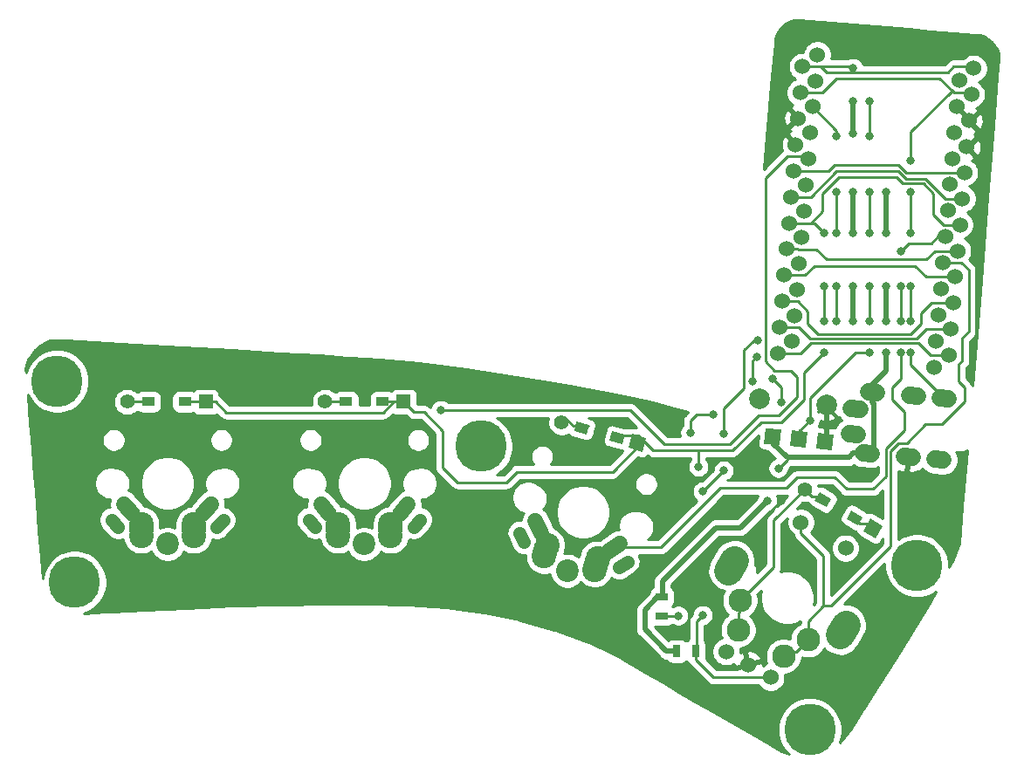
<source format=gbr>
G04 #@! TF.GenerationSoftware,KiCad,Pcbnew,(5.1.5)-2*
G04 #@! TF.CreationDate,2020-04-17T01:02:57-04:00*
G04 #@! TF.ProjectId,va4,7661342e-6b69-4636-9164-5f7063625858,rev?*
G04 #@! TF.SameCoordinates,Original*
G04 #@! TF.FileFunction,Copper,L2,Bot*
G04 #@! TF.FilePolarity,Positive*
%FSLAX46Y46*%
G04 Gerber Fmt 4.6, Leading zero omitted, Abs format (unit mm)*
G04 Created by KiCad (PCBNEW (5.1.5)-2) date 2020-04-17 01:02:57*
%MOMM*%
%LPD*%
G04 APERTURE LIST*
%ADD10C,5.000000*%
%ADD11C,2.286000*%
%ADD12C,2.800000*%
%ADD13C,1.524000*%
%ADD14R,0.797560X1.198880*%
%ADD15R,1.198880X0.797560*%
%ADD16C,1.700000*%
%ADD17C,1.250000*%
%ADD18C,2.200000*%
%ADD19C,2.400000*%
%ADD20C,1.550000*%
%ADD21C,0.100000*%
%ADD22C,1.397000*%
%ADD23R,1.397000X1.397000*%
%ADD24R,1.300000X0.950000*%
%ADD25C,2.000000*%
%ADD26C,0.800000*%
%ADD27C,0.500000*%
%ADD28C,0.250000*%
%ADD29C,0.254000*%
G04 APERTURE END LIST*
D10*
X128800000Y-81700000D03*
X118400000Y-97600000D03*
X86500000Y-70100000D03*
X47100000Y-83300000D03*
X45400000Y-63800000D03*
D11*
X118229557Y-88904705D03*
X111460295Y-87929409D03*
X115859705Y-90469409D03*
X111630443Y-85094705D03*
D12*
X121887659Y-87448686D02*
X121337659Y-88401314D01*
X111062341Y-81198686D02*
X110512341Y-82151314D01*
D13*
X121865064Y-79987822D03*
X117534936Y-77487822D03*
X112450000Y-91295191D03*
X110284936Y-90045191D03*
X114615064Y-92545191D03*
D14*
X105510840Y-89990000D03*
X107309160Y-89990000D03*
D15*
X104050000Y-86549160D03*
X104050000Y-84750840D03*
D16*
X123226408Y-66514415D02*
X122429452Y-66444691D01*
X124354646Y-70829167D02*
X123557690Y-70759443D01*
X128339424Y-71177790D02*
X127542468Y-71108066D01*
X131328008Y-71439257D02*
X130531052Y-71369533D01*
X128858001Y-65250431D02*
X128061045Y-65180707D01*
X131846585Y-65511898D02*
X131049629Y-65442174D01*
X123012876Y-68955092D02*
X122215920Y-68885368D01*
X124873222Y-64901808D02*
X124076266Y-64832084D01*
D17*
X51305324Y-77963871D02*
X50694676Y-77236129D01*
X61505324Y-77236129D02*
X60894676Y-77963871D01*
D18*
X56100000Y-79600000D03*
D19*
X53560000Y-78780000D03*
D20*
X60311742Y-75761222D02*
X59508258Y-76718778D01*
D19*
X58640000Y-78780000D03*
D20*
X52691742Y-76718778D02*
X51888258Y-75761222D01*
D19*
X53560000Y-78200000D03*
X53560000Y-77700000D03*
X58640000Y-77700000D03*
X58640000Y-78200000D03*
G04 #@! TA.AperFunction,SMDPad,CuDef*
D21*
G36*
X120476027Y-75213638D02*
G01*
X120001027Y-76036362D01*
X118875193Y-75386362D01*
X119350193Y-74563638D01*
X120476027Y-75213638D01*
G37*
G04 #@! TD.AperFunction*
G04 #@! TA.AperFunction,SMDPad,CuDef*
G36*
X123550417Y-76988638D02*
G01*
X123075417Y-77811362D01*
X121949583Y-77161362D01*
X122424583Y-76338638D01*
X123550417Y-76988638D01*
G37*
G04 #@! TD.AperFunction*
G04 #@! TA.AperFunction,ComponentPad*
G36*
X125466531Y-77836831D02*
G01*
X124768031Y-79046669D01*
X123558193Y-78348169D01*
X124256693Y-77138331D01*
X125466531Y-77836831D01*
G37*
G04 #@! TD.AperFunction*
D22*
X117913248Y-74282500D03*
G04 #@! TA.AperFunction,SMDPad,CuDef*
D21*
G36*
X97036273Y-68050014D02*
G01*
X96790395Y-68967643D01*
X95534691Y-68631178D01*
X95780569Y-67713549D01*
X97036273Y-68050014D01*
G37*
G04 #@! TD.AperFunction*
G04 #@! TA.AperFunction,SMDPad,CuDef*
G36*
X100465309Y-68968822D02*
G01*
X100219431Y-69886451D01*
X98963727Y-69549986D01*
X99209605Y-68632357D01*
X100465309Y-68968822D01*
G37*
G04 #@! TD.AperFunction*
G04 #@! TA.AperFunction,ComponentPad*
G36*
X102535661Y-69292188D02*
G01*
X102174091Y-70641586D01*
X100824693Y-70280016D01*
X101186263Y-68930618D01*
X102535661Y-69292188D01*
G37*
G04 #@! TD.AperFunction*
D22*
X94319823Y-67813898D03*
X71390000Y-65800000D03*
D23*
X79010000Y-65800000D03*
D24*
X76975000Y-65800000D03*
X73425000Y-65800000D03*
X54225000Y-65800000D03*
X57775000Y-65800000D03*
D23*
X59810000Y-65800000D03*
D22*
X52190000Y-65800000D03*
D17*
X90665128Y-79377630D02*
X90263640Y-78516638D01*
X100705924Y-81314639D02*
X99927730Y-81859537D01*
D18*
X94872968Y-82198962D03*
D19*
X92631748Y-80749503D03*
D20*
X99934747Y-79581067D02*
X98910807Y-80298037D01*
D19*
X97538651Y-82064304D03*
D20*
X92326558Y-78533793D02*
X91798286Y-77400909D01*
D19*
X92781863Y-80189266D03*
X92911272Y-79706303D03*
X97818175Y-81021104D03*
X97688766Y-81504067D03*
D17*
X70405324Y-77963871D02*
X69794676Y-77236129D01*
X80605324Y-77236129D02*
X79994676Y-77963871D01*
D18*
X75200000Y-79600000D03*
D19*
X72660000Y-78780000D03*
D20*
X79411742Y-75761222D02*
X78608258Y-76718778D01*
D19*
X77740000Y-78780000D03*
D20*
X71791742Y-76718778D02*
X70988258Y-75761222D01*
D19*
X72660000Y-78200000D03*
X72660000Y-77700000D03*
X77740000Y-77700000D03*
X77740000Y-78200000D03*
D13*
X119127023Y-32117882D03*
X118905647Y-34648217D03*
X118684271Y-37178551D03*
X118462896Y-39708886D03*
X118241520Y-42239220D03*
X118020145Y-44769555D03*
X117798769Y-47299889D03*
X117577396Y-49830224D03*
X117356018Y-52360558D03*
X117134642Y-54890893D03*
X116913267Y-57421227D03*
X116691891Y-59951562D03*
X131853974Y-61278072D03*
X132075350Y-58747738D03*
X132296726Y-56217403D03*
X132518101Y-53687069D03*
X132739477Y-51156734D03*
X132960852Y-48626400D03*
X133182228Y-46096065D03*
X133403604Y-43565731D03*
X133624979Y-41035396D03*
X133846355Y-38505061D03*
X134067730Y-35974727D03*
X134289106Y-33444392D03*
X117694982Y-33267446D03*
X117473607Y-35797780D03*
X117252231Y-38328115D03*
X117030855Y-40858449D03*
X116809480Y-43388784D03*
X116588104Y-45919119D03*
X116366729Y-48449453D03*
X116145353Y-50979788D03*
X115923976Y-53510122D03*
X115702602Y-56040457D03*
X115481226Y-58570791D03*
X115259851Y-61101126D03*
X130441858Y-62429379D03*
X130663236Y-59899045D03*
X130884609Y-57368710D03*
X131105985Y-54838376D03*
X131327360Y-52308041D03*
X131548736Y-49777707D03*
X131770111Y-47247372D03*
X131991487Y-44717038D03*
X132212863Y-42186703D03*
X132434238Y-39656368D03*
X132655614Y-37126034D03*
X132876989Y-34595699D03*
D25*
X113562367Y-65516744D03*
X120037633Y-66083256D03*
G04 #@! TA.AperFunction,SMDPad,CuDef*
D21*
G36*
X120553357Y-70468264D02*
G01*
X119035156Y-70335439D01*
X119167981Y-68817238D01*
X120686182Y-68950063D01*
X120553357Y-70468264D01*
G37*
G04 #@! TD.AperFunction*
G04 #@! TA.AperFunction,SMDPad,CuDef*
G36*
X118023024Y-70246889D02*
G01*
X116504823Y-70114064D01*
X116637648Y-68595863D01*
X118155849Y-68728688D01*
X118023024Y-70246889D01*
G37*
G04 #@! TD.AperFunction*
G04 #@! TA.AperFunction,SMDPad,CuDef*
G36*
X115492688Y-70025513D02*
G01*
X113974487Y-69892688D01*
X114107312Y-68374487D01*
X115625513Y-68507312D01*
X115492688Y-70025513D01*
G37*
G04 #@! TD.AperFunction*
D26*
X125800000Y-61000000D03*
X125800000Y-58000000D03*
X125800000Y-49400000D03*
X125800006Y-54600000D03*
X125800000Y-45400004D03*
X114300000Y-75400000D03*
X115350000Y-72250000D03*
X122600010Y-33400000D03*
X124200000Y-49400000D03*
X124200000Y-58000000D03*
X124200006Y-61000000D03*
X124200000Y-54599998D03*
X124200000Y-45400010D03*
X124200000Y-40000002D03*
X124200000Y-36600000D03*
X118400002Y-67600000D03*
X96700000Y-70800000D03*
X122600000Y-58000000D03*
X122600000Y-49400000D03*
X122600000Y-45400000D03*
X122600000Y-39800000D03*
X122600000Y-36600000D03*
X122600000Y-54600002D03*
X113600000Y-78000000D03*
X115600000Y-75400000D03*
X46200000Y-71700000D03*
X119600000Y-78800000D03*
X116950000Y-80900000D03*
X121000000Y-40000000D03*
X121000000Y-45400000D03*
X121000000Y-49400000D03*
X121000000Y-54600000D03*
X121000000Y-58000000D03*
X82600000Y-66600000D03*
X114800000Y-63600000D03*
X115637342Y-65837338D03*
X127200000Y-54600000D03*
X127200000Y-58000000D03*
X127200000Y-61000000D03*
X127200000Y-51200008D03*
X119800000Y-49400000D03*
X119800000Y-54600002D03*
X119800000Y-58000000D03*
X119800000Y-61000004D03*
X107600000Y-72100000D03*
X128200000Y-61000000D03*
X128200000Y-58000000D03*
X128200000Y-54600000D03*
X128200000Y-49400000D03*
X128200000Y-45400000D03*
X128200000Y-42400000D03*
X106800000Y-68800000D03*
X109050000Y-67000000D03*
X112850000Y-63800000D03*
X113225010Y-61400000D03*
X105650000Y-86550000D03*
X110050000Y-68875000D03*
X113374990Y-59875000D03*
X108000000Y-74500000D03*
X108000000Y-86500000D03*
X110050000Y-72450004D03*
D27*
X125800000Y-62800000D02*
X125800000Y-61000000D01*
X124474744Y-64866946D02*
X124474744Y-64125256D01*
X124474744Y-64125256D02*
X125800000Y-62800000D01*
X125800000Y-58000000D02*
X125800000Y-54600006D01*
X125800000Y-54600006D02*
X125800006Y-54600000D01*
X125800000Y-49400000D02*
X125800000Y-45400004D01*
X124600000Y-70150473D02*
X123956168Y-70794305D01*
X124600000Y-65945449D02*
X124600000Y-70150473D01*
X124474744Y-64866946D02*
X124474744Y-65820193D01*
X124474744Y-65820193D02*
X124600000Y-65945449D01*
X122610924Y-70794305D02*
X123956168Y-70794305D01*
X114778624Y-68978624D02*
X114800000Y-69000000D01*
X114800000Y-69000000D02*
X114800000Y-69800000D01*
X114800000Y-69800000D02*
X116200000Y-71200000D01*
X116200000Y-71200000D02*
X122205229Y-71200000D01*
X122205229Y-71200000D02*
X122610924Y-70794305D01*
D28*
X116200000Y-71302900D02*
X116200000Y-71200000D01*
X116200000Y-71302900D02*
X116197100Y-71302900D01*
D27*
X104100000Y-83200000D02*
X104100000Y-84700000D01*
X109300000Y-78000000D02*
X104100000Y-83200000D01*
X114300000Y-75400000D02*
X111700000Y-78000000D01*
X111700000Y-78000000D02*
X109300000Y-78000000D01*
X104500000Y-90000000D02*
X105500000Y-90000000D01*
X102400000Y-86000000D02*
X102400000Y-87900000D01*
X102400000Y-87900000D02*
X104500000Y-90000000D01*
D28*
X104050000Y-84750840D02*
X103649160Y-84750840D01*
D27*
X103649160Y-84750840D02*
X102400000Y-86000000D01*
D28*
X116200000Y-71400000D02*
X116200000Y-71200000D01*
X115350000Y-72250000D02*
X116200000Y-71400000D01*
X134112160Y-33267446D02*
X134289106Y-33444392D01*
X132332554Y-33267446D02*
X134112160Y-33267446D01*
X131800000Y-33800000D02*
X132332554Y-33267446D01*
X120000000Y-33800000D02*
X131800000Y-33800000D01*
X117694982Y-33267446D02*
X119467446Y-33267446D01*
X119467446Y-33267446D02*
X120000000Y-33800000D01*
X117694982Y-33267446D02*
X122467456Y-33267446D01*
X122467456Y-33267446D02*
X122600010Y-33400000D01*
X124200000Y-58000000D02*
X124200000Y-54599998D01*
X124200000Y-49400000D02*
X124200000Y-45400010D01*
X124200000Y-36600000D02*
X124200000Y-40000002D01*
X118400002Y-65436408D02*
X118400002Y-67034315D01*
X118400002Y-67034315D02*
X118400002Y-67600000D01*
X124200006Y-61000000D02*
X122836410Y-61000000D01*
X122836410Y-61000000D02*
X118400002Y-65436408D01*
X117330335Y-68669665D02*
X117330335Y-69421376D01*
X118400002Y-67600000D02*
X118400000Y-67600000D01*
X118400000Y-67600000D02*
X117330335Y-68669665D01*
D27*
X122600000Y-49400000D02*
X122600000Y-45400000D01*
X122600000Y-39800000D02*
X122600000Y-36600000D01*
X122600000Y-58000000D02*
X122600000Y-54600002D01*
X120037633Y-69362367D02*
X119800000Y-69600000D01*
X120037633Y-66083256D02*
X120037633Y-69362367D01*
D28*
X113600000Y-78000000D02*
X113600000Y-77400000D01*
X113600000Y-77400000D02*
X115600000Y-75400000D01*
X118684271Y-37178551D02*
X121000000Y-39494280D01*
X121000000Y-39494280D02*
X121000000Y-40000000D01*
X121000000Y-45400000D02*
X121000000Y-49400000D01*
X121000000Y-54600000D02*
X121000000Y-58000000D01*
X116200000Y-42000000D02*
X118002300Y-42000000D01*
X114100000Y-44100000D02*
X116200000Y-42000000D01*
X110625000Y-69925000D02*
X113425000Y-67125000D01*
X113425000Y-67125000D02*
X115375000Y-67125000D01*
X114100000Y-61900000D02*
X114100000Y-44100000D01*
X82600000Y-66600000D02*
X101000001Y-66600001D01*
X104325000Y-69925000D02*
X110625000Y-69925000D01*
X115375000Y-67125000D02*
X117200000Y-65300000D01*
X117200000Y-65300000D02*
X117200000Y-63400000D01*
X101000001Y-66600001D02*
X104325000Y-69925000D01*
X117200000Y-63400000D02*
X116600000Y-62800000D01*
X116600000Y-62800000D02*
X115000000Y-62800000D01*
X115000000Y-62800000D02*
X114100000Y-61900000D01*
X115637342Y-64437342D02*
X114800000Y-63600000D01*
X115637342Y-65837338D02*
X115637342Y-64437342D01*
X127200000Y-54600000D02*
X127200000Y-58000000D01*
X128000008Y-50400000D02*
X127200000Y-51200008D01*
X130200000Y-50400000D02*
X128000008Y-50400000D01*
X131548736Y-49777707D02*
X130822293Y-49777707D01*
X130822293Y-49777707D02*
X130200000Y-50400000D01*
X100719263Y-79939552D02*
X99422777Y-79939552D01*
X103960448Y-79939552D02*
X100719263Y-79939552D01*
X116125000Y-74175000D02*
X109725000Y-74175000D01*
X117175000Y-73125000D02*
X116125000Y-74175000D01*
X120825000Y-73125000D02*
X117175000Y-73125000D01*
X121950000Y-74250000D02*
X120825000Y-73125000D01*
X125800000Y-73000000D02*
X124550000Y-74250000D01*
X124550000Y-74250000D02*
X121950000Y-74250000D01*
X125800000Y-70360523D02*
X125800000Y-73000000D01*
X126400000Y-64400000D02*
X126400000Y-65600000D01*
X126400000Y-65600000D02*
X127600000Y-66800000D01*
X127200000Y-63600000D02*
X126400000Y-64400000D01*
X127200000Y-61000000D02*
X127200000Y-63600000D01*
X127600000Y-66800000D02*
X127600000Y-68560523D01*
X109725000Y-74175000D02*
X103960448Y-79939552D01*
X127600000Y-68560523D02*
X125800000Y-70360523D01*
X115627063Y-91350179D02*
X115627063Y-91272937D01*
X118229557Y-87070443D02*
X118229557Y-88904705D01*
X119700000Y-85600000D02*
X118229557Y-87070443D01*
X117784936Y-77054809D02*
X117780127Y-77050000D01*
X117086558Y-90047704D02*
X116352296Y-90047704D01*
X118229557Y-88904705D02*
X117086558Y-90047704D01*
X116352296Y-90047704D02*
X115900000Y-90500000D01*
X119700000Y-80730516D02*
X119700000Y-85600000D01*
X117534936Y-78565452D02*
X119700000Y-80730516D01*
X117534936Y-77487822D02*
X117534936Y-78565452D01*
X120500000Y-85600000D02*
X119700000Y-85600000D01*
X126250011Y-70546923D02*
X126250011Y-79849989D01*
X126996934Y-69800000D02*
X126250011Y-70546923D01*
X127800000Y-69800000D02*
X126996934Y-69800000D01*
X133800000Y-59000000D02*
X133200000Y-59600000D01*
X126250011Y-79849989D02*
X120500000Y-85600000D01*
X129600000Y-68000000D02*
X127800000Y-69800000D01*
X133800000Y-53000000D02*
X133800000Y-59000000D01*
X131327360Y-52308041D02*
X133108041Y-52308041D01*
X132800000Y-62200000D02*
X132800000Y-63800000D01*
X133108041Y-52308041D02*
X133800000Y-53000000D01*
X133400000Y-64400000D02*
X133400000Y-65800000D01*
X132800000Y-63800000D02*
X133400000Y-64400000D01*
X133200000Y-59600000D02*
X133200000Y-61800000D01*
X133400000Y-65800000D02*
X131200000Y-68000000D01*
X133200000Y-61800000D02*
X132800000Y-62200000D01*
X131200000Y-68000000D02*
X129600000Y-68000000D01*
X130997720Y-58747738D02*
X132075350Y-58747738D01*
X129652262Y-58747738D02*
X130997720Y-58747738D01*
X128749990Y-59650010D02*
X129652262Y-58747738D01*
X118450010Y-59650010D02*
X128749990Y-59650010D01*
X115481226Y-58570791D02*
X117370791Y-58570791D01*
X117370791Y-58570791D02*
X118450010Y-59650010D01*
X130182597Y-56217403D02*
X131219096Y-56217403D01*
X129200000Y-57200000D02*
X130182597Y-56217403D01*
X129200000Y-58200000D02*
X129200000Y-57200000D01*
X117240457Y-56040457D02*
X118200000Y-57000000D01*
X115702602Y-56040457D02*
X117240457Y-56040457D01*
X118200000Y-57000000D02*
X118200000Y-58200000D01*
X118200000Y-58200000D02*
X119200000Y-59200000D01*
X131219096Y-56217403D02*
X132296726Y-56217403D01*
X119200000Y-59200000D02*
X128200000Y-59200000D01*
X128200000Y-59200000D02*
X129200000Y-58200000D01*
X129712931Y-53687069D02*
X132518101Y-53687069D01*
X128625862Y-52600000D02*
X129712931Y-53687069D01*
X118820244Y-52600000D02*
X128625862Y-52600000D01*
X115923977Y-53510122D02*
X117910122Y-53510122D01*
X117910122Y-53510122D02*
X118820244Y-52600000D01*
X131661847Y-51156734D02*
X132739477Y-51156734D01*
X130556734Y-51156734D02*
X131661847Y-51156734D01*
X117243195Y-51000000D02*
X119000000Y-51000000D01*
X119000000Y-51000000D02*
X120000000Y-52000000D01*
X120000000Y-52000000D02*
X129713468Y-52000000D01*
X129713468Y-52000000D02*
X130556734Y-51156734D01*
X117222983Y-50979788D02*
X117243195Y-51000000D01*
X116145353Y-50979788D02*
X117222983Y-50979788D01*
X57775000Y-65800000D02*
X59810000Y-65800000D01*
X79010000Y-65800000D02*
X76975000Y-65800000D01*
X78061500Y-65800000D02*
X79010000Y-65800000D01*
X77037999Y-66823501D02*
X78061500Y-65800000D01*
X61782001Y-66823501D02*
X77037999Y-66823501D01*
X60758500Y-65800000D02*
X61782001Y-66823501D01*
X59810000Y-65800000D02*
X60758500Y-65800000D01*
X101753480Y-69059404D02*
X102280177Y-69586101D01*
X100314518Y-69059404D02*
X101753480Y-69059404D01*
X116366729Y-48449453D02*
X118477543Y-48449453D01*
X118477543Y-48449453D02*
X118849453Y-48449453D01*
X118849453Y-48449453D02*
X119800000Y-49400000D01*
X119800000Y-54600002D02*
X119800000Y-58000000D01*
X99266278Y-72600000D02*
X102280177Y-69586101D01*
X90000000Y-72600000D02*
X99266278Y-72600000D01*
X89000000Y-73600000D02*
X90000000Y-72600000D01*
X79010000Y-65800000D02*
X80010000Y-66800000D01*
X81000000Y-66800000D02*
X82800000Y-68600000D01*
X80010000Y-66800000D02*
X81000000Y-66800000D01*
X82800000Y-68600000D02*
X82800000Y-72200000D01*
X82800000Y-72200000D02*
X84200000Y-73600000D01*
X84200000Y-73600000D02*
X89000000Y-73600000D01*
X131883222Y-48626400D02*
X132960852Y-48626400D01*
X131426400Y-48626400D02*
X131883222Y-48626400D01*
X129400000Y-44600000D02*
X130400000Y-45600000D01*
X119600000Y-47326996D02*
X119600000Y-45600000D01*
X118477543Y-48449453D02*
X119600000Y-47326996D01*
X119600000Y-45600000D02*
X121200000Y-44000000D01*
X130400000Y-47600000D02*
X131426400Y-48626400D01*
X130400000Y-45600000D02*
X130400000Y-47600000D01*
X121200000Y-44000000D02*
X126800000Y-44000000D01*
X126800000Y-44000000D02*
X127400000Y-44600000D01*
X127400000Y-44600000D02*
X129400000Y-44600000D01*
X123296543Y-77621543D02*
X124196543Y-77621543D01*
X122750000Y-77075000D02*
X123296543Y-77621543D01*
X103169076Y-70475000D02*
X102280177Y-69586101D01*
X117800000Y-63000004D02*
X117800000Y-65600000D01*
X117800000Y-65600000D02*
X115650000Y-67750000D01*
X115650000Y-67750000D02*
X113650000Y-67750000D01*
X119800000Y-61000004D02*
X117800000Y-63000004D01*
X113650000Y-67750000D02*
X110925000Y-70475000D01*
X110925000Y-70475000D02*
X107600000Y-70475000D01*
X107600000Y-70475000D02*
X103169076Y-70475000D01*
X107600000Y-70475000D02*
X107600000Y-72100000D01*
X131532476Y-46096065D02*
X132104598Y-46096065D01*
X118480881Y-45919119D02*
X121000000Y-43400000D01*
X132104598Y-46096065D02*
X133182228Y-46096065D01*
X116588104Y-45919119D02*
X118480881Y-45919119D01*
X121000000Y-43400000D02*
X126963590Y-43400000D01*
X126963590Y-43400000D02*
X127713579Y-44149989D01*
X127713579Y-44149989D02*
X129586400Y-44149989D01*
X129586400Y-44149989D02*
X131532476Y-46096065D01*
X127765731Y-43565731D02*
X133403604Y-43565731D01*
X127000000Y-42800000D02*
X127765731Y-43565731D01*
X120800000Y-42800000D02*
X127000000Y-42800000D01*
X116809480Y-43388784D02*
X120211216Y-43388784D01*
X120211216Y-43388784D02*
X120800000Y-42800000D01*
X133890783Y-35797780D02*
X134067730Y-35974727D01*
X132397780Y-35797780D02*
X133890783Y-35797780D01*
X121000000Y-34400000D02*
X131000000Y-34400000D01*
X117473607Y-35797780D02*
X119602220Y-35797780D01*
X119602220Y-35797780D02*
X121000000Y-34400000D01*
X131448107Y-65477036D02*
X128200000Y-62228929D01*
X128200000Y-62228929D02*
X128200000Y-61000000D01*
X128200000Y-58000000D02*
X128200000Y-54600000D01*
X128200000Y-49400000D02*
X128200000Y-45400000D01*
X131000000Y-34400000D02*
X132200000Y-35600000D01*
X132200000Y-35600000D02*
X132397780Y-35797780D01*
X128200000Y-41834315D02*
X128200000Y-42400000D01*
X128200000Y-39600000D02*
X128200000Y-41834315D01*
X132200000Y-35600000D02*
X128200000Y-39600000D01*
X54225000Y-65800000D02*
X52190000Y-65800000D01*
X73425000Y-65800000D02*
X71390000Y-65800000D01*
X95446520Y-68140596D02*
X94919823Y-67613899D01*
X96885482Y-68140596D02*
X95446520Y-68140596D01*
X130776344Y-61278072D02*
X131853974Y-61278072D01*
X130078072Y-61278072D02*
X130776344Y-61278072D01*
X128900021Y-60100021D02*
X130078072Y-61278072D01*
X118499979Y-60100021D02*
X128900021Y-60100021D01*
X115259851Y-61101126D02*
X117498874Y-61101126D01*
X117498874Y-61101126D02*
X118499979Y-60100021D01*
X106800000Y-68800000D02*
X106800000Y-67650000D01*
X106800000Y-67650000D02*
X107450000Y-67000000D01*
X107450000Y-67000000D02*
X109050000Y-67000000D01*
X112850000Y-61775010D02*
X113225010Y-61400000D01*
X112850000Y-63800000D02*
X112850000Y-61775010D01*
X104050000Y-86549160D02*
X105649160Y-86549160D01*
X105649160Y-86549160D02*
X105650000Y-86550000D01*
X113349990Y-59900000D02*
X113374990Y-59875000D01*
X110050000Y-66425000D02*
X112000000Y-64475000D01*
X110050000Y-68875000D02*
X110050000Y-66425000D01*
X112000000Y-64475000D02*
X112000000Y-61005669D01*
X112000000Y-61005669D02*
X112020457Y-60779543D01*
X112020457Y-60779543D02*
X112900000Y-59900000D01*
X112900000Y-59900000D02*
X113349990Y-59900000D01*
X110049994Y-72450004D02*
X110050000Y-72450004D01*
X108000000Y-74500000D02*
X110049994Y-72450004D01*
X114615064Y-92545191D02*
X109045191Y-92545191D01*
X107320000Y-90820000D02*
X107320000Y-90100000D01*
X109045191Y-92545191D02*
X107320000Y-90820000D01*
X108000000Y-86500000D02*
X107400000Y-87100000D01*
X107400000Y-87100000D02*
X107400000Y-89700000D01*
X119675610Y-75300000D02*
X119675000Y-75300610D01*
X119280999Y-74980999D02*
X119700000Y-75400000D01*
X111460295Y-86312963D02*
X111600000Y-86173258D01*
X111460295Y-87929409D02*
X111460295Y-86312963D01*
X111600000Y-86173258D02*
X111600000Y-85100000D01*
X111630443Y-85094705D02*
X114900000Y-81825148D01*
X114900000Y-81825148D02*
X114900000Y-77300000D01*
X114900000Y-77300000D02*
X117900000Y-74300000D01*
X118611747Y-74980999D02*
X119380999Y-74980999D01*
X117913248Y-74282500D02*
X118611747Y-74980999D01*
X119380999Y-74980999D02*
X119690000Y-75290000D01*
D29*
G36*
X46235217Y-59864408D02*
G01*
X49006904Y-60018987D01*
X52926705Y-60240953D01*
X57534365Y-60505843D01*
X62365644Y-60788969D01*
X66958151Y-61065738D01*
X70849805Y-61311579D01*
X73568261Y-61501183D01*
X73571276Y-61501674D01*
X73596673Y-61503287D01*
X73600147Y-61503819D01*
X73618443Y-61504806D01*
X73627133Y-61505439D01*
X73628764Y-61505673D01*
X73632803Y-61505852D01*
X73636463Y-61506119D01*
X73637959Y-61506081D01*
X73646987Y-61506482D01*
X73655637Y-61507031D01*
X73657267Y-61507249D01*
X73661265Y-61507388D01*
X73665229Y-61507640D01*
X73666862Y-61507583D01*
X73675601Y-61507888D01*
X73683922Y-61508336D01*
X73685485Y-61508531D01*
X73689396Y-61508632D01*
X73693892Y-61508874D01*
X73695703Y-61508794D01*
X73703759Y-61509001D01*
X73712110Y-61509371D01*
X73713568Y-61509540D01*
X73717358Y-61509604D01*
X73722422Y-61509829D01*
X73724381Y-61509723D01*
X73732016Y-61509853D01*
X73740090Y-61510134D01*
X73741475Y-61510283D01*
X73745338Y-61510317D01*
X73750962Y-61510513D01*
X73752987Y-61510385D01*
X73759974Y-61510446D01*
X73779335Y-61510944D01*
X73782553Y-61510710D01*
X73785924Y-61510768D01*
X76668003Y-61662515D01*
X80530516Y-62060229D01*
X85043530Y-62649782D01*
X89866788Y-63374930D01*
X94663985Y-64179469D01*
X99099041Y-65006995D01*
X102832446Y-65800061D01*
X105545562Y-66505324D01*
X106333857Y-66720702D01*
X106343103Y-66725004D01*
X106403602Y-66739757D01*
X106428676Y-66746608D01*
X106438663Y-66748307D01*
X106448516Y-66750710D01*
X106474274Y-66754366D01*
X106535641Y-66764808D01*
X106545832Y-66764524D01*
X106602614Y-66772585D01*
X106288998Y-67086201D01*
X106260000Y-67109999D01*
X106236202Y-67138997D01*
X106236201Y-67138998D01*
X106165026Y-67225724D01*
X106094454Y-67357754D01*
X106070658Y-67436201D01*
X106050998Y-67501014D01*
X106045907Y-67552701D01*
X106036324Y-67650000D01*
X106040001Y-67687332D01*
X106040001Y-68096288D01*
X105996063Y-68140226D01*
X105882795Y-68309744D01*
X105804774Y-68498102D01*
X105765000Y-68698061D01*
X105765000Y-68901939D01*
X105804774Y-69101898D01*
X105830912Y-69165000D01*
X104639802Y-69165000D01*
X101563800Y-66088999D01*
X101540002Y-66060001D01*
X101499956Y-66027136D01*
X101424277Y-65965027D01*
X101292247Y-65894455D01*
X101189763Y-65863368D01*
X101148987Y-65850999D01*
X101037334Y-65840002D01*
X101000001Y-65836325D01*
X100962669Y-65840002D01*
X83303711Y-65840000D01*
X83259774Y-65796063D01*
X83090256Y-65682795D01*
X82901898Y-65604774D01*
X82701939Y-65565000D01*
X82498061Y-65565000D01*
X82298102Y-65604774D01*
X82109744Y-65682795D01*
X81940226Y-65796063D01*
X81796063Y-65940226D01*
X81682795Y-66109744D01*
X81604774Y-66298102D01*
X81599486Y-66324685D01*
X81563803Y-66289002D01*
X81540001Y-66259999D01*
X81424276Y-66165026D01*
X81292247Y-66094454D01*
X81148986Y-66050997D01*
X81037333Y-66040000D01*
X81037322Y-66040000D01*
X81000000Y-66036324D01*
X80962678Y-66040000D01*
X80346572Y-66040000D01*
X80346572Y-65101500D01*
X80334312Y-64977018D01*
X80298002Y-64857320D01*
X80239037Y-64747006D01*
X80159685Y-64650315D01*
X80062994Y-64570963D01*
X79952680Y-64511998D01*
X79832982Y-64475688D01*
X79708500Y-64463428D01*
X78311500Y-64463428D01*
X78187018Y-64475688D01*
X78067320Y-64511998D01*
X77957006Y-64570963D01*
X77860315Y-64650315D01*
X77806109Y-64716366D01*
X77749482Y-64699188D01*
X77625000Y-64686928D01*
X76325000Y-64686928D01*
X76200518Y-64699188D01*
X76080820Y-64735498D01*
X75970506Y-64794463D01*
X75873815Y-64873815D01*
X75794463Y-64970506D01*
X75735498Y-65080820D01*
X75699188Y-65200518D01*
X75686928Y-65325000D01*
X75686928Y-66063501D01*
X74713072Y-66063501D01*
X74713072Y-65325000D01*
X74700812Y-65200518D01*
X74664502Y-65080820D01*
X74605537Y-64970506D01*
X74526185Y-64873815D01*
X74429494Y-64794463D01*
X74319180Y-64735498D01*
X74199482Y-64699188D01*
X74075000Y-64686928D01*
X72775000Y-64686928D01*
X72650518Y-64699188D01*
X72530820Y-64735498D01*
X72420506Y-64794463D01*
X72338015Y-64862161D01*
X72240057Y-64764203D01*
X72021649Y-64618268D01*
X71778968Y-64517746D01*
X71521338Y-64466500D01*
X71258662Y-64466500D01*
X71001032Y-64517746D01*
X70758351Y-64618268D01*
X70539943Y-64764203D01*
X70354203Y-64949943D01*
X70208268Y-65168351D01*
X70107746Y-65411032D01*
X70056500Y-65668662D01*
X70056500Y-65931338D01*
X70082789Y-66063501D01*
X62096803Y-66063501D01*
X61322304Y-65289002D01*
X61298501Y-65259999D01*
X61182776Y-65165026D01*
X61146572Y-65145674D01*
X61146572Y-65101500D01*
X61134312Y-64977018D01*
X61098002Y-64857320D01*
X61039037Y-64747006D01*
X60959685Y-64650315D01*
X60862994Y-64570963D01*
X60752680Y-64511998D01*
X60632982Y-64475688D01*
X60508500Y-64463428D01*
X59111500Y-64463428D01*
X58987018Y-64475688D01*
X58867320Y-64511998D01*
X58757006Y-64570963D01*
X58660315Y-64650315D01*
X58606109Y-64716366D01*
X58549482Y-64699188D01*
X58425000Y-64686928D01*
X57125000Y-64686928D01*
X57000518Y-64699188D01*
X56880820Y-64735498D01*
X56770506Y-64794463D01*
X56673815Y-64873815D01*
X56594463Y-64970506D01*
X56535498Y-65080820D01*
X56499188Y-65200518D01*
X56486928Y-65325000D01*
X56486928Y-66275000D01*
X56499188Y-66399482D01*
X56535498Y-66519180D01*
X56594463Y-66629494D01*
X56673815Y-66726185D01*
X56770506Y-66805537D01*
X56880820Y-66864502D01*
X57000518Y-66900812D01*
X57125000Y-66913072D01*
X58425000Y-66913072D01*
X58549482Y-66900812D01*
X58606109Y-66883634D01*
X58660315Y-66949685D01*
X58757006Y-67029037D01*
X58867320Y-67088002D01*
X58987018Y-67124312D01*
X59111500Y-67136572D01*
X60508500Y-67136572D01*
X60632982Y-67124312D01*
X60752680Y-67088002D01*
X60862994Y-67029037D01*
X60890314Y-67006616D01*
X61218202Y-67334504D01*
X61242000Y-67363502D01*
X61270998Y-67387300D01*
X61357724Y-67458475D01*
X61467599Y-67517205D01*
X61489754Y-67529047D01*
X61633015Y-67572504D01*
X61744668Y-67583501D01*
X61744678Y-67583501D01*
X61782001Y-67587177D01*
X61819323Y-67583501D01*
X77000677Y-67583501D01*
X77037999Y-67587177D01*
X77075321Y-67583501D01*
X77075332Y-67583501D01*
X77186985Y-67572504D01*
X77330246Y-67529047D01*
X77462275Y-67458475D01*
X77578000Y-67363502D01*
X77601803Y-67334499D01*
X77929686Y-67006616D01*
X77957006Y-67029037D01*
X78067320Y-67088002D01*
X78187018Y-67124312D01*
X78311500Y-67136572D01*
X79271770Y-67136572D01*
X79446200Y-67311002D01*
X79469999Y-67340001D01*
X79498997Y-67363799D01*
X79585724Y-67434974D01*
X79717753Y-67505546D01*
X79861014Y-67549003D01*
X80010000Y-67563677D01*
X80047333Y-67560000D01*
X80685199Y-67560000D01*
X82040000Y-68914803D01*
X82040001Y-72162668D01*
X82036324Y-72200000D01*
X82050998Y-72348985D01*
X82094454Y-72492246D01*
X82165026Y-72624276D01*
X82236201Y-72711002D01*
X82260000Y-72740001D01*
X82288998Y-72763799D01*
X83636201Y-74111003D01*
X83659999Y-74140001D01*
X83688997Y-74163799D01*
X83775723Y-74234974D01*
X83897377Y-74300000D01*
X83907753Y-74305546D01*
X84051014Y-74349003D01*
X84162667Y-74360000D01*
X84162677Y-74360000D01*
X84200000Y-74363676D01*
X84237322Y-74360000D01*
X88962678Y-74360000D01*
X89000000Y-74363676D01*
X89037322Y-74360000D01*
X89037333Y-74360000D01*
X89148986Y-74349003D01*
X89292247Y-74305546D01*
X89424276Y-74234974D01*
X89540001Y-74140001D01*
X89563804Y-74110998D01*
X90314802Y-73360000D01*
X99228956Y-73360000D01*
X99266278Y-73363676D01*
X99303600Y-73360000D01*
X99303611Y-73360000D01*
X99415264Y-73349003D01*
X99558525Y-73305546D01*
X99690554Y-73234974D01*
X99806279Y-73140001D01*
X99830082Y-73110997D01*
X101752010Y-71189070D01*
X102008946Y-71257916D01*
X102132359Y-71278292D01*
X102257376Y-71274199D01*
X102379193Y-71245796D01*
X102493127Y-71194173D01*
X102594801Y-71121314D01*
X102665996Y-71045301D01*
X102744799Y-71109974D01*
X102843380Y-71162667D01*
X102876829Y-71180546D01*
X103020090Y-71224003D01*
X103131743Y-71235000D01*
X103131753Y-71235000D01*
X103169075Y-71238676D01*
X103206398Y-71235000D01*
X106840000Y-71235000D01*
X106840001Y-71396288D01*
X106796063Y-71440226D01*
X106682795Y-71609744D01*
X106604774Y-71798102D01*
X106565000Y-71998061D01*
X106565000Y-72201939D01*
X106604774Y-72401898D01*
X106682795Y-72590256D01*
X106796063Y-72759774D01*
X106940226Y-72903937D01*
X107109744Y-73017205D01*
X107298102Y-73095226D01*
X107498061Y-73135000D01*
X107701939Y-73135000D01*
X107901898Y-73095226D01*
X108090256Y-73017205D01*
X108259774Y-72903937D01*
X108403937Y-72759774D01*
X108517205Y-72590256D01*
X108595226Y-72401898D01*
X108635000Y-72201939D01*
X108635000Y-71998061D01*
X108595226Y-71798102D01*
X108517205Y-71609744D01*
X108403937Y-71440226D01*
X108360000Y-71396289D01*
X108360000Y-71235000D01*
X110887678Y-71235000D01*
X110925000Y-71238676D01*
X110962322Y-71235000D01*
X110962333Y-71235000D01*
X111073986Y-71224003D01*
X111217247Y-71180546D01*
X111349276Y-71109974D01*
X111465001Y-71015001D01*
X111488804Y-70985997D01*
X113406064Y-69068738D01*
X113338843Y-69837077D01*
X113340208Y-69962153D01*
X113365947Y-70084560D01*
X113415072Y-70199594D01*
X113485696Y-70302833D01*
X113575103Y-70390311D01*
X113679858Y-70458665D01*
X113795936Y-70505269D01*
X113918876Y-70528332D01*
X114311066Y-70562644D01*
X115016348Y-71267927D01*
X114859744Y-71332795D01*
X114690226Y-71446063D01*
X114546063Y-71590226D01*
X114432795Y-71759744D01*
X114354774Y-71948102D01*
X114315000Y-72148061D01*
X114315000Y-72351939D01*
X114354774Y-72551898D01*
X114432795Y-72740256D01*
X114546063Y-72909774D01*
X114690226Y-73053937D01*
X114859744Y-73167205D01*
X115048102Y-73245226D01*
X115248061Y-73285000D01*
X115451939Y-73285000D01*
X115651898Y-73245226D01*
X115840256Y-73167205D01*
X116009774Y-73053937D01*
X116153937Y-72909774D01*
X116267205Y-72740256D01*
X116345226Y-72551898D01*
X116385000Y-72351939D01*
X116385000Y-72289802D01*
X116589802Y-72085000D01*
X122161760Y-72085000D01*
X122205229Y-72089281D01*
X122248698Y-72085000D01*
X122248706Y-72085000D01*
X122378719Y-72072195D01*
X122545542Y-72021589D01*
X122671413Y-71954310D01*
X122868678Y-72083027D01*
X123140135Y-72192015D01*
X123355593Y-72232434D01*
X124297893Y-72314874D01*
X124517096Y-72312482D01*
X124803355Y-72252288D01*
X125040001Y-72151228D01*
X125040001Y-72685197D01*
X124235199Y-73490000D01*
X122264802Y-73490000D01*
X121388804Y-72614002D01*
X121365001Y-72584999D01*
X121249276Y-72490026D01*
X121117247Y-72419454D01*
X120973986Y-72375997D01*
X120862333Y-72365000D01*
X120862322Y-72365000D01*
X120825000Y-72361324D01*
X120787678Y-72365000D01*
X117212322Y-72365000D01*
X117174999Y-72361324D01*
X117137676Y-72365000D01*
X117137667Y-72365000D01*
X117026014Y-72375997D01*
X116882753Y-72419454D01*
X116750724Y-72490026D01*
X116634999Y-72584999D01*
X116611201Y-72613997D01*
X115810199Y-73415000D01*
X110424879Y-73415000D01*
X110540256Y-73367209D01*
X110709774Y-73253941D01*
X110853937Y-73109778D01*
X110967205Y-72940260D01*
X111045226Y-72751902D01*
X111085000Y-72551943D01*
X111085000Y-72348065D01*
X111045226Y-72148106D01*
X110967205Y-71959748D01*
X110853937Y-71790230D01*
X110709774Y-71646067D01*
X110540256Y-71532799D01*
X110351898Y-71454778D01*
X110151939Y-71415004D01*
X109948061Y-71415004D01*
X109748102Y-71454778D01*
X109559744Y-71532799D01*
X109390226Y-71646067D01*
X109246063Y-71790230D01*
X109132795Y-71959748D01*
X109054774Y-72148106D01*
X109015000Y-72348065D01*
X109015000Y-72410197D01*
X107960198Y-73465000D01*
X107898061Y-73465000D01*
X107698102Y-73504774D01*
X107509744Y-73582795D01*
X107340226Y-73696063D01*
X107196063Y-73840226D01*
X107082795Y-74009744D01*
X107004774Y-74198102D01*
X106965000Y-74398061D01*
X106965000Y-74601939D01*
X107004774Y-74801898D01*
X107082795Y-74990256D01*
X107196063Y-75159774D01*
X107340226Y-75303937D01*
X107448749Y-75376449D01*
X103645647Y-79179552D01*
X102685710Y-79179552D01*
X102722971Y-79154655D01*
X102943742Y-78933884D01*
X103117201Y-78674284D01*
X103236681Y-78385832D01*
X103297592Y-78079614D01*
X103297592Y-77767396D01*
X103236681Y-77461178D01*
X103117201Y-77172726D01*
X102943742Y-76913126D01*
X102722971Y-76692355D01*
X102463371Y-76518896D01*
X102174919Y-76399416D01*
X101868701Y-76338505D01*
X101556483Y-76338505D01*
X101526702Y-76344429D01*
X101453163Y-76329801D01*
X101160643Y-76329801D01*
X100873745Y-76386869D01*
X100603492Y-76498811D01*
X100360271Y-76661326D01*
X100153428Y-76868169D01*
X99990913Y-77111390D01*
X99878971Y-77381643D01*
X99821903Y-77668541D01*
X99821903Y-77961061D01*
X99863357Y-78169464D01*
X99628091Y-78197830D01*
X99364127Y-78284234D01*
X99182742Y-78386334D01*
X98045327Y-79182761D01*
X98033426Y-79192970D01*
X97998907Y-79186104D01*
X97637443Y-79186104D01*
X97282925Y-79256622D01*
X96948976Y-79394948D01*
X96648431Y-79595766D01*
X96392837Y-79851360D01*
X96192019Y-80151905D01*
X96053693Y-80485854D01*
X95988430Y-80813956D01*
X95974263Y-80848157D01*
X95694799Y-80661425D01*
X95379049Y-80530637D01*
X95043851Y-80463962D01*
X94702085Y-80463962D01*
X94593892Y-80485483D01*
X94611608Y-80396414D01*
X94675754Y-80241553D01*
X94746272Y-79887035D01*
X94746272Y-79525571D01*
X94675754Y-79171053D01*
X94537428Y-78837104D01*
X94336610Y-78536559D01*
X94081016Y-78280965D01*
X93780471Y-78080147D01*
X93641416Y-78022549D01*
X93633724Y-78000676D01*
X93046907Y-76742244D01*
X92940874Y-76563130D01*
X92755477Y-76356319D01*
X92601048Y-76240475D01*
X93765000Y-76240475D01*
X93765000Y-76759525D01*
X93866261Y-77268601D01*
X94064893Y-77748141D01*
X94353262Y-78179715D01*
X94720285Y-78546738D01*
X95151859Y-78835107D01*
X95631399Y-79033739D01*
X96140475Y-79135000D01*
X96659525Y-79135000D01*
X97168601Y-79033739D01*
X97648141Y-78835107D01*
X98079715Y-78546738D01*
X98446738Y-78179715D01*
X98735107Y-77748141D01*
X98933739Y-77268601D01*
X99035000Y-76759525D01*
X99035000Y-76240475D01*
X98933739Y-75731399D01*
X98735107Y-75251859D01*
X98446738Y-74820285D01*
X98079715Y-74453262D01*
X97648141Y-74164893D01*
X97168601Y-73966261D01*
X96659525Y-73865000D01*
X96140475Y-73865000D01*
X95631399Y-73966261D01*
X95151859Y-74164893D01*
X94720285Y-74453262D01*
X94353262Y-74820285D01*
X94064893Y-75251859D01*
X93866261Y-75731399D01*
X93765000Y-76240475D01*
X92601048Y-76240475D01*
X92564982Y-76213421D01*
X92646572Y-76131831D01*
X92809087Y-75888610D01*
X92921029Y-75618357D01*
X92978097Y-75331459D01*
X92978097Y-75038939D01*
X92921029Y-74752041D01*
X92809087Y-74481788D01*
X92646572Y-74238567D01*
X92439729Y-74031724D01*
X92196508Y-73869209D01*
X92030741Y-73800546D01*
X91853862Y-73682359D01*
X101394173Y-73682359D01*
X101394173Y-73905935D01*
X101437790Y-74125214D01*
X101523349Y-74331771D01*
X101647561Y-74517667D01*
X101805653Y-74675759D01*
X101991549Y-74799971D01*
X102198106Y-74885530D01*
X102417385Y-74929147D01*
X102640961Y-74929147D01*
X102860240Y-74885530D01*
X103066797Y-74799971D01*
X103252693Y-74675759D01*
X103410785Y-74517667D01*
X103534997Y-74331771D01*
X103620556Y-74125214D01*
X103664173Y-73905935D01*
X103664173Y-73682359D01*
X103620556Y-73463080D01*
X103534997Y-73256523D01*
X103410785Y-73070627D01*
X103252693Y-72912535D01*
X103066797Y-72788323D01*
X102860240Y-72702764D01*
X102640961Y-72659147D01*
X102417385Y-72659147D01*
X102198106Y-72702764D01*
X101991549Y-72788323D01*
X101805653Y-72912535D01*
X101647561Y-73070627D01*
X101523349Y-73256523D01*
X101437790Y-73463080D01*
X101394173Y-73682359D01*
X91853862Y-73682359D01*
X91838187Y-73671886D01*
X91549735Y-73552406D01*
X91243517Y-73491495D01*
X90931299Y-73491495D01*
X90625081Y-73552406D01*
X90336629Y-73671886D01*
X90077029Y-73845345D01*
X89856258Y-74066116D01*
X89682799Y-74325716D01*
X89563319Y-74614168D01*
X89502408Y-74920386D01*
X89502408Y-75232604D01*
X89563319Y-75538822D01*
X89682799Y-75827274D01*
X89856258Y-76086874D01*
X90077029Y-76307645D01*
X90336629Y-76481104D01*
X90625081Y-76600584D01*
X90634604Y-76602478D01*
X90587029Y-76665900D01*
X90466910Y-76916328D01*
X90397955Y-77185377D01*
X90393779Y-77261868D01*
X90208413Y-77251748D01*
X89962706Y-77286827D01*
X89728564Y-77369166D01*
X89514985Y-77495603D01*
X89330176Y-77661277D01*
X89181240Y-77859823D01*
X89073899Y-78083609D01*
X89012280Y-78324037D01*
X88998750Y-78571865D01*
X89033829Y-78817572D01*
X89095536Y-78993043D01*
X89549338Y-79966224D01*
X89644093Y-80126285D01*
X89809767Y-80311094D01*
X90008313Y-80460030D01*
X90232099Y-80567371D01*
X90472526Y-80628990D01*
X90720355Y-80642520D01*
X90796748Y-80631614D01*
X90796748Y-80930235D01*
X90867266Y-81284753D01*
X91005592Y-81618702D01*
X91206410Y-81919247D01*
X91462004Y-82174841D01*
X91762549Y-82375659D01*
X92096498Y-82513985D01*
X92451016Y-82584503D01*
X92812480Y-82584503D01*
X93166653Y-82514054D01*
X93204643Y-82705043D01*
X93335431Y-83020793D01*
X93525305Y-83304960D01*
X93766970Y-83546625D01*
X94051137Y-83736499D01*
X94366887Y-83867287D01*
X94702085Y-83933962D01*
X95043851Y-83933962D01*
X95379049Y-83867287D01*
X95694799Y-83736499D01*
X95978966Y-83546625D01*
X96202428Y-83323163D01*
X96368907Y-83489642D01*
X96669452Y-83690460D01*
X97003401Y-83828786D01*
X97357919Y-83899304D01*
X97719383Y-83899304D01*
X98073901Y-83828786D01*
X98407850Y-83690460D01*
X98708395Y-83489642D01*
X98963989Y-83234048D01*
X99164807Y-82933503D01*
X99187007Y-82879909D01*
X99247458Y-82927351D01*
X99468850Y-83039548D01*
X99707876Y-83106398D01*
X99955350Y-83125331D01*
X100201763Y-83095621D01*
X100437646Y-83018408D01*
X100599737Y-82927168D01*
X101479330Y-82311269D01*
X101620506Y-82190160D01*
X101773738Y-81994910D01*
X101885935Y-81773520D01*
X101952785Y-81534494D01*
X101971718Y-81287019D01*
X101942008Y-81040605D01*
X101864795Y-80804723D01*
X101805595Y-80699552D01*
X103923126Y-80699552D01*
X103960448Y-80703228D01*
X103997770Y-80699552D01*
X103997781Y-80699552D01*
X104109434Y-80688555D01*
X104252695Y-80645098D01*
X104384724Y-80574526D01*
X104500449Y-80479553D01*
X104524252Y-80450549D01*
X110039802Y-74935000D01*
X113372334Y-74935000D01*
X113304774Y-75098102D01*
X113293465Y-75154956D01*
X111333422Y-77115000D01*
X109343469Y-77115000D01*
X109300000Y-77110719D01*
X109256531Y-77115000D01*
X109256523Y-77115000D01*
X109126510Y-77127805D01*
X108959686Y-77178411D01*
X108805941Y-77260589D01*
X108704953Y-77343468D01*
X108704951Y-77343470D01*
X108671183Y-77371183D01*
X108643470Y-77404951D01*
X103504956Y-82543466D01*
X103471183Y-82571183D01*
X103360589Y-82705942D01*
X103278411Y-82859688D01*
X103245617Y-82967794D01*
X103227805Y-83026510D01*
X103226934Y-83035357D01*
X103215000Y-83156524D01*
X103215000Y-83156531D01*
X103210719Y-83200000D01*
X103215000Y-83243470D01*
X103215000Y-83759943D01*
X103206380Y-83762558D01*
X103096066Y-83821523D01*
X102999375Y-83900875D01*
X102920023Y-83997566D01*
X102861058Y-84107880D01*
X102824748Y-84227578D01*
X102814250Y-84334171D01*
X101804956Y-85343466D01*
X101771183Y-85371183D01*
X101660589Y-85505942D01*
X101578411Y-85659688D01*
X101554315Y-85739122D01*
X101527805Y-85826510D01*
X101527386Y-85830761D01*
X101515000Y-85956524D01*
X101515000Y-85956531D01*
X101510719Y-86000000D01*
X101515000Y-86043469D01*
X101515001Y-87856521D01*
X101510719Y-87900000D01*
X101527805Y-88073490D01*
X101578412Y-88240313D01*
X101660590Y-88394059D01*
X101743468Y-88495046D01*
X101743471Y-88495049D01*
X101771184Y-88528817D01*
X101804951Y-88556529D01*
X103843470Y-90595049D01*
X103871183Y-90628817D01*
X103904951Y-90656530D01*
X103904953Y-90656532D01*
X103974883Y-90713922D01*
X104005941Y-90739411D01*
X104159687Y-90821589D01*
X104326510Y-90872195D01*
X104456523Y-90885000D01*
X104456533Y-90885000D01*
X104499999Y-90889281D01*
X104543465Y-90885000D01*
X104550022Y-90885000D01*
X104581523Y-90943934D01*
X104660875Y-91040625D01*
X104757566Y-91119977D01*
X104867880Y-91178942D01*
X104987578Y-91215252D01*
X105112060Y-91227512D01*
X105909620Y-91227512D01*
X106034102Y-91215252D01*
X106153800Y-91178942D01*
X106264114Y-91119977D01*
X106360805Y-91040625D01*
X106410000Y-90980681D01*
X106459195Y-91040625D01*
X106555886Y-91119977D01*
X106643666Y-91166897D01*
X106685026Y-91244276D01*
X106710540Y-91275364D01*
X106779999Y-91360001D01*
X106809003Y-91383804D01*
X108481392Y-93056194D01*
X108505190Y-93085192D01*
X108534188Y-93108990D01*
X108620915Y-93180165D01*
X108752944Y-93250737D01*
X108896205Y-93294194D01*
X109045191Y-93308868D01*
X109082524Y-93305191D01*
X113442723Y-93305191D01*
X113529944Y-93435726D01*
X113724529Y-93630311D01*
X113953337Y-93783196D01*
X114207574Y-93888505D01*
X114477472Y-93942191D01*
X114752656Y-93942191D01*
X115022554Y-93888505D01*
X115276791Y-93783196D01*
X115505599Y-93630311D01*
X115700184Y-93435726D01*
X115853069Y-93206918D01*
X115958378Y-92952681D01*
X116012064Y-92682783D01*
X116012064Y-92407599D01*
X115980200Y-92247409D01*
X116034823Y-92247409D01*
X116378328Y-92179081D01*
X116701904Y-92045052D01*
X116993114Y-91850472D01*
X117240768Y-91602818D01*
X117435348Y-91311608D01*
X117569377Y-90988032D01*
X117637705Y-90644527D01*
X117637705Y-90584045D01*
X117710934Y-90614377D01*
X118054439Y-90682705D01*
X118404675Y-90682705D01*
X118748180Y-90614377D01*
X119071756Y-90480348D01*
X119362966Y-90285768D01*
X119610620Y-90038114D01*
X119805200Y-89746904D01*
X119806596Y-89743533D01*
X119989399Y-89938710D01*
X120315237Y-90172202D01*
X120680366Y-90337640D01*
X121070754Y-90428665D01*
X121471398Y-90441781D01*
X121866903Y-90376482D01*
X122242070Y-90235280D01*
X122582481Y-90023599D01*
X122875055Y-89749574D01*
X123050036Y-89505389D01*
X123700005Y-88379611D01*
X123823985Y-88105980D01*
X123915010Y-87715592D01*
X123928126Y-87314947D01*
X123862827Y-86919442D01*
X123721625Y-86544275D01*
X123509944Y-86203864D01*
X123235919Y-85911290D01*
X122910081Y-85677798D01*
X122544952Y-85512360D01*
X122154564Y-85421335D01*
X121766181Y-85408620D01*
X125665000Y-81509802D01*
X125665000Y-82008771D01*
X125785476Y-82614446D01*
X126021799Y-83184979D01*
X126364886Y-83698446D01*
X126801554Y-84135114D01*
X127315021Y-84478201D01*
X127885554Y-84714524D01*
X128491229Y-84835000D01*
X129108771Y-84835000D01*
X129714446Y-84714524D01*
X130284979Y-84478201D01*
X130654328Y-84231410D01*
X130013449Y-85358945D01*
X128458918Y-87934756D01*
X126798995Y-90590455D01*
X125151153Y-93173636D01*
X123651266Y-95503577D01*
X123650890Y-95504052D01*
X123631400Y-95534436D01*
X123612497Y-95563800D01*
X123612230Y-95564322D01*
X122370891Y-97499502D01*
X121766714Y-98326145D01*
X121269096Y-98865539D01*
X121414524Y-98514446D01*
X121535000Y-97908771D01*
X121535000Y-97291229D01*
X121414524Y-96685554D01*
X121178201Y-96115021D01*
X120835114Y-95601554D01*
X120398446Y-95164886D01*
X119884979Y-94821799D01*
X119314446Y-94585476D01*
X118708771Y-94465000D01*
X118091229Y-94465000D01*
X117485554Y-94585476D01*
X116915021Y-94821799D01*
X116401554Y-95164886D01*
X115964886Y-95601554D01*
X115621799Y-96115021D01*
X115385476Y-96685554D01*
X115265000Y-97291229D01*
X115265000Y-97908771D01*
X115385476Y-98514446D01*
X115621799Y-99084979D01*
X115964886Y-99598446D01*
X116363882Y-99997442D01*
X115633383Y-99671454D01*
X114153562Y-98816976D01*
X114153432Y-98816883D01*
X114121402Y-98798406D01*
X114091160Y-98780944D01*
X114091022Y-98780881D01*
X112489167Y-97856843D01*
X112489163Y-97856840D01*
X110730558Y-96842363D01*
X108982563Y-95833105D01*
X107278185Y-94847222D01*
X105666205Y-93911969D01*
X104201104Y-93057891D01*
X102936145Y-92314837D01*
X100066108Y-90620023D01*
X100037293Y-90602736D01*
X100034974Y-90601638D01*
X100032776Y-90600340D01*
X100002467Y-90586247D01*
X96975181Y-89152904D01*
X96946630Y-89138967D01*
X96942511Y-89137436D01*
X96938556Y-89135563D01*
X96908765Y-89124890D01*
X93731399Y-87943606D01*
X93703824Y-87932795D01*
X93697547Y-87931021D01*
X93691442Y-87928751D01*
X93662857Y-87921215D01*
X90343079Y-86982825D01*
X90316956Y-86974762D01*
X90308320Y-86973000D01*
X90299853Y-86970607D01*
X90272993Y-86965794D01*
X86818033Y-86261008D01*
X86793722Y-86255278D01*
X86782703Y-86253801D01*
X86771793Y-86251575D01*
X86746918Y-86249002D01*
X83163909Y-85768582D01*
X83141485Y-85764741D01*
X83128126Y-85763784D01*
X83114870Y-85762007D01*
X83092159Y-85761209D01*
X79387821Y-85495961D01*
X79367356Y-85493625D01*
X79351839Y-85493385D01*
X79336356Y-85492276D01*
X79315760Y-85492826D01*
X75512914Y-85433929D01*
X75510351Y-85433655D01*
X75476760Y-85433369D01*
X75443282Y-85432851D01*
X75440722Y-85433063D01*
X71528368Y-85399810D01*
X71519608Y-85399083D01*
X71492290Y-85399503D01*
X71464959Y-85399271D01*
X71456200Y-85400059D01*
X67066629Y-85467594D01*
X67061092Y-85467218D01*
X67030537Y-85468149D01*
X66999978Y-85468619D01*
X66994465Y-85469248D01*
X62445059Y-85607843D01*
X62441240Y-85607624D01*
X62408911Y-85608945D01*
X62376694Y-85609926D01*
X62372914Y-85610415D01*
X57970898Y-85790222D01*
X57968116Y-85790083D01*
X57934828Y-85791695D01*
X57901531Y-85793055D01*
X57898773Y-85793441D01*
X53952550Y-85984532D01*
X53950439Y-85984439D01*
X53916554Y-85986275D01*
X53882544Y-85987922D01*
X53880446Y-85988232D01*
X50698911Y-86160627D01*
X50697262Y-86160562D01*
X50662855Y-86162581D01*
X50628456Y-86164445D01*
X50626825Y-86164695D01*
X48519182Y-86288375D01*
X48517952Y-86288330D01*
X48483029Y-86290496D01*
X48448317Y-86292533D01*
X48447109Y-86292724D01*
X47977662Y-86321841D01*
X48014446Y-86314524D01*
X48584979Y-86078201D01*
X49098446Y-85735114D01*
X49535114Y-85298446D01*
X49878201Y-84784979D01*
X50114524Y-84214446D01*
X50235000Y-83608771D01*
X50235000Y-82991229D01*
X50114524Y-82385554D01*
X49878201Y-81815021D01*
X49535114Y-81301554D01*
X49098446Y-80864886D01*
X48584979Y-80521799D01*
X48014446Y-80285476D01*
X47408771Y-80165000D01*
X46791229Y-80165000D01*
X46185554Y-80285476D01*
X45615021Y-80521799D01*
X45101554Y-80864886D01*
X44664886Y-81301554D01*
X44321799Y-81815021D01*
X44085476Y-82385554D01*
X43976144Y-82935204D01*
X43813217Y-80897580D01*
X43813217Y-80897575D01*
X43604338Y-78285262D01*
X43604338Y-78285257D01*
X43395459Y-75672943D01*
X43395459Y-75672938D01*
X43225221Y-73543891D01*
X49015000Y-73543891D01*
X49015000Y-73856109D01*
X49075911Y-74162327D01*
X49195391Y-74450779D01*
X49368850Y-74710379D01*
X49589621Y-74931150D01*
X49849221Y-75104609D01*
X50137673Y-75224089D01*
X50443891Y-75285000D01*
X50560060Y-75285000D01*
X50528039Y-75364754D01*
X50476829Y-75637738D01*
X50479858Y-75915466D01*
X50495621Y-75990432D01*
X50313954Y-76028632D01*
X50085699Y-76126110D01*
X49880846Y-76266244D01*
X49707268Y-76443650D01*
X49571636Y-76651512D01*
X49479162Y-76881839D01*
X49433398Y-77125782D01*
X49436106Y-77373964D01*
X49487179Y-77616851D01*
X49584657Y-77845106D01*
X49689676Y-77998628D01*
X50379893Y-78821196D01*
X50512846Y-78951279D01*
X50720706Y-79086912D01*
X50951033Y-79179386D01*
X51194976Y-79225149D01*
X51443160Y-79222441D01*
X51686046Y-79171368D01*
X51760568Y-79139543D01*
X51795518Y-79315250D01*
X51933844Y-79649199D01*
X52134662Y-79949744D01*
X52390256Y-80205338D01*
X52690801Y-80406156D01*
X53024750Y-80544482D01*
X53379268Y-80615000D01*
X53740732Y-80615000D01*
X54095250Y-80544482D01*
X54429199Y-80406156D01*
X54528490Y-80339812D01*
X54562463Y-80421831D01*
X54752337Y-80705998D01*
X54994002Y-80947663D01*
X55278169Y-81137537D01*
X55593919Y-81268325D01*
X55929117Y-81335000D01*
X56270883Y-81335000D01*
X56606081Y-81268325D01*
X56921831Y-81137537D01*
X57205998Y-80947663D01*
X57447663Y-80705998D01*
X57637537Y-80421831D01*
X57671510Y-80339812D01*
X57770801Y-80406156D01*
X58104750Y-80544482D01*
X58459268Y-80615000D01*
X58820732Y-80615000D01*
X59175250Y-80544482D01*
X59509199Y-80406156D01*
X59809744Y-80205338D01*
X60065338Y-79949744D01*
X60266156Y-79649199D01*
X60404482Y-79315250D01*
X60439432Y-79139543D01*
X60513954Y-79171368D01*
X60756841Y-79222441D01*
X61005023Y-79225149D01*
X61248966Y-79179385D01*
X61479293Y-79086911D01*
X61687155Y-78951279D01*
X61820107Y-78821196D01*
X62510324Y-77998628D01*
X62615344Y-77845107D01*
X62712821Y-77616851D01*
X62763894Y-77373965D01*
X62766602Y-77125782D01*
X62720839Y-76881839D01*
X62628364Y-76651511D01*
X62492732Y-76443650D01*
X62319154Y-76266243D01*
X62114301Y-76126109D01*
X61886046Y-76028632D01*
X61704379Y-75990432D01*
X61720142Y-75915467D01*
X61723171Y-75637738D01*
X61671961Y-75364754D01*
X61639940Y-75285000D01*
X61756109Y-75285000D01*
X62062327Y-75224089D01*
X62350779Y-75104609D01*
X62610379Y-74931150D01*
X62831150Y-74710379D01*
X63004609Y-74450779D01*
X63124089Y-74162327D01*
X63185000Y-73856109D01*
X63185000Y-73543891D01*
X68115000Y-73543891D01*
X68115000Y-73856109D01*
X68175911Y-74162327D01*
X68295391Y-74450779D01*
X68468850Y-74710379D01*
X68689621Y-74931150D01*
X68949221Y-75104609D01*
X69237673Y-75224089D01*
X69543891Y-75285000D01*
X69660060Y-75285000D01*
X69628039Y-75364754D01*
X69576829Y-75637738D01*
X69579858Y-75915466D01*
X69595621Y-75990432D01*
X69413954Y-76028632D01*
X69185699Y-76126110D01*
X68980846Y-76266244D01*
X68807268Y-76443650D01*
X68671636Y-76651512D01*
X68579162Y-76881839D01*
X68533398Y-77125782D01*
X68536106Y-77373964D01*
X68587179Y-77616851D01*
X68684657Y-77845106D01*
X68789676Y-77998628D01*
X69479893Y-78821196D01*
X69612846Y-78951279D01*
X69820706Y-79086912D01*
X70051033Y-79179386D01*
X70294976Y-79225149D01*
X70543160Y-79222441D01*
X70786046Y-79171368D01*
X70860568Y-79139543D01*
X70895518Y-79315250D01*
X71033844Y-79649199D01*
X71234662Y-79949744D01*
X71490256Y-80205338D01*
X71790801Y-80406156D01*
X72124750Y-80544482D01*
X72479268Y-80615000D01*
X72840732Y-80615000D01*
X73195250Y-80544482D01*
X73529199Y-80406156D01*
X73628490Y-80339812D01*
X73662463Y-80421831D01*
X73852337Y-80705998D01*
X74094002Y-80947663D01*
X74378169Y-81137537D01*
X74693919Y-81268325D01*
X75029117Y-81335000D01*
X75370883Y-81335000D01*
X75706081Y-81268325D01*
X76021831Y-81137537D01*
X76305998Y-80947663D01*
X76547663Y-80705998D01*
X76737537Y-80421831D01*
X76771510Y-80339812D01*
X76870801Y-80406156D01*
X77204750Y-80544482D01*
X77559268Y-80615000D01*
X77920732Y-80615000D01*
X78275250Y-80544482D01*
X78609199Y-80406156D01*
X78909744Y-80205338D01*
X79165338Y-79949744D01*
X79366156Y-79649199D01*
X79504482Y-79315250D01*
X79539432Y-79139543D01*
X79613954Y-79171368D01*
X79856841Y-79222441D01*
X80105023Y-79225149D01*
X80348966Y-79179385D01*
X80579293Y-79086911D01*
X80787155Y-78951279D01*
X80920107Y-78821196D01*
X81610324Y-77998628D01*
X81715344Y-77845107D01*
X81812821Y-77616851D01*
X81863894Y-77373965D01*
X81866602Y-77125782D01*
X81820839Y-76881839D01*
X81728364Y-76651511D01*
X81592732Y-76443650D01*
X81419154Y-76266243D01*
X81214301Y-76126109D01*
X80986046Y-76028632D01*
X80804379Y-75990432D01*
X80820142Y-75915467D01*
X80823171Y-75637738D01*
X80771961Y-75364754D01*
X80739940Y-75285000D01*
X80856109Y-75285000D01*
X81162327Y-75224089D01*
X81450779Y-75104609D01*
X81710379Y-74931150D01*
X81931150Y-74710379D01*
X82104609Y-74450779D01*
X82224089Y-74162327D01*
X82285000Y-73856109D01*
X82285000Y-73543891D01*
X82224089Y-73237673D01*
X82104609Y-72949221D01*
X81931150Y-72689621D01*
X81710379Y-72468850D01*
X81450779Y-72295391D01*
X81162327Y-72175911D01*
X80856109Y-72115000D01*
X80543891Y-72115000D01*
X80237673Y-72175911D01*
X80143303Y-72215000D01*
X80133740Y-72215000D01*
X79846842Y-72272068D01*
X79576589Y-72384010D01*
X79333368Y-72546525D01*
X79126525Y-72753368D01*
X78964010Y-72996589D01*
X78852068Y-73266842D01*
X78795000Y-73553740D01*
X78795000Y-73846260D01*
X78852068Y-74133158D01*
X78964010Y-74403411D01*
X78973585Y-74417741D01*
X78757525Y-74504487D01*
X78524920Y-74656266D01*
X78376141Y-74801833D01*
X77483613Y-75865508D01*
X77472100Y-75882339D01*
X77204750Y-75935518D01*
X76870801Y-76073844D01*
X76570256Y-76274662D01*
X76314662Y-76530256D01*
X76113844Y-76830801D01*
X75975518Y-77164750D01*
X75905000Y-77519268D01*
X75905000Y-77880732D01*
X75918778Y-77950000D01*
X75905955Y-78014466D01*
X75706081Y-77931675D01*
X75370883Y-77865000D01*
X75029117Y-77865000D01*
X74693919Y-77931675D01*
X74494045Y-78014466D01*
X74481222Y-77950000D01*
X74495000Y-77880732D01*
X74495000Y-77519268D01*
X74424482Y-77164750D01*
X74286156Y-76830801D01*
X74085338Y-76530256D01*
X73829744Y-76274662D01*
X73529199Y-76073844D01*
X73195250Y-75935518D01*
X72927901Y-75882339D01*
X72916387Y-75865507D01*
X72023859Y-74801833D01*
X71875080Y-74656266D01*
X71642474Y-74504487D01*
X71426415Y-74417741D01*
X71435990Y-74403411D01*
X71547932Y-74133158D01*
X71605000Y-73846260D01*
X71605000Y-73553740D01*
X71582471Y-73440475D01*
X72565000Y-73440475D01*
X72565000Y-73959525D01*
X72666261Y-74468601D01*
X72864893Y-74948141D01*
X73153262Y-75379715D01*
X73520285Y-75746738D01*
X73951859Y-76035107D01*
X74431399Y-76233739D01*
X74940475Y-76335000D01*
X75459525Y-76335000D01*
X75968601Y-76233739D01*
X76448141Y-76035107D01*
X76879715Y-75746738D01*
X77246738Y-75379715D01*
X77535107Y-74948141D01*
X77733739Y-74468601D01*
X77835000Y-73959525D01*
X77835000Y-73440475D01*
X77733739Y-72931399D01*
X77535107Y-72451859D01*
X77246738Y-72020285D01*
X76879715Y-71653262D01*
X76448141Y-71364893D01*
X75968601Y-71166261D01*
X75459525Y-71065000D01*
X74940475Y-71065000D01*
X74431399Y-71166261D01*
X73951859Y-71364893D01*
X73520285Y-71653262D01*
X73153262Y-72020285D01*
X72864893Y-72451859D01*
X72666261Y-72931399D01*
X72565000Y-73440475D01*
X71582471Y-73440475D01*
X71547932Y-73266842D01*
X71435990Y-72996589D01*
X71273475Y-72753368D01*
X71066632Y-72546525D01*
X70823411Y-72384010D01*
X70553158Y-72272068D01*
X70266260Y-72215000D01*
X70256697Y-72215000D01*
X70162327Y-72175911D01*
X69856109Y-72115000D01*
X69543891Y-72115000D01*
X69237673Y-72175911D01*
X68949221Y-72295391D01*
X68689621Y-72468850D01*
X68468850Y-72689621D01*
X68295391Y-72949221D01*
X68175911Y-73237673D01*
X68115000Y-73543891D01*
X63185000Y-73543891D01*
X63124089Y-73237673D01*
X63004609Y-72949221D01*
X62831150Y-72689621D01*
X62610379Y-72468850D01*
X62350779Y-72295391D01*
X62062327Y-72175911D01*
X61756109Y-72115000D01*
X61443891Y-72115000D01*
X61137673Y-72175911D01*
X61043303Y-72215000D01*
X61033740Y-72215000D01*
X60746842Y-72272068D01*
X60476589Y-72384010D01*
X60233368Y-72546525D01*
X60026525Y-72753368D01*
X59864010Y-72996589D01*
X59752068Y-73266842D01*
X59695000Y-73553740D01*
X59695000Y-73846260D01*
X59752068Y-74133158D01*
X59864010Y-74403411D01*
X59873585Y-74417741D01*
X59657525Y-74504487D01*
X59424920Y-74656266D01*
X59276141Y-74801833D01*
X58383613Y-75865508D01*
X58372100Y-75882339D01*
X58104750Y-75935518D01*
X57770801Y-76073844D01*
X57470256Y-76274662D01*
X57214662Y-76530256D01*
X57013844Y-76830801D01*
X56875518Y-77164750D01*
X56805000Y-77519268D01*
X56805000Y-77880732D01*
X56818778Y-77950000D01*
X56805955Y-78014466D01*
X56606081Y-77931675D01*
X56270883Y-77865000D01*
X55929117Y-77865000D01*
X55593919Y-77931675D01*
X55394045Y-78014466D01*
X55381222Y-77950000D01*
X55395000Y-77880732D01*
X55395000Y-77519268D01*
X55324482Y-77164750D01*
X55186156Y-76830801D01*
X54985338Y-76530256D01*
X54729744Y-76274662D01*
X54429199Y-76073844D01*
X54095250Y-75935518D01*
X53827901Y-75882339D01*
X53816387Y-75865507D01*
X52923859Y-74801833D01*
X52775080Y-74656266D01*
X52542474Y-74504487D01*
X52326415Y-74417741D01*
X52335990Y-74403411D01*
X52447932Y-74133158D01*
X52505000Y-73846260D01*
X52505000Y-73553740D01*
X52482471Y-73440475D01*
X53465000Y-73440475D01*
X53465000Y-73959525D01*
X53566261Y-74468601D01*
X53764893Y-74948141D01*
X54053262Y-75379715D01*
X54420285Y-75746738D01*
X54851859Y-76035107D01*
X55331399Y-76233739D01*
X55840475Y-76335000D01*
X56359525Y-76335000D01*
X56868601Y-76233739D01*
X57348141Y-76035107D01*
X57779715Y-75746738D01*
X58146738Y-75379715D01*
X58435107Y-74948141D01*
X58633739Y-74468601D01*
X58735000Y-73959525D01*
X58735000Y-73440475D01*
X58633739Y-72931399D01*
X58435107Y-72451859D01*
X58146738Y-72020285D01*
X57779715Y-71653262D01*
X57348141Y-71364893D01*
X56868601Y-71166261D01*
X56359525Y-71065000D01*
X55840475Y-71065000D01*
X55331399Y-71166261D01*
X54851859Y-71364893D01*
X54420285Y-71653262D01*
X54053262Y-72020285D01*
X53764893Y-72451859D01*
X53566261Y-72931399D01*
X53465000Y-73440475D01*
X52482471Y-73440475D01*
X52447932Y-73266842D01*
X52335990Y-72996589D01*
X52173475Y-72753368D01*
X51966632Y-72546525D01*
X51723411Y-72384010D01*
X51453158Y-72272068D01*
X51166260Y-72215000D01*
X51156697Y-72215000D01*
X51062327Y-72175911D01*
X50756109Y-72115000D01*
X50443891Y-72115000D01*
X50137673Y-72175911D01*
X49849221Y-72295391D01*
X49589621Y-72468850D01*
X49368850Y-72689621D01*
X49195391Y-72949221D01*
X49075911Y-73237673D01*
X49015000Y-73543891D01*
X43225221Y-73543891D01*
X43186529Y-73059999D01*
X42977700Y-70448305D01*
X42977700Y-70448300D01*
X42892936Y-69388212D01*
X49745000Y-69388212D01*
X49745000Y-69611788D01*
X49788617Y-69831067D01*
X49874176Y-70037624D01*
X49998388Y-70223520D01*
X50156480Y-70381612D01*
X50342376Y-70505824D01*
X50548933Y-70591383D01*
X50768212Y-70635000D01*
X50991788Y-70635000D01*
X51211067Y-70591383D01*
X51417624Y-70505824D01*
X51603520Y-70381612D01*
X51761612Y-70223520D01*
X51885824Y-70037624D01*
X51971383Y-69831067D01*
X52015000Y-69611788D01*
X52015000Y-69388212D01*
X60185000Y-69388212D01*
X60185000Y-69611788D01*
X60228617Y-69831067D01*
X60314176Y-70037624D01*
X60438388Y-70223520D01*
X60596480Y-70381612D01*
X60782376Y-70505824D01*
X60988933Y-70591383D01*
X61208212Y-70635000D01*
X61431788Y-70635000D01*
X61651067Y-70591383D01*
X61857624Y-70505824D01*
X62043520Y-70381612D01*
X62201612Y-70223520D01*
X62325824Y-70037624D01*
X62411383Y-69831067D01*
X62455000Y-69611788D01*
X62455000Y-69388212D01*
X68845000Y-69388212D01*
X68845000Y-69611788D01*
X68888617Y-69831067D01*
X68974176Y-70037624D01*
X69098388Y-70223520D01*
X69256480Y-70381612D01*
X69442376Y-70505824D01*
X69648933Y-70591383D01*
X69868212Y-70635000D01*
X70091788Y-70635000D01*
X70311067Y-70591383D01*
X70517624Y-70505824D01*
X70703520Y-70381612D01*
X70861612Y-70223520D01*
X70985824Y-70037624D01*
X71071383Y-69831067D01*
X71115000Y-69611788D01*
X71115000Y-69388212D01*
X79285000Y-69388212D01*
X79285000Y-69611788D01*
X79328617Y-69831067D01*
X79414176Y-70037624D01*
X79538388Y-70223520D01*
X79696480Y-70381612D01*
X79882376Y-70505824D01*
X80088933Y-70591383D01*
X80308212Y-70635000D01*
X80531788Y-70635000D01*
X80751067Y-70591383D01*
X80957624Y-70505824D01*
X81143520Y-70381612D01*
X81301612Y-70223520D01*
X81425824Y-70037624D01*
X81511383Y-69831067D01*
X81555000Y-69611788D01*
X81555000Y-69388212D01*
X81511383Y-69168933D01*
X81425824Y-68962376D01*
X81301612Y-68776480D01*
X81143520Y-68618388D01*
X80957624Y-68494176D01*
X80751067Y-68408617D01*
X80531788Y-68365000D01*
X80308212Y-68365000D01*
X80088933Y-68408617D01*
X79882376Y-68494176D01*
X79696480Y-68618388D01*
X79538388Y-68776480D01*
X79414176Y-68962376D01*
X79328617Y-69168933D01*
X79285000Y-69388212D01*
X71115000Y-69388212D01*
X71071383Y-69168933D01*
X70985824Y-68962376D01*
X70861612Y-68776480D01*
X70703520Y-68618388D01*
X70517624Y-68494176D01*
X70311067Y-68408617D01*
X70091788Y-68365000D01*
X69868212Y-68365000D01*
X69648933Y-68408617D01*
X69442376Y-68494176D01*
X69256480Y-68618388D01*
X69098388Y-68776480D01*
X68974176Y-68962376D01*
X68888617Y-69168933D01*
X68845000Y-69388212D01*
X62455000Y-69388212D01*
X62411383Y-69168933D01*
X62325824Y-68962376D01*
X62201612Y-68776480D01*
X62043520Y-68618388D01*
X61857624Y-68494176D01*
X61651067Y-68408617D01*
X61431788Y-68365000D01*
X61208212Y-68365000D01*
X60988933Y-68408617D01*
X60782376Y-68494176D01*
X60596480Y-68618388D01*
X60438388Y-68776480D01*
X60314176Y-68962376D01*
X60228617Y-69168933D01*
X60185000Y-69388212D01*
X52015000Y-69388212D01*
X51971383Y-69168933D01*
X51885824Y-68962376D01*
X51761612Y-68776480D01*
X51603520Y-68618388D01*
X51417624Y-68494176D01*
X51211067Y-68408617D01*
X50991788Y-68365000D01*
X50768212Y-68365000D01*
X50548933Y-68408617D01*
X50342376Y-68494176D01*
X50156480Y-68618388D01*
X49998388Y-68776480D01*
X49874176Y-68962376D01*
X49788617Y-69168933D01*
X49745000Y-69388212D01*
X42892936Y-69388212D01*
X42768821Y-67835987D01*
X42768821Y-67835982D01*
X42559942Y-65223668D01*
X42559942Y-65223663D01*
X42551220Y-65114588D01*
X42621799Y-65284979D01*
X42964886Y-65798446D01*
X43401554Y-66235114D01*
X43915021Y-66578201D01*
X44485554Y-66814524D01*
X45091229Y-66935000D01*
X45708771Y-66935000D01*
X46314446Y-66814524D01*
X46884979Y-66578201D01*
X47398446Y-66235114D01*
X47835114Y-65798446D01*
X47921832Y-65668662D01*
X50856500Y-65668662D01*
X50856500Y-65931338D01*
X50907746Y-66188968D01*
X51008268Y-66431649D01*
X51154203Y-66650057D01*
X51339943Y-66835797D01*
X51558351Y-66981732D01*
X51801032Y-67082254D01*
X52058662Y-67133500D01*
X52321338Y-67133500D01*
X52578968Y-67082254D01*
X52821649Y-66981732D01*
X53040057Y-66835797D01*
X53138015Y-66737839D01*
X53220506Y-66805537D01*
X53330820Y-66864502D01*
X53450518Y-66900812D01*
X53575000Y-66913072D01*
X54875000Y-66913072D01*
X54999482Y-66900812D01*
X55119180Y-66864502D01*
X55229494Y-66805537D01*
X55326185Y-66726185D01*
X55405537Y-66629494D01*
X55464502Y-66519180D01*
X55500812Y-66399482D01*
X55513072Y-66275000D01*
X55513072Y-65325000D01*
X55500812Y-65200518D01*
X55464502Y-65080820D01*
X55405537Y-64970506D01*
X55326185Y-64873815D01*
X55229494Y-64794463D01*
X55119180Y-64735498D01*
X54999482Y-64699188D01*
X54875000Y-64686928D01*
X53575000Y-64686928D01*
X53450518Y-64699188D01*
X53330820Y-64735498D01*
X53220506Y-64794463D01*
X53138015Y-64862161D01*
X53040057Y-64764203D01*
X52821649Y-64618268D01*
X52578968Y-64517746D01*
X52321338Y-64466500D01*
X52058662Y-64466500D01*
X51801032Y-64517746D01*
X51558351Y-64618268D01*
X51339943Y-64764203D01*
X51154203Y-64949943D01*
X51008268Y-65168351D01*
X50907746Y-65411032D01*
X50856500Y-65668662D01*
X47921832Y-65668662D01*
X48178201Y-65284979D01*
X48414524Y-64714446D01*
X48535000Y-64108771D01*
X48535000Y-63491229D01*
X48414524Y-62885554D01*
X48178201Y-62315021D01*
X47835114Y-61801554D01*
X47398446Y-61364886D01*
X46884979Y-61021799D01*
X46314446Y-60785476D01*
X45708771Y-60665000D01*
X45091229Y-60665000D01*
X44485554Y-60785476D01*
X43915021Y-61021799D01*
X43401554Y-61364886D01*
X42964886Y-61801554D01*
X42621799Y-62315021D01*
X42385476Y-62885554D01*
X42376569Y-62930334D01*
X42354550Y-62654958D01*
X42415356Y-62212784D01*
X42595618Y-61736337D01*
X42891312Y-61242318D01*
X43279987Y-60774143D01*
X43732191Y-60369541D01*
X44213376Y-60060767D01*
X44684281Y-59871899D01*
X45147038Y-59805739D01*
X46235217Y-59864408D01*
G37*
X46235217Y-59864408D02*
X49006904Y-60018987D01*
X52926705Y-60240953D01*
X57534365Y-60505843D01*
X62365644Y-60788969D01*
X66958151Y-61065738D01*
X70849805Y-61311579D01*
X73568261Y-61501183D01*
X73571276Y-61501674D01*
X73596673Y-61503287D01*
X73600147Y-61503819D01*
X73618443Y-61504806D01*
X73627133Y-61505439D01*
X73628764Y-61505673D01*
X73632803Y-61505852D01*
X73636463Y-61506119D01*
X73637959Y-61506081D01*
X73646987Y-61506482D01*
X73655637Y-61507031D01*
X73657267Y-61507249D01*
X73661265Y-61507388D01*
X73665229Y-61507640D01*
X73666862Y-61507583D01*
X73675601Y-61507888D01*
X73683922Y-61508336D01*
X73685485Y-61508531D01*
X73689396Y-61508632D01*
X73693892Y-61508874D01*
X73695703Y-61508794D01*
X73703759Y-61509001D01*
X73712110Y-61509371D01*
X73713568Y-61509540D01*
X73717358Y-61509604D01*
X73722422Y-61509829D01*
X73724381Y-61509723D01*
X73732016Y-61509853D01*
X73740090Y-61510134D01*
X73741475Y-61510283D01*
X73745338Y-61510317D01*
X73750962Y-61510513D01*
X73752987Y-61510385D01*
X73759974Y-61510446D01*
X73779335Y-61510944D01*
X73782553Y-61510710D01*
X73785924Y-61510768D01*
X76668003Y-61662515D01*
X80530516Y-62060229D01*
X85043530Y-62649782D01*
X89866788Y-63374930D01*
X94663985Y-64179469D01*
X99099041Y-65006995D01*
X102832446Y-65800061D01*
X105545562Y-66505324D01*
X106333857Y-66720702D01*
X106343103Y-66725004D01*
X106403602Y-66739757D01*
X106428676Y-66746608D01*
X106438663Y-66748307D01*
X106448516Y-66750710D01*
X106474274Y-66754366D01*
X106535641Y-66764808D01*
X106545832Y-66764524D01*
X106602614Y-66772585D01*
X106288998Y-67086201D01*
X106260000Y-67109999D01*
X106236202Y-67138997D01*
X106236201Y-67138998D01*
X106165026Y-67225724D01*
X106094454Y-67357754D01*
X106070658Y-67436201D01*
X106050998Y-67501014D01*
X106045907Y-67552701D01*
X106036324Y-67650000D01*
X106040001Y-67687332D01*
X106040001Y-68096288D01*
X105996063Y-68140226D01*
X105882795Y-68309744D01*
X105804774Y-68498102D01*
X105765000Y-68698061D01*
X105765000Y-68901939D01*
X105804774Y-69101898D01*
X105830912Y-69165000D01*
X104639802Y-69165000D01*
X101563800Y-66088999D01*
X101540002Y-66060001D01*
X101499956Y-66027136D01*
X101424277Y-65965027D01*
X101292247Y-65894455D01*
X101189763Y-65863368D01*
X101148987Y-65850999D01*
X101037334Y-65840002D01*
X101000001Y-65836325D01*
X100962669Y-65840002D01*
X83303711Y-65840000D01*
X83259774Y-65796063D01*
X83090256Y-65682795D01*
X82901898Y-65604774D01*
X82701939Y-65565000D01*
X82498061Y-65565000D01*
X82298102Y-65604774D01*
X82109744Y-65682795D01*
X81940226Y-65796063D01*
X81796063Y-65940226D01*
X81682795Y-66109744D01*
X81604774Y-66298102D01*
X81599486Y-66324685D01*
X81563803Y-66289002D01*
X81540001Y-66259999D01*
X81424276Y-66165026D01*
X81292247Y-66094454D01*
X81148986Y-66050997D01*
X81037333Y-66040000D01*
X81037322Y-66040000D01*
X81000000Y-66036324D01*
X80962678Y-66040000D01*
X80346572Y-66040000D01*
X80346572Y-65101500D01*
X80334312Y-64977018D01*
X80298002Y-64857320D01*
X80239037Y-64747006D01*
X80159685Y-64650315D01*
X80062994Y-64570963D01*
X79952680Y-64511998D01*
X79832982Y-64475688D01*
X79708500Y-64463428D01*
X78311500Y-64463428D01*
X78187018Y-64475688D01*
X78067320Y-64511998D01*
X77957006Y-64570963D01*
X77860315Y-64650315D01*
X77806109Y-64716366D01*
X77749482Y-64699188D01*
X77625000Y-64686928D01*
X76325000Y-64686928D01*
X76200518Y-64699188D01*
X76080820Y-64735498D01*
X75970506Y-64794463D01*
X75873815Y-64873815D01*
X75794463Y-64970506D01*
X75735498Y-65080820D01*
X75699188Y-65200518D01*
X75686928Y-65325000D01*
X75686928Y-66063501D01*
X74713072Y-66063501D01*
X74713072Y-65325000D01*
X74700812Y-65200518D01*
X74664502Y-65080820D01*
X74605537Y-64970506D01*
X74526185Y-64873815D01*
X74429494Y-64794463D01*
X74319180Y-64735498D01*
X74199482Y-64699188D01*
X74075000Y-64686928D01*
X72775000Y-64686928D01*
X72650518Y-64699188D01*
X72530820Y-64735498D01*
X72420506Y-64794463D01*
X72338015Y-64862161D01*
X72240057Y-64764203D01*
X72021649Y-64618268D01*
X71778968Y-64517746D01*
X71521338Y-64466500D01*
X71258662Y-64466500D01*
X71001032Y-64517746D01*
X70758351Y-64618268D01*
X70539943Y-64764203D01*
X70354203Y-64949943D01*
X70208268Y-65168351D01*
X70107746Y-65411032D01*
X70056500Y-65668662D01*
X70056500Y-65931338D01*
X70082789Y-66063501D01*
X62096803Y-66063501D01*
X61322304Y-65289002D01*
X61298501Y-65259999D01*
X61182776Y-65165026D01*
X61146572Y-65145674D01*
X61146572Y-65101500D01*
X61134312Y-64977018D01*
X61098002Y-64857320D01*
X61039037Y-64747006D01*
X60959685Y-64650315D01*
X60862994Y-64570963D01*
X60752680Y-64511998D01*
X60632982Y-64475688D01*
X60508500Y-64463428D01*
X59111500Y-64463428D01*
X58987018Y-64475688D01*
X58867320Y-64511998D01*
X58757006Y-64570963D01*
X58660315Y-64650315D01*
X58606109Y-64716366D01*
X58549482Y-64699188D01*
X58425000Y-64686928D01*
X57125000Y-64686928D01*
X57000518Y-64699188D01*
X56880820Y-64735498D01*
X56770506Y-64794463D01*
X56673815Y-64873815D01*
X56594463Y-64970506D01*
X56535498Y-65080820D01*
X56499188Y-65200518D01*
X56486928Y-65325000D01*
X56486928Y-66275000D01*
X56499188Y-66399482D01*
X56535498Y-66519180D01*
X56594463Y-66629494D01*
X56673815Y-66726185D01*
X56770506Y-66805537D01*
X56880820Y-66864502D01*
X57000518Y-66900812D01*
X57125000Y-66913072D01*
X58425000Y-66913072D01*
X58549482Y-66900812D01*
X58606109Y-66883634D01*
X58660315Y-66949685D01*
X58757006Y-67029037D01*
X58867320Y-67088002D01*
X58987018Y-67124312D01*
X59111500Y-67136572D01*
X60508500Y-67136572D01*
X60632982Y-67124312D01*
X60752680Y-67088002D01*
X60862994Y-67029037D01*
X60890314Y-67006616D01*
X61218202Y-67334504D01*
X61242000Y-67363502D01*
X61270998Y-67387300D01*
X61357724Y-67458475D01*
X61467599Y-67517205D01*
X61489754Y-67529047D01*
X61633015Y-67572504D01*
X61744668Y-67583501D01*
X61744678Y-67583501D01*
X61782001Y-67587177D01*
X61819323Y-67583501D01*
X77000677Y-67583501D01*
X77037999Y-67587177D01*
X77075321Y-67583501D01*
X77075332Y-67583501D01*
X77186985Y-67572504D01*
X77330246Y-67529047D01*
X77462275Y-67458475D01*
X77578000Y-67363502D01*
X77601803Y-67334499D01*
X77929686Y-67006616D01*
X77957006Y-67029037D01*
X78067320Y-67088002D01*
X78187018Y-67124312D01*
X78311500Y-67136572D01*
X79271770Y-67136572D01*
X79446200Y-67311002D01*
X79469999Y-67340001D01*
X79498997Y-67363799D01*
X79585724Y-67434974D01*
X79717753Y-67505546D01*
X79861014Y-67549003D01*
X80010000Y-67563677D01*
X80047333Y-67560000D01*
X80685199Y-67560000D01*
X82040000Y-68914803D01*
X82040001Y-72162668D01*
X82036324Y-72200000D01*
X82050998Y-72348985D01*
X82094454Y-72492246D01*
X82165026Y-72624276D01*
X82236201Y-72711002D01*
X82260000Y-72740001D01*
X82288998Y-72763799D01*
X83636201Y-74111003D01*
X83659999Y-74140001D01*
X83688997Y-74163799D01*
X83775723Y-74234974D01*
X83897377Y-74300000D01*
X83907753Y-74305546D01*
X84051014Y-74349003D01*
X84162667Y-74360000D01*
X84162677Y-74360000D01*
X84200000Y-74363676D01*
X84237322Y-74360000D01*
X88962678Y-74360000D01*
X89000000Y-74363676D01*
X89037322Y-74360000D01*
X89037333Y-74360000D01*
X89148986Y-74349003D01*
X89292247Y-74305546D01*
X89424276Y-74234974D01*
X89540001Y-74140001D01*
X89563804Y-74110998D01*
X90314802Y-73360000D01*
X99228956Y-73360000D01*
X99266278Y-73363676D01*
X99303600Y-73360000D01*
X99303611Y-73360000D01*
X99415264Y-73349003D01*
X99558525Y-73305546D01*
X99690554Y-73234974D01*
X99806279Y-73140001D01*
X99830082Y-73110997D01*
X101752010Y-71189070D01*
X102008946Y-71257916D01*
X102132359Y-71278292D01*
X102257376Y-71274199D01*
X102379193Y-71245796D01*
X102493127Y-71194173D01*
X102594801Y-71121314D01*
X102665996Y-71045301D01*
X102744799Y-71109974D01*
X102843380Y-71162667D01*
X102876829Y-71180546D01*
X103020090Y-71224003D01*
X103131743Y-71235000D01*
X103131753Y-71235000D01*
X103169075Y-71238676D01*
X103206398Y-71235000D01*
X106840000Y-71235000D01*
X106840001Y-71396288D01*
X106796063Y-71440226D01*
X106682795Y-71609744D01*
X106604774Y-71798102D01*
X106565000Y-71998061D01*
X106565000Y-72201939D01*
X106604774Y-72401898D01*
X106682795Y-72590256D01*
X106796063Y-72759774D01*
X106940226Y-72903937D01*
X107109744Y-73017205D01*
X107298102Y-73095226D01*
X107498061Y-73135000D01*
X107701939Y-73135000D01*
X107901898Y-73095226D01*
X108090256Y-73017205D01*
X108259774Y-72903937D01*
X108403937Y-72759774D01*
X108517205Y-72590256D01*
X108595226Y-72401898D01*
X108635000Y-72201939D01*
X108635000Y-71998061D01*
X108595226Y-71798102D01*
X108517205Y-71609744D01*
X108403937Y-71440226D01*
X108360000Y-71396289D01*
X108360000Y-71235000D01*
X110887678Y-71235000D01*
X110925000Y-71238676D01*
X110962322Y-71235000D01*
X110962333Y-71235000D01*
X111073986Y-71224003D01*
X111217247Y-71180546D01*
X111349276Y-71109974D01*
X111465001Y-71015001D01*
X111488804Y-70985997D01*
X113406064Y-69068738D01*
X113338843Y-69837077D01*
X113340208Y-69962153D01*
X113365947Y-70084560D01*
X113415072Y-70199594D01*
X113485696Y-70302833D01*
X113575103Y-70390311D01*
X113679858Y-70458665D01*
X113795936Y-70505269D01*
X113918876Y-70528332D01*
X114311066Y-70562644D01*
X115016348Y-71267927D01*
X114859744Y-71332795D01*
X114690226Y-71446063D01*
X114546063Y-71590226D01*
X114432795Y-71759744D01*
X114354774Y-71948102D01*
X114315000Y-72148061D01*
X114315000Y-72351939D01*
X114354774Y-72551898D01*
X114432795Y-72740256D01*
X114546063Y-72909774D01*
X114690226Y-73053937D01*
X114859744Y-73167205D01*
X115048102Y-73245226D01*
X115248061Y-73285000D01*
X115451939Y-73285000D01*
X115651898Y-73245226D01*
X115840256Y-73167205D01*
X116009774Y-73053937D01*
X116153937Y-72909774D01*
X116267205Y-72740256D01*
X116345226Y-72551898D01*
X116385000Y-72351939D01*
X116385000Y-72289802D01*
X116589802Y-72085000D01*
X122161760Y-72085000D01*
X122205229Y-72089281D01*
X122248698Y-72085000D01*
X122248706Y-72085000D01*
X122378719Y-72072195D01*
X122545542Y-72021589D01*
X122671413Y-71954310D01*
X122868678Y-72083027D01*
X123140135Y-72192015D01*
X123355593Y-72232434D01*
X124297893Y-72314874D01*
X124517096Y-72312482D01*
X124803355Y-72252288D01*
X125040001Y-72151228D01*
X125040001Y-72685197D01*
X124235199Y-73490000D01*
X122264802Y-73490000D01*
X121388804Y-72614002D01*
X121365001Y-72584999D01*
X121249276Y-72490026D01*
X121117247Y-72419454D01*
X120973986Y-72375997D01*
X120862333Y-72365000D01*
X120862322Y-72365000D01*
X120825000Y-72361324D01*
X120787678Y-72365000D01*
X117212322Y-72365000D01*
X117174999Y-72361324D01*
X117137676Y-72365000D01*
X117137667Y-72365000D01*
X117026014Y-72375997D01*
X116882753Y-72419454D01*
X116750724Y-72490026D01*
X116634999Y-72584999D01*
X116611201Y-72613997D01*
X115810199Y-73415000D01*
X110424879Y-73415000D01*
X110540256Y-73367209D01*
X110709774Y-73253941D01*
X110853937Y-73109778D01*
X110967205Y-72940260D01*
X111045226Y-72751902D01*
X111085000Y-72551943D01*
X111085000Y-72348065D01*
X111045226Y-72148106D01*
X110967205Y-71959748D01*
X110853937Y-71790230D01*
X110709774Y-71646067D01*
X110540256Y-71532799D01*
X110351898Y-71454778D01*
X110151939Y-71415004D01*
X109948061Y-71415004D01*
X109748102Y-71454778D01*
X109559744Y-71532799D01*
X109390226Y-71646067D01*
X109246063Y-71790230D01*
X109132795Y-71959748D01*
X109054774Y-72148106D01*
X109015000Y-72348065D01*
X109015000Y-72410197D01*
X107960198Y-73465000D01*
X107898061Y-73465000D01*
X107698102Y-73504774D01*
X107509744Y-73582795D01*
X107340226Y-73696063D01*
X107196063Y-73840226D01*
X107082795Y-74009744D01*
X107004774Y-74198102D01*
X106965000Y-74398061D01*
X106965000Y-74601939D01*
X107004774Y-74801898D01*
X107082795Y-74990256D01*
X107196063Y-75159774D01*
X107340226Y-75303937D01*
X107448749Y-75376449D01*
X103645647Y-79179552D01*
X102685710Y-79179552D01*
X102722971Y-79154655D01*
X102943742Y-78933884D01*
X103117201Y-78674284D01*
X103236681Y-78385832D01*
X103297592Y-78079614D01*
X103297592Y-77767396D01*
X103236681Y-77461178D01*
X103117201Y-77172726D01*
X102943742Y-76913126D01*
X102722971Y-76692355D01*
X102463371Y-76518896D01*
X102174919Y-76399416D01*
X101868701Y-76338505D01*
X101556483Y-76338505D01*
X101526702Y-76344429D01*
X101453163Y-76329801D01*
X101160643Y-76329801D01*
X100873745Y-76386869D01*
X100603492Y-76498811D01*
X100360271Y-76661326D01*
X100153428Y-76868169D01*
X99990913Y-77111390D01*
X99878971Y-77381643D01*
X99821903Y-77668541D01*
X99821903Y-77961061D01*
X99863357Y-78169464D01*
X99628091Y-78197830D01*
X99364127Y-78284234D01*
X99182742Y-78386334D01*
X98045327Y-79182761D01*
X98033426Y-79192970D01*
X97998907Y-79186104D01*
X97637443Y-79186104D01*
X97282925Y-79256622D01*
X96948976Y-79394948D01*
X96648431Y-79595766D01*
X96392837Y-79851360D01*
X96192019Y-80151905D01*
X96053693Y-80485854D01*
X95988430Y-80813956D01*
X95974263Y-80848157D01*
X95694799Y-80661425D01*
X95379049Y-80530637D01*
X95043851Y-80463962D01*
X94702085Y-80463962D01*
X94593892Y-80485483D01*
X94611608Y-80396414D01*
X94675754Y-80241553D01*
X94746272Y-79887035D01*
X94746272Y-79525571D01*
X94675754Y-79171053D01*
X94537428Y-78837104D01*
X94336610Y-78536559D01*
X94081016Y-78280965D01*
X93780471Y-78080147D01*
X93641416Y-78022549D01*
X93633724Y-78000676D01*
X93046907Y-76742244D01*
X92940874Y-76563130D01*
X92755477Y-76356319D01*
X92601048Y-76240475D01*
X93765000Y-76240475D01*
X93765000Y-76759525D01*
X93866261Y-77268601D01*
X94064893Y-77748141D01*
X94353262Y-78179715D01*
X94720285Y-78546738D01*
X95151859Y-78835107D01*
X95631399Y-79033739D01*
X96140475Y-79135000D01*
X96659525Y-79135000D01*
X97168601Y-79033739D01*
X97648141Y-78835107D01*
X98079715Y-78546738D01*
X98446738Y-78179715D01*
X98735107Y-77748141D01*
X98933739Y-77268601D01*
X99035000Y-76759525D01*
X99035000Y-76240475D01*
X98933739Y-75731399D01*
X98735107Y-75251859D01*
X98446738Y-74820285D01*
X98079715Y-74453262D01*
X97648141Y-74164893D01*
X97168601Y-73966261D01*
X96659525Y-73865000D01*
X96140475Y-73865000D01*
X95631399Y-73966261D01*
X95151859Y-74164893D01*
X94720285Y-74453262D01*
X94353262Y-74820285D01*
X94064893Y-75251859D01*
X93866261Y-75731399D01*
X93765000Y-76240475D01*
X92601048Y-76240475D01*
X92564982Y-76213421D01*
X92646572Y-76131831D01*
X92809087Y-75888610D01*
X92921029Y-75618357D01*
X92978097Y-75331459D01*
X92978097Y-75038939D01*
X92921029Y-74752041D01*
X92809087Y-74481788D01*
X92646572Y-74238567D01*
X92439729Y-74031724D01*
X92196508Y-73869209D01*
X92030741Y-73800546D01*
X91853862Y-73682359D01*
X101394173Y-73682359D01*
X101394173Y-73905935D01*
X101437790Y-74125214D01*
X101523349Y-74331771D01*
X101647561Y-74517667D01*
X101805653Y-74675759D01*
X101991549Y-74799971D01*
X102198106Y-74885530D01*
X102417385Y-74929147D01*
X102640961Y-74929147D01*
X102860240Y-74885530D01*
X103066797Y-74799971D01*
X103252693Y-74675759D01*
X103410785Y-74517667D01*
X103534997Y-74331771D01*
X103620556Y-74125214D01*
X103664173Y-73905935D01*
X103664173Y-73682359D01*
X103620556Y-73463080D01*
X103534997Y-73256523D01*
X103410785Y-73070627D01*
X103252693Y-72912535D01*
X103066797Y-72788323D01*
X102860240Y-72702764D01*
X102640961Y-72659147D01*
X102417385Y-72659147D01*
X102198106Y-72702764D01*
X101991549Y-72788323D01*
X101805653Y-72912535D01*
X101647561Y-73070627D01*
X101523349Y-73256523D01*
X101437790Y-73463080D01*
X101394173Y-73682359D01*
X91853862Y-73682359D01*
X91838187Y-73671886D01*
X91549735Y-73552406D01*
X91243517Y-73491495D01*
X90931299Y-73491495D01*
X90625081Y-73552406D01*
X90336629Y-73671886D01*
X90077029Y-73845345D01*
X89856258Y-74066116D01*
X89682799Y-74325716D01*
X89563319Y-74614168D01*
X89502408Y-74920386D01*
X89502408Y-75232604D01*
X89563319Y-75538822D01*
X89682799Y-75827274D01*
X89856258Y-76086874D01*
X90077029Y-76307645D01*
X90336629Y-76481104D01*
X90625081Y-76600584D01*
X90634604Y-76602478D01*
X90587029Y-76665900D01*
X90466910Y-76916328D01*
X90397955Y-77185377D01*
X90393779Y-77261868D01*
X90208413Y-77251748D01*
X89962706Y-77286827D01*
X89728564Y-77369166D01*
X89514985Y-77495603D01*
X89330176Y-77661277D01*
X89181240Y-77859823D01*
X89073899Y-78083609D01*
X89012280Y-78324037D01*
X88998750Y-78571865D01*
X89033829Y-78817572D01*
X89095536Y-78993043D01*
X89549338Y-79966224D01*
X89644093Y-80126285D01*
X89809767Y-80311094D01*
X90008313Y-80460030D01*
X90232099Y-80567371D01*
X90472526Y-80628990D01*
X90720355Y-80642520D01*
X90796748Y-80631614D01*
X90796748Y-80930235D01*
X90867266Y-81284753D01*
X91005592Y-81618702D01*
X91206410Y-81919247D01*
X91462004Y-82174841D01*
X91762549Y-82375659D01*
X92096498Y-82513985D01*
X92451016Y-82584503D01*
X92812480Y-82584503D01*
X93166653Y-82514054D01*
X93204643Y-82705043D01*
X93335431Y-83020793D01*
X93525305Y-83304960D01*
X93766970Y-83546625D01*
X94051137Y-83736499D01*
X94366887Y-83867287D01*
X94702085Y-83933962D01*
X95043851Y-83933962D01*
X95379049Y-83867287D01*
X95694799Y-83736499D01*
X95978966Y-83546625D01*
X96202428Y-83323163D01*
X96368907Y-83489642D01*
X96669452Y-83690460D01*
X97003401Y-83828786D01*
X97357919Y-83899304D01*
X97719383Y-83899304D01*
X98073901Y-83828786D01*
X98407850Y-83690460D01*
X98708395Y-83489642D01*
X98963989Y-83234048D01*
X99164807Y-82933503D01*
X99187007Y-82879909D01*
X99247458Y-82927351D01*
X99468850Y-83039548D01*
X99707876Y-83106398D01*
X99955350Y-83125331D01*
X100201763Y-83095621D01*
X100437646Y-83018408D01*
X100599737Y-82927168D01*
X101479330Y-82311269D01*
X101620506Y-82190160D01*
X101773738Y-81994910D01*
X101885935Y-81773520D01*
X101952785Y-81534494D01*
X101971718Y-81287019D01*
X101942008Y-81040605D01*
X101864795Y-80804723D01*
X101805595Y-80699552D01*
X103923126Y-80699552D01*
X103960448Y-80703228D01*
X103997770Y-80699552D01*
X103997781Y-80699552D01*
X104109434Y-80688555D01*
X104252695Y-80645098D01*
X104384724Y-80574526D01*
X104500449Y-80479553D01*
X104524252Y-80450549D01*
X110039802Y-74935000D01*
X113372334Y-74935000D01*
X113304774Y-75098102D01*
X113293465Y-75154956D01*
X111333422Y-77115000D01*
X109343469Y-77115000D01*
X109300000Y-77110719D01*
X109256531Y-77115000D01*
X109256523Y-77115000D01*
X109126510Y-77127805D01*
X108959686Y-77178411D01*
X108805941Y-77260589D01*
X108704953Y-77343468D01*
X108704951Y-77343470D01*
X108671183Y-77371183D01*
X108643470Y-77404951D01*
X103504956Y-82543466D01*
X103471183Y-82571183D01*
X103360589Y-82705942D01*
X103278411Y-82859688D01*
X103245617Y-82967794D01*
X103227805Y-83026510D01*
X103226934Y-83035357D01*
X103215000Y-83156524D01*
X103215000Y-83156531D01*
X103210719Y-83200000D01*
X103215000Y-83243470D01*
X103215000Y-83759943D01*
X103206380Y-83762558D01*
X103096066Y-83821523D01*
X102999375Y-83900875D01*
X102920023Y-83997566D01*
X102861058Y-84107880D01*
X102824748Y-84227578D01*
X102814250Y-84334171D01*
X101804956Y-85343466D01*
X101771183Y-85371183D01*
X101660589Y-85505942D01*
X101578411Y-85659688D01*
X101554315Y-85739122D01*
X101527805Y-85826510D01*
X101527386Y-85830761D01*
X101515000Y-85956524D01*
X101515000Y-85956531D01*
X101510719Y-86000000D01*
X101515000Y-86043469D01*
X101515001Y-87856521D01*
X101510719Y-87900000D01*
X101527805Y-88073490D01*
X101578412Y-88240313D01*
X101660590Y-88394059D01*
X101743468Y-88495046D01*
X101743471Y-88495049D01*
X101771184Y-88528817D01*
X101804951Y-88556529D01*
X103843470Y-90595049D01*
X103871183Y-90628817D01*
X103904951Y-90656530D01*
X103904953Y-90656532D01*
X103974883Y-90713922D01*
X104005941Y-90739411D01*
X104159687Y-90821589D01*
X104326510Y-90872195D01*
X104456523Y-90885000D01*
X104456533Y-90885000D01*
X104499999Y-90889281D01*
X104543465Y-90885000D01*
X104550022Y-90885000D01*
X104581523Y-90943934D01*
X104660875Y-91040625D01*
X104757566Y-91119977D01*
X104867880Y-91178942D01*
X104987578Y-91215252D01*
X105112060Y-91227512D01*
X105909620Y-91227512D01*
X106034102Y-91215252D01*
X106153800Y-91178942D01*
X106264114Y-91119977D01*
X106360805Y-91040625D01*
X106410000Y-90980681D01*
X106459195Y-91040625D01*
X106555886Y-91119977D01*
X106643666Y-91166897D01*
X106685026Y-91244276D01*
X106710540Y-91275364D01*
X106779999Y-91360001D01*
X106809003Y-91383804D01*
X108481392Y-93056194D01*
X108505190Y-93085192D01*
X108534188Y-93108990D01*
X108620915Y-93180165D01*
X108752944Y-93250737D01*
X108896205Y-93294194D01*
X109045191Y-93308868D01*
X109082524Y-93305191D01*
X113442723Y-93305191D01*
X113529944Y-93435726D01*
X113724529Y-93630311D01*
X113953337Y-93783196D01*
X114207574Y-93888505D01*
X114477472Y-93942191D01*
X114752656Y-93942191D01*
X115022554Y-93888505D01*
X115276791Y-93783196D01*
X115505599Y-93630311D01*
X115700184Y-93435726D01*
X115853069Y-93206918D01*
X115958378Y-92952681D01*
X116012064Y-92682783D01*
X116012064Y-92407599D01*
X115980200Y-92247409D01*
X116034823Y-92247409D01*
X116378328Y-92179081D01*
X116701904Y-92045052D01*
X116993114Y-91850472D01*
X117240768Y-91602818D01*
X117435348Y-91311608D01*
X117569377Y-90988032D01*
X117637705Y-90644527D01*
X117637705Y-90584045D01*
X117710934Y-90614377D01*
X118054439Y-90682705D01*
X118404675Y-90682705D01*
X118748180Y-90614377D01*
X119071756Y-90480348D01*
X119362966Y-90285768D01*
X119610620Y-90038114D01*
X119805200Y-89746904D01*
X119806596Y-89743533D01*
X119989399Y-89938710D01*
X120315237Y-90172202D01*
X120680366Y-90337640D01*
X121070754Y-90428665D01*
X121471398Y-90441781D01*
X121866903Y-90376482D01*
X122242070Y-90235280D01*
X122582481Y-90023599D01*
X122875055Y-89749574D01*
X123050036Y-89505389D01*
X123700005Y-88379611D01*
X123823985Y-88105980D01*
X123915010Y-87715592D01*
X123928126Y-87314947D01*
X123862827Y-86919442D01*
X123721625Y-86544275D01*
X123509944Y-86203864D01*
X123235919Y-85911290D01*
X122910081Y-85677798D01*
X122544952Y-85512360D01*
X122154564Y-85421335D01*
X121766181Y-85408620D01*
X125665000Y-81509802D01*
X125665000Y-82008771D01*
X125785476Y-82614446D01*
X126021799Y-83184979D01*
X126364886Y-83698446D01*
X126801554Y-84135114D01*
X127315021Y-84478201D01*
X127885554Y-84714524D01*
X128491229Y-84835000D01*
X129108771Y-84835000D01*
X129714446Y-84714524D01*
X130284979Y-84478201D01*
X130654328Y-84231410D01*
X130013449Y-85358945D01*
X128458918Y-87934756D01*
X126798995Y-90590455D01*
X125151153Y-93173636D01*
X123651266Y-95503577D01*
X123650890Y-95504052D01*
X123631400Y-95534436D01*
X123612497Y-95563800D01*
X123612230Y-95564322D01*
X122370891Y-97499502D01*
X121766714Y-98326145D01*
X121269096Y-98865539D01*
X121414524Y-98514446D01*
X121535000Y-97908771D01*
X121535000Y-97291229D01*
X121414524Y-96685554D01*
X121178201Y-96115021D01*
X120835114Y-95601554D01*
X120398446Y-95164886D01*
X119884979Y-94821799D01*
X119314446Y-94585476D01*
X118708771Y-94465000D01*
X118091229Y-94465000D01*
X117485554Y-94585476D01*
X116915021Y-94821799D01*
X116401554Y-95164886D01*
X115964886Y-95601554D01*
X115621799Y-96115021D01*
X115385476Y-96685554D01*
X115265000Y-97291229D01*
X115265000Y-97908771D01*
X115385476Y-98514446D01*
X115621799Y-99084979D01*
X115964886Y-99598446D01*
X116363882Y-99997442D01*
X115633383Y-99671454D01*
X114153562Y-98816976D01*
X114153432Y-98816883D01*
X114121402Y-98798406D01*
X114091160Y-98780944D01*
X114091022Y-98780881D01*
X112489167Y-97856843D01*
X112489163Y-97856840D01*
X110730558Y-96842363D01*
X108982563Y-95833105D01*
X107278185Y-94847222D01*
X105666205Y-93911969D01*
X104201104Y-93057891D01*
X102936145Y-92314837D01*
X100066108Y-90620023D01*
X100037293Y-90602736D01*
X100034974Y-90601638D01*
X100032776Y-90600340D01*
X100002467Y-90586247D01*
X96975181Y-89152904D01*
X96946630Y-89138967D01*
X96942511Y-89137436D01*
X96938556Y-89135563D01*
X96908765Y-89124890D01*
X93731399Y-87943606D01*
X93703824Y-87932795D01*
X93697547Y-87931021D01*
X93691442Y-87928751D01*
X93662857Y-87921215D01*
X90343079Y-86982825D01*
X90316956Y-86974762D01*
X90308320Y-86973000D01*
X90299853Y-86970607D01*
X90272993Y-86965794D01*
X86818033Y-86261008D01*
X86793722Y-86255278D01*
X86782703Y-86253801D01*
X86771793Y-86251575D01*
X86746918Y-86249002D01*
X83163909Y-85768582D01*
X83141485Y-85764741D01*
X83128126Y-85763784D01*
X83114870Y-85762007D01*
X83092159Y-85761209D01*
X79387821Y-85495961D01*
X79367356Y-85493625D01*
X79351839Y-85493385D01*
X79336356Y-85492276D01*
X79315760Y-85492826D01*
X75512914Y-85433929D01*
X75510351Y-85433655D01*
X75476760Y-85433369D01*
X75443282Y-85432851D01*
X75440722Y-85433063D01*
X71528368Y-85399810D01*
X71519608Y-85399083D01*
X71492290Y-85399503D01*
X71464959Y-85399271D01*
X71456200Y-85400059D01*
X67066629Y-85467594D01*
X67061092Y-85467218D01*
X67030537Y-85468149D01*
X66999978Y-85468619D01*
X66994465Y-85469248D01*
X62445059Y-85607843D01*
X62441240Y-85607624D01*
X62408911Y-85608945D01*
X62376694Y-85609926D01*
X62372914Y-85610415D01*
X57970898Y-85790222D01*
X57968116Y-85790083D01*
X57934828Y-85791695D01*
X57901531Y-85793055D01*
X57898773Y-85793441D01*
X53952550Y-85984532D01*
X53950439Y-85984439D01*
X53916554Y-85986275D01*
X53882544Y-85987922D01*
X53880446Y-85988232D01*
X50698911Y-86160627D01*
X50697262Y-86160562D01*
X50662855Y-86162581D01*
X50628456Y-86164445D01*
X50626825Y-86164695D01*
X48519182Y-86288375D01*
X48517952Y-86288330D01*
X48483029Y-86290496D01*
X48448317Y-86292533D01*
X48447109Y-86292724D01*
X47977662Y-86321841D01*
X48014446Y-86314524D01*
X48584979Y-86078201D01*
X49098446Y-85735114D01*
X49535114Y-85298446D01*
X49878201Y-84784979D01*
X50114524Y-84214446D01*
X50235000Y-83608771D01*
X50235000Y-82991229D01*
X50114524Y-82385554D01*
X49878201Y-81815021D01*
X49535114Y-81301554D01*
X49098446Y-80864886D01*
X48584979Y-80521799D01*
X48014446Y-80285476D01*
X47408771Y-80165000D01*
X46791229Y-80165000D01*
X46185554Y-80285476D01*
X45615021Y-80521799D01*
X45101554Y-80864886D01*
X44664886Y-81301554D01*
X44321799Y-81815021D01*
X44085476Y-82385554D01*
X43976144Y-82935204D01*
X43813217Y-80897580D01*
X43813217Y-80897575D01*
X43604338Y-78285262D01*
X43604338Y-78285257D01*
X43395459Y-75672943D01*
X43395459Y-75672938D01*
X43225221Y-73543891D01*
X49015000Y-73543891D01*
X49015000Y-73856109D01*
X49075911Y-74162327D01*
X49195391Y-74450779D01*
X49368850Y-74710379D01*
X49589621Y-74931150D01*
X49849221Y-75104609D01*
X50137673Y-75224089D01*
X50443891Y-75285000D01*
X50560060Y-75285000D01*
X50528039Y-75364754D01*
X50476829Y-75637738D01*
X50479858Y-75915466D01*
X50495621Y-75990432D01*
X50313954Y-76028632D01*
X50085699Y-76126110D01*
X49880846Y-76266244D01*
X49707268Y-76443650D01*
X49571636Y-76651512D01*
X49479162Y-76881839D01*
X49433398Y-77125782D01*
X49436106Y-77373964D01*
X49487179Y-77616851D01*
X49584657Y-77845106D01*
X49689676Y-77998628D01*
X50379893Y-78821196D01*
X50512846Y-78951279D01*
X50720706Y-79086912D01*
X50951033Y-79179386D01*
X51194976Y-79225149D01*
X51443160Y-79222441D01*
X51686046Y-79171368D01*
X51760568Y-79139543D01*
X51795518Y-79315250D01*
X51933844Y-79649199D01*
X52134662Y-79949744D01*
X52390256Y-80205338D01*
X52690801Y-80406156D01*
X53024750Y-80544482D01*
X53379268Y-80615000D01*
X53740732Y-80615000D01*
X54095250Y-80544482D01*
X54429199Y-80406156D01*
X54528490Y-80339812D01*
X54562463Y-80421831D01*
X54752337Y-80705998D01*
X54994002Y-80947663D01*
X55278169Y-81137537D01*
X55593919Y-81268325D01*
X55929117Y-81335000D01*
X56270883Y-81335000D01*
X56606081Y-81268325D01*
X56921831Y-81137537D01*
X57205998Y-80947663D01*
X57447663Y-80705998D01*
X57637537Y-80421831D01*
X57671510Y-80339812D01*
X57770801Y-80406156D01*
X58104750Y-80544482D01*
X58459268Y-80615000D01*
X58820732Y-80615000D01*
X59175250Y-80544482D01*
X59509199Y-80406156D01*
X59809744Y-80205338D01*
X60065338Y-79949744D01*
X60266156Y-79649199D01*
X60404482Y-79315250D01*
X60439432Y-79139543D01*
X60513954Y-79171368D01*
X60756841Y-79222441D01*
X61005023Y-79225149D01*
X61248966Y-79179385D01*
X61479293Y-79086911D01*
X61687155Y-78951279D01*
X61820107Y-78821196D01*
X62510324Y-77998628D01*
X62615344Y-77845107D01*
X62712821Y-77616851D01*
X62763894Y-77373965D01*
X62766602Y-77125782D01*
X62720839Y-76881839D01*
X62628364Y-76651511D01*
X62492732Y-76443650D01*
X62319154Y-76266243D01*
X62114301Y-76126109D01*
X61886046Y-76028632D01*
X61704379Y-75990432D01*
X61720142Y-75915467D01*
X61723171Y-75637738D01*
X61671961Y-75364754D01*
X61639940Y-75285000D01*
X61756109Y-75285000D01*
X62062327Y-75224089D01*
X62350779Y-75104609D01*
X62610379Y-74931150D01*
X62831150Y-74710379D01*
X63004609Y-74450779D01*
X63124089Y-74162327D01*
X63185000Y-73856109D01*
X63185000Y-73543891D01*
X68115000Y-73543891D01*
X68115000Y-73856109D01*
X68175911Y-74162327D01*
X68295391Y-74450779D01*
X68468850Y-74710379D01*
X68689621Y-74931150D01*
X68949221Y-75104609D01*
X69237673Y-75224089D01*
X69543891Y-75285000D01*
X69660060Y-75285000D01*
X69628039Y-75364754D01*
X69576829Y-75637738D01*
X69579858Y-75915466D01*
X69595621Y-75990432D01*
X69413954Y-76028632D01*
X69185699Y-76126110D01*
X68980846Y-76266244D01*
X68807268Y-76443650D01*
X68671636Y-76651512D01*
X68579162Y-76881839D01*
X68533398Y-77125782D01*
X68536106Y-77373964D01*
X68587179Y-77616851D01*
X68684657Y-77845106D01*
X68789676Y-77998628D01*
X69479893Y-78821196D01*
X69612846Y-78951279D01*
X69820706Y-79086912D01*
X70051033Y-79179386D01*
X70294976Y-79225149D01*
X70543160Y-79222441D01*
X70786046Y-79171368D01*
X70860568Y-79139543D01*
X70895518Y-79315250D01*
X71033844Y-79649199D01*
X71234662Y-79949744D01*
X71490256Y-80205338D01*
X71790801Y-80406156D01*
X72124750Y-80544482D01*
X72479268Y-80615000D01*
X72840732Y-80615000D01*
X73195250Y-80544482D01*
X73529199Y-80406156D01*
X73628490Y-80339812D01*
X73662463Y-80421831D01*
X73852337Y-80705998D01*
X74094002Y-80947663D01*
X74378169Y-81137537D01*
X74693919Y-81268325D01*
X75029117Y-81335000D01*
X75370883Y-81335000D01*
X75706081Y-81268325D01*
X76021831Y-81137537D01*
X76305998Y-80947663D01*
X76547663Y-80705998D01*
X76737537Y-80421831D01*
X76771510Y-80339812D01*
X76870801Y-80406156D01*
X77204750Y-80544482D01*
X77559268Y-80615000D01*
X77920732Y-80615000D01*
X78275250Y-80544482D01*
X78609199Y-80406156D01*
X78909744Y-80205338D01*
X79165338Y-79949744D01*
X79366156Y-79649199D01*
X79504482Y-79315250D01*
X79539432Y-79139543D01*
X79613954Y-79171368D01*
X79856841Y-79222441D01*
X80105023Y-79225149D01*
X80348966Y-79179385D01*
X80579293Y-79086911D01*
X80787155Y-78951279D01*
X80920107Y-78821196D01*
X81610324Y-77998628D01*
X81715344Y-77845107D01*
X81812821Y-77616851D01*
X81863894Y-77373965D01*
X81866602Y-77125782D01*
X81820839Y-76881839D01*
X81728364Y-76651511D01*
X81592732Y-76443650D01*
X81419154Y-76266243D01*
X81214301Y-76126109D01*
X80986046Y-76028632D01*
X80804379Y-75990432D01*
X80820142Y-75915467D01*
X80823171Y-75637738D01*
X80771961Y-75364754D01*
X80739940Y-75285000D01*
X80856109Y-75285000D01*
X81162327Y-75224089D01*
X81450779Y-75104609D01*
X81710379Y-74931150D01*
X81931150Y-74710379D01*
X82104609Y-74450779D01*
X82224089Y-74162327D01*
X82285000Y-73856109D01*
X82285000Y-73543891D01*
X82224089Y-73237673D01*
X82104609Y-72949221D01*
X81931150Y-72689621D01*
X81710379Y-72468850D01*
X81450779Y-72295391D01*
X81162327Y-72175911D01*
X80856109Y-72115000D01*
X80543891Y-72115000D01*
X80237673Y-72175911D01*
X80143303Y-72215000D01*
X80133740Y-72215000D01*
X79846842Y-72272068D01*
X79576589Y-72384010D01*
X79333368Y-72546525D01*
X79126525Y-72753368D01*
X78964010Y-72996589D01*
X78852068Y-73266842D01*
X78795000Y-73553740D01*
X78795000Y-73846260D01*
X78852068Y-74133158D01*
X78964010Y-74403411D01*
X78973585Y-74417741D01*
X78757525Y-74504487D01*
X78524920Y-74656266D01*
X78376141Y-74801833D01*
X77483613Y-75865508D01*
X77472100Y-75882339D01*
X77204750Y-75935518D01*
X76870801Y-76073844D01*
X76570256Y-76274662D01*
X76314662Y-76530256D01*
X76113844Y-76830801D01*
X75975518Y-77164750D01*
X75905000Y-77519268D01*
X75905000Y-77880732D01*
X75918778Y-77950000D01*
X75905955Y-78014466D01*
X75706081Y-77931675D01*
X75370883Y-77865000D01*
X75029117Y-77865000D01*
X74693919Y-77931675D01*
X74494045Y-78014466D01*
X74481222Y-77950000D01*
X74495000Y-77880732D01*
X74495000Y-77519268D01*
X74424482Y-77164750D01*
X74286156Y-76830801D01*
X74085338Y-76530256D01*
X73829744Y-76274662D01*
X73529199Y-76073844D01*
X73195250Y-75935518D01*
X72927901Y-75882339D01*
X72916387Y-75865507D01*
X72023859Y-74801833D01*
X71875080Y-74656266D01*
X71642474Y-74504487D01*
X71426415Y-74417741D01*
X71435990Y-74403411D01*
X71547932Y-74133158D01*
X71605000Y-73846260D01*
X71605000Y-73553740D01*
X71582471Y-73440475D01*
X72565000Y-73440475D01*
X72565000Y-73959525D01*
X72666261Y-74468601D01*
X72864893Y-74948141D01*
X73153262Y-75379715D01*
X73520285Y-75746738D01*
X73951859Y-76035107D01*
X74431399Y-76233739D01*
X74940475Y-76335000D01*
X75459525Y-76335000D01*
X75968601Y-76233739D01*
X76448141Y-76035107D01*
X76879715Y-75746738D01*
X77246738Y-75379715D01*
X77535107Y-74948141D01*
X77733739Y-74468601D01*
X77835000Y-73959525D01*
X77835000Y-73440475D01*
X77733739Y-72931399D01*
X77535107Y-72451859D01*
X77246738Y-72020285D01*
X76879715Y-71653262D01*
X76448141Y-71364893D01*
X75968601Y-71166261D01*
X75459525Y-71065000D01*
X74940475Y-71065000D01*
X74431399Y-71166261D01*
X73951859Y-71364893D01*
X73520285Y-71653262D01*
X73153262Y-72020285D01*
X72864893Y-72451859D01*
X72666261Y-72931399D01*
X72565000Y-73440475D01*
X71582471Y-73440475D01*
X71547932Y-73266842D01*
X71435990Y-72996589D01*
X71273475Y-72753368D01*
X71066632Y-72546525D01*
X70823411Y-72384010D01*
X70553158Y-72272068D01*
X70266260Y-72215000D01*
X70256697Y-72215000D01*
X70162327Y-72175911D01*
X69856109Y-72115000D01*
X69543891Y-72115000D01*
X69237673Y-72175911D01*
X68949221Y-72295391D01*
X68689621Y-72468850D01*
X68468850Y-72689621D01*
X68295391Y-72949221D01*
X68175911Y-73237673D01*
X68115000Y-73543891D01*
X63185000Y-73543891D01*
X63124089Y-73237673D01*
X63004609Y-72949221D01*
X62831150Y-72689621D01*
X62610379Y-72468850D01*
X62350779Y-72295391D01*
X62062327Y-72175911D01*
X61756109Y-72115000D01*
X61443891Y-72115000D01*
X61137673Y-72175911D01*
X61043303Y-72215000D01*
X61033740Y-72215000D01*
X60746842Y-72272068D01*
X60476589Y-72384010D01*
X60233368Y-72546525D01*
X60026525Y-72753368D01*
X59864010Y-72996589D01*
X59752068Y-73266842D01*
X59695000Y-73553740D01*
X59695000Y-73846260D01*
X59752068Y-74133158D01*
X59864010Y-74403411D01*
X59873585Y-74417741D01*
X59657525Y-74504487D01*
X59424920Y-74656266D01*
X59276141Y-74801833D01*
X58383613Y-75865508D01*
X58372100Y-75882339D01*
X58104750Y-75935518D01*
X57770801Y-76073844D01*
X57470256Y-76274662D01*
X57214662Y-76530256D01*
X57013844Y-76830801D01*
X56875518Y-77164750D01*
X56805000Y-77519268D01*
X56805000Y-77880732D01*
X56818778Y-77950000D01*
X56805955Y-78014466D01*
X56606081Y-77931675D01*
X56270883Y-77865000D01*
X55929117Y-77865000D01*
X55593919Y-77931675D01*
X55394045Y-78014466D01*
X55381222Y-77950000D01*
X55395000Y-77880732D01*
X55395000Y-77519268D01*
X55324482Y-77164750D01*
X55186156Y-76830801D01*
X54985338Y-76530256D01*
X54729744Y-76274662D01*
X54429199Y-76073844D01*
X54095250Y-75935518D01*
X53827901Y-75882339D01*
X53816387Y-75865507D01*
X52923859Y-74801833D01*
X52775080Y-74656266D01*
X52542474Y-74504487D01*
X52326415Y-74417741D01*
X52335990Y-74403411D01*
X52447932Y-74133158D01*
X52505000Y-73846260D01*
X52505000Y-73553740D01*
X52482471Y-73440475D01*
X53465000Y-73440475D01*
X53465000Y-73959525D01*
X53566261Y-74468601D01*
X53764893Y-74948141D01*
X54053262Y-75379715D01*
X54420285Y-75746738D01*
X54851859Y-76035107D01*
X55331399Y-76233739D01*
X55840475Y-76335000D01*
X56359525Y-76335000D01*
X56868601Y-76233739D01*
X57348141Y-76035107D01*
X57779715Y-75746738D01*
X58146738Y-75379715D01*
X58435107Y-74948141D01*
X58633739Y-74468601D01*
X58735000Y-73959525D01*
X58735000Y-73440475D01*
X58633739Y-72931399D01*
X58435107Y-72451859D01*
X58146738Y-72020285D01*
X57779715Y-71653262D01*
X57348141Y-71364893D01*
X56868601Y-71166261D01*
X56359525Y-71065000D01*
X55840475Y-71065000D01*
X55331399Y-71166261D01*
X54851859Y-71364893D01*
X54420285Y-71653262D01*
X54053262Y-72020285D01*
X53764893Y-72451859D01*
X53566261Y-72931399D01*
X53465000Y-73440475D01*
X52482471Y-73440475D01*
X52447932Y-73266842D01*
X52335990Y-72996589D01*
X52173475Y-72753368D01*
X51966632Y-72546525D01*
X51723411Y-72384010D01*
X51453158Y-72272068D01*
X51166260Y-72215000D01*
X51156697Y-72215000D01*
X51062327Y-72175911D01*
X50756109Y-72115000D01*
X50443891Y-72115000D01*
X50137673Y-72175911D01*
X49849221Y-72295391D01*
X49589621Y-72468850D01*
X49368850Y-72689621D01*
X49195391Y-72949221D01*
X49075911Y-73237673D01*
X49015000Y-73543891D01*
X43225221Y-73543891D01*
X43186529Y-73059999D01*
X42977700Y-70448305D01*
X42977700Y-70448300D01*
X42892936Y-69388212D01*
X49745000Y-69388212D01*
X49745000Y-69611788D01*
X49788617Y-69831067D01*
X49874176Y-70037624D01*
X49998388Y-70223520D01*
X50156480Y-70381612D01*
X50342376Y-70505824D01*
X50548933Y-70591383D01*
X50768212Y-70635000D01*
X50991788Y-70635000D01*
X51211067Y-70591383D01*
X51417624Y-70505824D01*
X51603520Y-70381612D01*
X51761612Y-70223520D01*
X51885824Y-70037624D01*
X51971383Y-69831067D01*
X52015000Y-69611788D01*
X52015000Y-69388212D01*
X60185000Y-69388212D01*
X60185000Y-69611788D01*
X60228617Y-69831067D01*
X60314176Y-70037624D01*
X60438388Y-70223520D01*
X60596480Y-70381612D01*
X60782376Y-70505824D01*
X60988933Y-70591383D01*
X61208212Y-70635000D01*
X61431788Y-70635000D01*
X61651067Y-70591383D01*
X61857624Y-70505824D01*
X62043520Y-70381612D01*
X62201612Y-70223520D01*
X62325824Y-70037624D01*
X62411383Y-69831067D01*
X62455000Y-69611788D01*
X62455000Y-69388212D01*
X68845000Y-69388212D01*
X68845000Y-69611788D01*
X68888617Y-69831067D01*
X68974176Y-70037624D01*
X69098388Y-70223520D01*
X69256480Y-70381612D01*
X69442376Y-70505824D01*
X69648933Y-70591383D01*
X69868212Y-70635000D01*
X70091788Y-70635000D01*
X70311067Y-70591383D01*
X70517624Y-70505824D01*
X70703520Y-70381612D01*
X70861612Y-70223520D01*
X70985824Y-70037624D01*
X71071383Y-69831067D01*
X71115000Y-69611788D01*
X71115000Y-69388212D01*
X79285000Y-69388212D01*
X79285000Y-69611788D01*
X79328617Y-69831067D01*
X79414176Y-70037624D01*
X79538388Y-70223520D01*
X79696480Y-70381612D01*
X79882376Y-70505824D01*
X80088933Y-70591383D01*
X80308212Y-70635000D01*
X80531788Y-70635000D01*
X80751067Y-70591383D01*
X80957624Y-70505824D01*
X81143520Y-70381612D01*
X81301612Y-70223520D01*
X81425824Y-70037624D01*
X81511383Y-69831067D01*
X81555000Y-69611788D01*
X81555000Y-69388212D01*
X81511383Y-69168933D01*
X81425824Y-68962376D01*
X81301612Y-68776480D01*
X81143520Y-68618388D01*
X80957624Y-68494176D01*
X80751067Y-68408617D01*
X80531788Y-68365000D01*
X80308212Y-68365000D01*
X80088933Y-68408617D01*
X79882376Y-68494176D01*
X79696480Y-68618388D01*
X79538388Y-68776480D01*
X79414176Y-68962376D01*
X79328617Y-69168933D01*
X79285000Y-69388212D01*
X71115000Y-69388212D01*
X71071383Y-69168933D01*
X70985824Y-68962376D01*
X70861612Y-68776480D01*
X70703520Y-68618388D01*
X70517624Y-68494176D01*
X70311067Y-68408617D01*
X70091788Y-68365000D01*
X69868212Y-68365000D01*
X69648933Y-68408617D01*
X69442376Y-68494176D01*
X69256480Y-68618388D01*
X69098388Y-68776480D01*
X68974176Y-68962376D01*
X68888617Y-69168933D01*
X68845000Y-69388212D01*
X62455000Y-69388212D01*
X62411383Y-69168933D01*
X62325824Y-68962376D01*
X62201612Y-68776480D01*
X62043520Y-68618388D01*
X61857624Y-68494176D01*
X61651067Y-68408617D01*
X61431788Y-68365000D01*
X61208212Y-68365000D01*
X60988933Y-68408617D01*
X60782376Y-68494176D01*
X60596480Y-68618388D01*
X60438388Y-68776480D01*
X60314176Y-68962376D01*
X60228617Y-69168933D01*
X60185000Y-69388212D01*
X52015000Y-69388212D01*
X51971383Y-69168933D01*
X51885824Y-68962376D01*
X51761612Y-68776480D01*
X51603520Y-68618388D01*
X51417624Y-68494176D01*
X51211067Y-68408617D01*
X50991788Y-68365000D01*
X50768212Y-68365000D01*
X50548933Y-68408617D01*
X50342376Y-68494176D01*
X50156480Y-68618388D01*
X49998388Y-68776480D01*
X49874176Y-68962376D01*
X49788617Y-69168933D01*
X49745000Y-69388212D01*
X42892936Y-69388212D01*
X42768821Y-67835987D01*
X42768821Y-67835982D01*
X42559942Y-65223668D01*
X42559942Y-65223663D01*
X42551220Y-65114588D01*
X42621799Y-65284979D01*
X42964886Y-65798446D01*
X43401554Y-66235114D01*
X43915021Y-66578201D01*
X44485554Y-66814524D01*
X45091229Y-66935000D01*
X45708771Y-66935000D01*
X46314446Y-66814524D01*
X46884979Y-66578201D01*
X47398446Y-66235114D01*
X47835114Y-65798446D01*
X47921832Y-65668662D01*
X50856500Y-65668662D01*
X50856500Y-65931338D01*
X50907746Y-66188968D01*
X51008268Y-66431649D01*
X51154203Y-66650057D01*
X51339943Y-66835797D01*
X51558351Y-66981732D01*
X51801032Y-67082254D01*
X52058662Y-67133500D01*
X52321338Y-67133500D01*
X52578968Y-67082254D01*
X52821649Y-66981732D01*
X53040057Y-66835797D01*
X53138015Y-66737839D01*
X53220506Y-66805537D01*
X53330820Y-66864502D01*
X53450518Y-66900812D01*
X53575000Y-66913072D01*
X54875000Y-66913072D01*
X54999482Y-66900812D01*
X55119180Y-66864502D01*
X55229494Y-66805537D01*
X55326185Y-66726185D01*
X55405537Y-66629494D01*
X55464502Y-66519180D01*
X55500812Y-66399482D01*
X55513072Y-66275000D01*
X55513072Y-65325000D01*
X55500812Y-65200518D01*
X55464502Y-65080820D01*
X55405537Y-64970506D01*
X55326185Y-64873815D01*
X55229494Y-64794463D01*
X55119180Y-64735498D01*
X54999482Y-64699188D01*
X54875000Y-64686928D01*
X53575000Y-64686928D01*
X53450518Y-64699188D01*
X53330820Y-64735498D01*
X53220506Y-64794463D01*
X53138015Y-64862161D01*
X53040057Y-64764203D01*
X52821649Y-64618268D01*
X52578968Y-64517746D01*
X52321338Y-64466500D01*
X52058662Y-64466500D01*
X51801032Y-64517746D01*
X51558351Y-64618268D01*
X51339943Y-64764203D01*
X51154203Y-64949943D01*
X51008268Y-65168351D01*
X50907746Y-65411032D01*
X50856500Y-65668662D01*
X47921832Y-65668662D01*
X48178201Y-65284979D01*
X48414524Y-64714446D01*
X48535000Y-64108771D01*
X48535000Y-63491229D01*
X48414524Y-62885554D01*
X48178201Y-62315021D01*
X47835114Y-61801554D01*
X47398446Y-61364886D01*
X46884979Y-61021799D01*
X46314446Y-60785476D01*
X45708771Y-60665000D01*
X45091229Y-60665000D01*
X44485554Y-60785476D01*
X43915021Y-61021799D01*
X43401554Y-61364886D01*
X42964886Y-61801554D01*
X42621799Y-62315021D01*
X42385476Y-62885554D01*
X42376569Y-62930334D01*
X42354550Y-62654958D01*
X42415356Y-62212784D01*
X42595618Y-61736337D01*
X42891312Y-61242318D01*
X43279987Y-60774143D01*
X43732191Y-60369541D01*
X44213376Y-60060767D01*
X44684281Y-59871899D01*
X45147038Y-59805739D01*
X46235217Y-59864408D01*
G36*
X114388998Y-76736201D02*
G01*
X114360000Y-76759999D01*
X114336202Y-76788997D01*
X114336201Y-76788998D01*
X114265026Y-76875724D01*
X114194454Y-77007754D01*
X114174056Y-77075000D01*
X114150998Y-77151014D01*
X114143811Y-77223985D01*
X114136324Y-77300000D01*
X114140001Y-77337332D01*
X114140000Y-81510346D01*
X113286491Y-82363855D01*
X113286491Y-82113652D01*
X113229389Y-81826579D01*
X113117379Y-81556162D01*
X113081199Y-81502015D01*
X113089692Y-81465592D01*
X113102808Y-81064947D01*
X113037509Y-80669442D01*
X112896307Y-80294275D01*
X112684626Y-79953864D01*
X112410601Y-79661290D01*
X112084763Y-79427798D01*
X111719634Y-79262360D01*
X111329246Y-79171335D01*
X110928601Y-79158219D01*
X110533096Y-79223518D01*
X110157930Y-79364720D01*
X109817519Y-79576401D01*
X109524945Y-79850426D01*
X109349964Y-80094611D01*
X108699995Y-81220390D01*
X108576015Y-81494021D01*
X108484990Y-81884409D01*
X108471874Y-82285053D01*
X108537173Y-82680558D01*
X108678375Y-83055725D01*
X108890056Y-83396136D01*
X109164081Y-83688710D01*
X109489919Y-83922202D01*
X109855048Y-84087640D01*
X110123185Y-84150160D01*
X110054800Y-84252506D01*
X109920771Y-84576082D01*
X109852443Y-84919587D01*
X109852443Y-85269823D01*
X109920771Y-85613328D01*
X110054800Y-85936904D01*
X110249380Y-86228114D01*
X110472390Y-86451124D01*
X110326886Y-86548346D01*
X110079232Y-86796000D01*
X109884652Y-87087210D01*
X109750623Y-87410786D01*
X109682295Y-87754291D01*
X109682295Y-88104527D01*
X109750623Y-88448032D01*
X109858943Y-88709541D01*
X109623209Y-88807186D01*
X109394401Y-88960071D01*
X109199816Y-89154656D01*
X109046931Y-89383464D01*
X108941622Y-89637701D01*
X108887936Y-89907599D01*
X108887936Y-90182783D01*
X108941622Y-90452681D01*
X109046931Y-90706918D01*
X109199816Y-90935726D01*
X109394401Y-91130311D01*
X109623209Y-91283196D01*
X109877446Y-91388505D01*
X110147344Y-91442191D01*
X110422528Y-91442191D01*
X110692426Y-91388505D01*
X110946663Y-91283196D01*
X111049676Y-91214365D01*
X111046381Y-91315018D01*
X111220816Y-91493070D01*
X112204652Y-91229451D01*
X112256251Y-91281050D01*
X112435859Y-91101442D01*
X112204654Y-90870237D01*
X112006776Y-90131747D01*
X111765361Y-90069708D01*
X111681936Y-90127724D01*
X111681936Y-90066007D01*
X112252121Y-90066007D01*
X112539803Y-91139648D01*
X113613444Y-90851967D01*
X113675483Y-90610552D01*
X113518369Y-90384627D01*
X113320198Y-90193695D01*
X113088586Y-90045093D01*
X112832434Y-89944531D01*
X112561584Y-89895874D01*
X112430173Y-89891572D01*
X112252121Y-90066007D01*
X111681936Y-90066007D01*
X111681936Y-89907599D01*
X111641861Y-89706126D01*
X111978918Y-89639081D01*
X112302494Y-89505052D01*
X112593704Y-89310472D01*
X112841358Y-89062818D01*
X113035938Y-88771608D01*
X113169967Y-88448032D01*
X113238295Y-88104527D01*
X113238295Y-87754291D01*
X113169967Y-87410786D01*
X113035938Y-87087210D01*
X112841358Y-86796000D01*
X112618348Y-86572990D01*
X112763852Y-86475768D01*
X113011506Y-86228114D01*
X113206086Y-85936904D01*
X113340115Y-85613328D01*
X113408443Y-85269823D01*
X113408443Y-84919587D01*
X113340115Y-84576082D01*
X113306067Y-84493882D01*
X113648627Y-84151323D01*
X113571100Y-84541076D01*
X113571100Y-85058924D01*
X113672127Y-85566822D01*
X113870299Y-86045251D01*
X114158000Y-86475826D01*
X114524174Y-86842000D01*
X114954749Y-87129701D01*
X115433178Y-87327873D01*
X115941076Y-87428900D01*
X116458924Y-87428900D01*
X116966822Y-87327873D01*
X117445251Y-87129701D01*
X117469557Y-87113460D01*
X117469557Y-87295014D01*
X117387358Y-87329062D01*
X117096148Y-87523642D01*
X116848494Y-87771296D01*
X116653914Y-88062506D01*
X116519885Y-88386082D01*
X116451557Y-88729587D01*
X116451557Y-88790069D01*
X116378328Y-88759737D01*
X116034823Y-88691409D01*
X115684587Y-88691409D01*
X115341082Y-88759737D01*
X115017506Y-88893766D01*
X114726296Y-89088346D01*
X114478642Y-89336000D01*
X114284062Y-89627210D01*
X114150033Y-89950786D01*
X114081705Y-90294291D01*
X114081705Y-90644527D01*
X114150033Y-90988032D01*
X114236248Y-91196173D01*
X114207574Y-91201877D01*
X113953337Y-91307186D01*
X113850324Y-91376017D01*
X113853619Y-91275364D01*
X113679184Y-91097312D01*
X112695348Y-91360931D01*
X112643749Y-91309332D01*
X112464141Y-91488940D01*
X112695346Y-91720145D01*
X112712775Y-91785191D01*
X112449815Y-91785191D01*
X112384260Y-91540539D01*
X112435859Y-91488940D01*
X112256251Y-91309332D01*
X112025046Y-91540537D01*
X111286556Y-91738415D01*
X111274535Y-91785191D01*
X109359993Y-91785191D01*
X108323272Y-90748471D01*
X108333752Y-90713922D01*
X108346012Y-90589440D01*
X108346012Y-89390560D01*
X108333752Y-89266078D01*
X108297442Y-89146380D01*
X108238477Y-89036066D01*
X108160000Y-88940441D01*
X108160000Y-87523451D01*
X108301898Y-87495226D01*
X108490256Y-87417205D01*
X108659774Y-87303937D01*
X108803937Y-87159774D01*
X108917205Y-86990256D01*
X108995226Y-86801898D01*
X109035000Y-86601939D01*
X109035000Y-86398061D01*
X108995226Y-86198102D01*
X108917205Y-86009744D01*
X108803937Y-85840226D01*
X108659774Y-85696063D01*
X108490256Y-85582795D01*
X108301898Y-85504774D01*
X108101939Y-85465000D01*
X107898061Y-85465000D01*
X107698102Y-85504774D01*
X107509744Y-85582795D01*
X107340226Y-85696063D01*
X107196063Y-85840226D01*
X107082795Y-86009744D01*
X107004774Y-86198102D01*
X106965000Y-86398061D01*
X106965000Y-86460199D01*
X106889002Y-86536197D01*
X106859999Y-86559999D01*
X106818443Y-86610636D01*
X106765026Y-86675724D01*
X106720921Y-86758239D01*
X106694454Y-86807754D01*
X106650997Y-86951015D01*
X106640000Y-87062668D01*
X106640000Y-87062678D01*
X106636324Y-87100000D01*
X106640000Y-87137323D01*
X106640001Y-88815062D01*
X106555886Y-88860023D01*
X106459195Y-88939375D01*
X106410000Y-88999319D01*
X106360805Y-88939375D01*
X106264114Y-88860023D01*
X106153800Y-88801058D01*
X106034102Y-88764748D01*
X105909620Y-88752488D01*
X105112060Y-88752488D01*
X104987578Y-88764748D01*
X104867880Y-88801058D01*
X104757566Y-88860023D01*
X104677396Y-88925817D01*
X103325005Y-87573426D01*
X103326078Y-87573752D01*
X103450560Y-87586012D01*
X104649440Y-87586012D01*
X104773922Y-87573752D01*
X104893620Y-87537442D01*
X105003934Y-87478477D01*
X105081430Y-87414878D01*
X105159744Y-87467205D01*
X105348102Y-87545226D01*
X105548061Y-87585000D01*
X105751939Y-87585000D01*
X105951898Y-87545226D01*
X106140256Y-87467205D01*
X106309774Y-87353937D01*
X106453937Y-87209774D01*
X106567205Y-87040256D01*
X106645226Y-86851898D01*
X106685000Y-86651939D01*
X106685000Y-86448061D01*
X106645226Y-86248102D01*
X106567205Y-86059744D01*
X106453937Y-85890226D01*
X106309774Y-85746063D01*
X106140256Y-85632795D01*
X105951898Y-85554774D01*
X105751939Y-85515000D01*
X105548061Y-85515000D01*
X105348102Y-85554774D01*
X105159744Y-85632795D01*
X105082559Y-85684368D01*
X105040681Y-85650000D01*
X105100625Y-85600805D01*
X105179977Y-85504114D01*
X105238942Y-85393800D01*
X105275252Y-85274102D01*
X105287512Y-85149620D01*
X105287512Y-84352060D01*
X105275252Y-84227578D01*
X105238942Y-84107880D01*
X105179977Y-83997566D01*
X105100625Y-83900875D01*
X105003934Y-83821523D01*
X104985000Y-83811402D01*
X104985000Y-83566578D01*
X109666579Y-78885000D01*
X111656531Y-78885000D01*
X111700000Y-78889281D01*
X111743469Y-78885000D01*
X111743477Y-78885000D01*
X111873490Y-78872195D01*
X112040313Y-78821589D01*
X112194059Y-78739411D01*
X112328817Y-78628817D01*
X112356534Y-78595044D01*
X114545044Y-76406535D01*
X114601898Y-76395226D01*
X114790256Y-76317205D01*
X114843712Y-76281487D01*
X114388998Y-76736201D01*
G37*
X114388998Y-76736201D02*
X114360000Y-76759999D01*
X114336202Y-76788997D01*
X114336201Y-76788998D01*
X114265026Y-76875724D01*
X114194454Y-77007754D01*
X114174056Y-77075000D01*
X114150998Y-77151014D01*
X114143811Y-77223985D01*
X114136324Y-77300000D01*
X114140001Y-77337332D01*
X114140000Y-81510346D01*
X113286491Y-82363855D01*
X113286491Y-82113652D01*
X113229389Y-81826579D01*
X113117379Y-81556162D01*
X113081199Y-81502015D01*
X113089692Y-81465592D01*
X113102808Y-81064947D01*
X113037509Y-80669442D01*
X112896307Y-80294275D01*
X112684626Y-79953864D01*
X112410601Y-79661290D01*
X112084763Y-79427798D01*
X111719634Y-79262360D01*
X111329246Y-79171335D01*
X110928601Y-79158219D01*
X110533096Y-79223518D01*
X110157930Y-79364720D01*
X109817519Y-79576401D01*
X109524945Y-79850426D01*
X109349964Y-80094611D01*
X108699995Y-81220390D01*
X108576015Y-81494021D01*
X108484990Y-81884409D01*
X108471874Y-82285053D01*
X108537173Y-82680558D01*
X108678375Y-83055725D01*
X108890056Y-83396136D01*
X109164081Y-83688710D01*
X109489919Y-83922202D01*
X109855048Y-84087640D01*
X110123185Y-84150160D01*
X110054800Y-84252506D01*
X109920771Y-84576082D01*
X109852443Y-84919587D01*
X109852443Y-85269823D01*
X109920771Y-85613328D01*
X110054800Y-85936904D01*
X110249380Y-86228114D01*
X110472390Y-86451124D01*
X110326886Y-86548346D01*
X110079232Y-86796000D01*
X109884652Y-87087210D01*
X109750623Y-87410786D01*
X109682295Y-87754291D01*
X109682295Y-88104527D01*
X109750623Y-88448032D01*
X109858943Y-88709541D01*
X109623209Y-88807186D01*
X109394401Y-88960071D01*
X109199816Y-89154656D01*
X109046931Y-89383464D01*
X108941622Y-89637701D01*
X108887936Y-89907599D01*
X108887936Y-90182783D01*
X108941622Y-90452681D01*
X109046931Y-90706918D01*
X109199816Y-90935726D01*
X109394401Y-91130311D01*
X109623209Y-91283196D01*
X109877446Y-91388505D01*
X110147344Y-91442191D01*
X110422528Y-91442191D01*
X110692426Y-91388505D01*
X110946663Y-91283196D01*
X111049676Y-91214365D01*
X111046381Y-91315018D01*
X111220816Y-91493070D01*
X112204652Y-91229451D01*
X112256251Y-91281050D01*
X112435859Y-91101442D01*
X112204654Y-90870237D01*
X112006776Y-90131747D01*
X111765361Y-90069708D01*
X111681936Y-90127724D01*
X111681936Y-90066007D01*
X112252121Y-90066007D01*
X112539803Y-91139648D01*
X113613444Y-90851967D01*
X113675483Y-90610552D01*
X113518369Y-90384627D01*
X113320198Y-90193695D01*
X113088586Y-90045093D01*
X112832434Y-89944531D01*
X112561584Y-89895874D01*
X112430173Y-89891572D01*
X112252121Y-90066007D01*
X111681936Y-90066007D01*
X111681936Y-89907599D01*
X111641861Y-89706126D01*
X111978918Y-89639081D01*
X112302494Y-89505052D01*
X112593704Y-89310472D01*
X112841358Y-89062818D01*
X113035938Y-88771608D01*
X113169967Y-88448032D01*
X113238295Y-88104527D01*
X113238295Y-87754291D01*
X113169967Y-87410786D01*
X113035938Y-87087210D01*
X112841358Y-86796000D01*
X112618348Y-86572990D01*
X112763852Y-86475768D01*
X113011506Y-86228114D01*
X113206086Y-85936904D01*
X113340115Y-85613328D01*
X113408443Y-85269823D01*
X113408443Y-84919587D01*
X113340115Y-84576082D01*
X113306067Y-84493882D01*
X113648627Y-84151323D01*
X113571100Y-84541076D01*
X113571100Y-85058924D01*
X113672127Y-85566822D01*
X113870299Y-86045251D01*
X114158000Y-86475826D01*
X114524174Y-86842000D01*
X114954749Y-87129701D01*
X115433178Y-87327873D01*
X115941076Y-87428900D01*
X116458924Y-87428900D01*
X116966822Y-87327873D01*
X117445251Y-87129701D01*
X117469557Y-87113460D01*
X117469557Y-87295014D01*
X117387358Y-87329062D01*
X117096148Y-87523642D01*
X116848494Y-87771296D01*
X116653914Y-88062506D01*
X116519885Y-88386082D01*
X116451557Y-88729587D01*
X116451557Y-88790069D01*
X116378328Y-88759737D01*
X116034823Y-88691409D01*
X115684587Y-88691409D01*
X115341082Y-88759737D01*
X115017506Y-88893766D01*
X114726296Y-89088346D01*
X114478642Y-89336000D01*
X114284062Y-89627210D01*
X114150033Y-89950786D01*
X114081705Y-90294291D01*
X114081705Y-90644527D01*
X114150033Y-90988032D01*
X114236248Y-91196173D01*
X114207574Y-91201877D01*
X113953337Y-91307186D01*
X113850324Y-91376017D01*
X113853619Y-91275364D01*
X113679184Y-91097312D01*
X112695348Y-91360931D01*
X112643749Y-91309332D01*
X112464141Y-91488940D01*
X112695346Y-91720145D01*
X112712775Y-91785191D01*
X112449815Y-91785191D01*
X112384260Y-91540539D01*
X112435859Y-91488940D01*
X112256251Y-91309332D01*
X112025046Y-91540537D01*
X111286556Y-91738415D01*
X111274535Y-91785191D01*
X109359993Y-91785191D01*
X108323272Y-90748471D01*
X108333752Y-90713922D01*
X108346012Y-90589440D01*
X108346012Y-89390560D01*
X108333752Y-89266078D01*
X108297442Y-89146380D01*
X108238477Y-89036066D01*
X108160000Y-88940441D01*
X108160000Y-87523451D01*
X108301898Y-87495226D01*
X108490256Y-87417205D01*
X108659774Y-87303937D01*
X108803937Y-87159774D01*
X108917205Y-86990256D01*
X108995226Y-86801898D01*
X109035000Y-86601939D01*
X109035000Y-86398061D01*
X108995226Y-86198102D01*
X108917205Y-86009744D01*
X108803937Y-85840226D01*
X108659774Y-85696063D01*
X108490256Y-85582795D01*
X108301898Y-85504774D01*
X108101939Y-85465000D01*
X107898061Y-85465000D01*
X107698102Y-85504774D01*
X107509744Y-85582795D01*
X107340226Y-85696063D01*
X107196063Y-85840226D01*
X107082795Y-86009744D01*
X107004774Y-86198102D01*
X106965000Y-86398061D01*
X106965000Y-86460199D01*
X106889002Y-86536197D01*
X106859999Y-86559999D01*
X106818443Y-86610636D01*
X106765026Y-86675724D01*
X106720921Y-86758239D01*
X106694454Y-86807754D01*
X106650997Y-86951015D01*
X106640000Y-87062668D01*
X106640000Y-87062678D01*
X106636324Y-87100000D01*
X106640000Y-87137323D01*
X106640001Y-88815062D01*
X106555886Y-88860023D01*
X106459195Y-88939375D01*
X106410000Y-88999319D01*
X106360805Y-88939375D01*
X106264114Y-88860023D01*
X106153800Y-88801058D01*
X106034102Y-88764748D01*
X105909620Y-88752488D01*
X105112060Y-88752488D01*
X104987578Y-88764748D01*
X104867880Y-88801058D01*
X104757566Y-88860023D01*
X104677396Y-88925817D01*
X103325005Y-87573426D01*
X103326078Y-87573752D01*
X103450560Y-87586012D01*
X104649440Y-87586012D01*
X104773922Y-87573752D01*
X104893620Y-87537442D01*
X105003934Y-87478477D01*
X105081430Y-87414878D01*
X105159744Y-87467205D01*
X105348102Y-87545226D01*
X105548061Y-87585000D01*
X105751939Y-87585000D01*
X105951898Y-87545226D01*
X106140256Y-87467205D01*
X106309774Y-87353937D01*
X106453937Y-87209774D01*
X106567205Y-87040256D01*
X106645226Y-86851898D01*
X106685000Y-86651939D01*
X106685000Y-86448061D01*
X106645226Y-86248102D01*
X106567205Y-86059744D01*
X106453937Y-85890226D01*
X106309774Y-85746063D01*
X106140256Y-85632795D01*
X105951898Y-85554774D01*
X105751939Y-85515000D01*
X105548061Y-85515000D01*
X105348102Y-85554774D01*
X105159744Y-85632795D01*
X105082559Y-85684368D01*
X105040681Y-85650000D01*
X105100625Y-85600805D01*
X105179977Y-85504114D01*
X105238942Y-85393800D01*
X105275252Y-85274102D01*
X105287512Y-85149620D01*
X105287512Y-84352060D01*
X105275252Y-84227578D01*
X105238942Y-84107880D01*
X105179977Y-83997566D01*
X105100625Y-83900875D01*
X105003934Y-83821523D01*
X104985000Y-83811402D01*
X104985000Y-83566578D01*
X109666579Y-78885000D01*
X111656531Y-78885000D01*
X111700000Y-78889281D01*
X111743469Y-78885000D01*
X111743477Y-78885000D01*
X111873490Y-78872195D01*
X112040313Y-78821589D01*
X112194059Y-78739411D01*
X112328817Y-78628817D01*
X112356534Y-78595044D01*
X114545044Y-76406535D01*
X114601898Y-76395226D01*
X114790256Y-76317205D01*
X114843712Y-76281487D01*
X114388998Y-76736201D01*
G36*
X116137936Y-77350230D02*
G01*
X116137936Y-77625414D01*
X116191622Y-77895312D01*
X116296931Y-78149549D01*
X116449816Y-78378357D01*
X116644401Y-78572942D01*
X116780986Y-78664206D01*
X116783082Y-78685476D01*
X116785934Y-78714437D01*
X116829390Y-78857698D01*
X116899962Y-78989728D01*
X116965183Y-79069199D01*
X116994936Y-79105453D01*
X117023934Y-79129251D01*
X118940000Y-81045318D01*
X118940001Y-85285196D01*
X118745129Y-85480068D01*
X118828900Y-85058924D01*
X118828900Y-84541076D01*
X118727873Y-84033178D01*
X118529701Y-83554749D01*
X118242000Y-83124174D01*
X117875826Y-82758000D01*
X117445251Y-82470299D01*
X116966822Y-82272127D01*
X116458924Y-82171100D01*
X115941076Y-82171100D01*
X115532567Y-82252357D01*
X115534974Y-82249424D01*
X115605546Y-82117395D01*
X115649003Y-81974134D01*
X115660000Y-81862481D01*
X115660000Y-81862471D01*
X115663676Y-81825148D01*
X115660000Y-81787825D01*
X115660000Y-77614801D01*
X116190915Y-77083886D01*
X116137936Y-77350230D01*
G37*
X116137936Y-77350230D02*
X116137936Y-77625414D01*
X116191622Y-77895312D01*
X116296931Y-78149549D01*
X116449816Y-78378357D01*
X116644401Y-78572942D01*
X116780986Y-78664206D01*
X116783082Y-78685476D01*
X116785934Y-78714437D01*
X116829390Y-78857698D01*
X116899962Y-78989728D01*
X116965183Y-79069199D01*
X116994936Y-79105453D01*
X117023934Y-79129251D01*
X118940000Y-81045318D01*
X118940001Y-85285196D01*
X118745129Y-85480068D01*
X118828900Y-85058924D01*
X118828900Y-84541076D01*
X118727873Y-84033178D01*
X118529701Y-83554749D01*
X118242000Y-83124174D01*
X117875826Y-82758000D01*
X117445251Y-82470299D01*
X116966822Y-82272127D01*
X116458924Y-82171100D01*
X115941076Y-82171100D01*
X115532567Y-82252357D01*
X115534974Y-82249424D01*
X115605546Y-82117395D01*
X115649003Y-81974134D01*
X115660000Y-81862481D01*
X115660000Y-81862471D01*
X115663676Y-81825148D01*
X115660000Y-81787825D01*
X115660000Y-77614801D01*
X116190915Y-77083886D01*
X116137936Y-77350230D01*
G36*
X121386201Y-74761003D02*
G01*
X121409999Y-74790001D01*
X121525724Y-74884974D01*
X121657753Y-74955546D01*
X121801014Y-74999003D01*
X121912667Y-75010000D01*
X121912676Y-75010000D01*
X121949999Y-75013676D01*
X121987322Y-75010000D01*
X124512678Y-75010000D01*
X124550000Y-75013676D01*
X124587322Y-75010000D01*
X124587333Y-75010000D01*
X124698986Y-74999003D01*
X124842247Y-74955546D01*
X124974276Y-74884974D01*
X125090001Y-74790001D01*
X125113804Y-74760997D01*
X125490011Y-74384790D01*
X125490012Y-77113605D01*
X124575729Y-76585744D01*
X124461794Y-76534121D01*
X124339978Y-76505718D01*
X124214961Y-76501625D01*
X124091548Y-76522001D01*
X124011578Y-76552100D01*
X123971127Y-76508910D01*
X123869453Y-76436051D01*
X122743619Y-75786051D01*
X122629685Y-75734428D01*
X122507868Y-75706025D01*
X122382851Y-75701932D01*
X122259438Y-75722308D01*
X122142371Y-75766369D01*
X122036149Y-75832421D01*
X121944855Y-75917928D01*
X121871996Y-76019602D01*
X121396996Y-76842326D01*
X121345373Y-76956261D01*
X121316970Y-77078077D01*
X121312877Y-77203094D01*
X121333253Y-77326507D01*
X121377314Y-77443574D01*
X121443367Y-77549796D01*
X121528873Y-77641090D01*
X121630547Y-77713949D01*
X122756381Y-78363949D01*
X122870315Y-78415572D01*
X122927944Y-78429009D01*
X122941863Y-78513314D01*
X122985924Y-78630381D01*
X123051977Y-78736603D01*
X123137483Y-78827897D01*
X123239157Y-78900756D01*
X124448995Y-79599256D01*
X124562930Y-79650879D01*
X124684746Y-79679282D01*
X124809763Y-79683375D01*
X124933176Y-79662999D01*
X125050243Y-79618938D01*
X125156465Y-79552885D01*
X125247759Y-79467379D01*
X125320618Y-79365705D01*
X125490012Y-79072306D01*
X125490012Y-79535186D01*
X120460000Y-84565199D01*
X120460000Y-80767839D01*
X120463676Y-80730516D01*
X120460000Y-80693193D01*
X120460000Y-80693183D01*
X120449003Y-80581530D01*
X120405546Y-80438269D01*
X120334974Y-80306240D01*
X120240001Y-80190515D01*
X120211004Y-80166718D01*
X119894516Y-79850230D01*
X120468064Y-79850230D01*
X120468064Y-80125414D01*
X120521750Y-80395312D01*
X120627059Y-80649549D01*
X120779944Y-80878357D01*
X120974529Y-81072942D01*
X121203337Y-81225827D01*
X121457574Y-81331136D01*
X121727472Y-81384822D01*
X122002656Y-81384822D01*
X122272554Y-81331136D01*
X122526791Y-81225827D01*
X122755599Y-81072942D01*
X122950184Y-80878357D01*
X123103069Y-80649549D01*
X123208378Y-80395312D01*
X123262064Y-80125414D01*
X123262064Y-79850230D01*
X123208378Y-79580332D01*
X123103069Y-79326095D01*
X122950184Y-79097287D01*
X122755599Y-78902702D01*
X122526791Y-78749817D01*
X122272554Y-78644508D01*
X122002656Y-78590822D01*
X121727472Y-78590822D01*
X121457574Y-78644508D01*
X121203337Y-78749817D01*
X120974529Y-78902702D01*
X120779944Y-79097287D01*
X120627059Y-79326095D01*
X120521750Y-79580332D01*
X120468064Y-79850230D01*
X119894516Y-79850230D01*
X118521349Y-78477064D01*
X118620056Y-78378357D01*
X118772941Y-78149549D01*
X118878250Y-77895312D01*
X118931936Y-77625414D01*
X118931936Y-77350230D01*
X118878250Y-77080332D01*
X118772941Y-76826095D01*
X118620056Y-76597287D01*
X118425471Y-76402702D01*
X118196663Y-76249817D01*
X117942426Y-76144508D01*
X117672528Y-76090822D01*
X117397344Y-76090822D01*
X117131001Y-76143801D01*
X117679227Y-75595575D01*
X117781910Y-75616000D01*
X118044586Y-75616000D01*
X118159622Y-75593118D01*
X118187471Y-75615973D01*
X118311410Y-75682221D01*
X118368977Y-75774796D01*
X118454483Y-75866090D01*
X118556157Y-75938949D01*
X119681991Y-76588949D01*
X119795925Y-76640572D01*
X119917742Y-76668975D01*
X120042759Y-76673068D01*
X120166172Y-76652692D01*
X120283239Y-76608631D01*
X120389461Y-76542579D01*
X120480755Y-76457072D01*
X120553614Y-76355398D01*
X121028614Y-75532674D01*
X121080237Y-75418739D01*
X121108640Y-75296923D01*
X121112733Y-75171906D01*
X121092357Y-75048493D01*
X121048296Y-74931426D01*
X120982243Y-74825204D01*
X120896737Y-74733910D01*
X120795063Y-74661051D01*
X119669229Y-74011051D01*
X119555295Y-73959428D01*
X119433478Y-73931025D01*
X119308461Y-73926932D01*
X119205526Y-73943927D01*
X119195502Y-73893532D01*
X119191968Y-73885000D01*
X120510199Y-73885000D01*
X121386201Y-74761003D01*
G37*
X121386201Y-74761003D02*
X121409999Y-74790001D01*
X121525724Y-74884974D01*
X121657753Y-74955546D01*
X121801014Y-74999003D01*
X121912667Y-75010000D01*
X121912676Y-75010000D01*
X121949999Y-75013676D01*
X121987322Y-75010000D01*
X124512678Y-75010000D01*
X124550000Y-75013676D01*
X124587322Y-75010000D01*
X124587333Y-75010000D01*
X124698986Y-74999003D01*
X124842247Y-74955546D01*
X124974276Y-74884974D01*
X125090001Y-74790001D01*
X125113804Y-74760997D01*
X125490011Y-74384790D01*
X125490012Y-77113605D01*
X124575729Y-76585744D01*
X124461794Y-76534121D01*
X124339978Y-76505718D01*
X124214961Y-76501625D01*
X124091548Y-76522001D01*
X124011578Y-76552100D01*
X123971127Y-76508910D01*
X123869453Y-76436051D01*
X122743619Y-75786051D01*
X122629685Y-75734428D01*
X122507868Y-75706025D01*
X122382851Y-75701932D01*
X122259438Y-75722308D01*
X122142371Y-75766369D01*
X122036149Y-75832421D01*
X121944855Y-75917928D01*
X121871996Y-76019602D01*
X121396996Y-76842326D01*
X121345373Y-76956261D01*
X121316970Y-77078077D01*
X121312877Y-77203094D01*
X121333253Y-77326507D01*
X121377314Y-77443574D01*
X121443367Y-77549796D01*
X121528873Y-77641090D01*
X121630547Y-77713949D01*
X122756381Y-78363949D01*
X122870315Y-78415572D01*
X122927944Y-78429009D01*
X122941863Y-78513314D01*
X122985924Y-78630381D01*
X123051977Y-78736603D01*
X123137483Y-78827897D01*
X123239157Y-78900756D01*
X124448995Y-79599256D01*
X124562930Y-79650879D01*
X124684746Y-79679282D01*
X124809763Y-79683375D01*
X124933176Y-79662999D01*
X125050243Y-79618938D01*
X125156465Y-79552885D01*
X125247759Y-79467379D01*
X125320618Y-79365705D01*
X125490012Y-79072306D01*
X125490012Y-79535186D01*
X120460000Y-84565199D01*
X120460000Y-80767839D01*
X120463676Y-80730516D01*
X120460000Y-80693193D01*
X120460000Y-80693183D01*
X120449003Y-80581530D01*
X120405546Y-80438269D01*
X120334974Y-80306240D01*
X120240001Y-80190515D01*
X120211004Y-80166718D01*
X119894516Y-79850230D01*
X120468064Y-79850230D01*
X120468064Y-80125414D01*
X120521750Y-80395312D01*
X120627059Y-80649549D01*
X120779944Y-80878357D01*
X120974529Y-81072942D01*
X121203337Y-81225827D01*
X121457574Y-81331136D01*
X121727472Y-81384822D01*
X122002656Y-81384822D01*
X122272554Y-81331136D01*
X122526791Y-81225827D01*
X122755599Y-81072942D01*
X122950184Y-80878357D01*
X123103069Y-80649549D01*
X123208378Y-80395312D01*
X123262064Y-80125414D01*
X123262064Y-79850230D01*
X123208378Y-79580332D01*
X123103069Y-79326095D01*
X122950184Y-79097287D01*
X122755599Y-78902702D01*
X122526791Y-78749817D01*
X122272554Y-78644508D01*
X122002656Y-78590822D01*
X121727472Y-78590822D01*
X121457574Y-78644508D01*
X121203337Y-78749817D01*
X120974529Y-78902702D01*
X120779944Y-79097287D01*
X120627059Y-79326095D01*
X120521750Y-79580332D01*
X120468064Y-79850230D01*
X119894516Y-79850230D01*
X118521349Y-78477064D01*
X118620056Y-78378357D01*
X118772941Y-78149549D01*
X118878250Y-77895312D01*
X118931936Y-77625414D01*
X118931936Y-77350230D01*
X118878250Y-77080332D01*
X118772941Y-76826095D01*
X118620056Y-76597287D01*
X118425471Y-76402702D01*
X118196663Y-76249817D01*
X117942426Y-76144508D01*
X117672528Y-76090822D01*
X117397344Y-76090822D01*
X117131001Y-76143801D01*
X117679227Y-75595575D01*
X117781910Y-75616000D01*
X118044586Y-75616000D01*
X118159622Y-75593118D01*
X118187471Y-75615973D01*
X118311410Y-75682221D01*
X118368977Y-75774796D01*
X118454483Y-75866090D01*
X118556157Y-75938949D01*
X119681991Y-76588949D01*
X119795925Y-76640572D01*
X119917742Y-76668975D01*
X120042759Y-76673068D01*
X120166172Y-76652692D01*
X120283239Y-76608631D01*
X120389461Y-76542579D01*
X120480755Y-76457072D01*
X120553614Y-76355398D01*
X121028614Y-75532674D01*
X121080237Y-75418739D01*
X121108640Y-75296923D01*
X121112733Y-75171906D01*
X121092357Y-75048493D01*
X121048296Y-74931426D01*
X120982243Y-74825204D01*
X120896737Y-74733910D01*
X120795063Y-74661051D01*
X119669229Y-74011051D01*
X119555295Y-73959428D01*
X119433478Y-73931025D01*
X119308461Y-73926932D01*
X119205526Y-73943927D01*
X119195502Y-73893532D01*
X119191968Y-73885000D01*
X120510199Y-73885000D01*
X121386201Y-74761003D01*
G36*
X133186371Y-75946221D02*
G01*
X132884667Y-79474028D01*
X132880958Y-79512314D01*
X132876934Y-79548546D01*
X132872541Y-79583033D01*
X132867751Y-79615875D01*
X132862536Y-79647213D01*
X132856852Y-79677277D01*
X132852181Y-79699147D01*
X132326670Y-81080122D01*
X131935000Y-81852508D01*
X131935000Y-81391229D01*
X131814524Y-80785554D01*
X131578201Y-80215021D01*
X131235114Y-79701554D01*
X130798446Y-79264886D01*
X130284979Y-78921799D01*
X129714446Y-78685476D01*
X129108771Y-78565000D01*
X128491229Y-78565000D01*
X127885554Y-78685476D01*
X127315021Y-78921799D01*
X127010011Y-79125600D01*
X127010011Y-72499594D01*
X127286525Y-72576346D01*
X127685003Y-72611208D01*
X127803360Y-71258376D01*
X127783436Y-71256633D01*
X127805574Y-71003599D01*
X127825498Y-71005342D01*
X127827241Y-70985418D01*
X128080275Y-71007556D01*
X128078532Y-71027480D01*
X128098456Y-71029223D01*
X128076318Y-71282257D01*
X128056394Y-71280514D01*
X127938036Y-72633346D01*
X128336514Y-72668208D01*
X128627336Y-72640138D01*
X128907094Y-72555871D01*
X129165037Y-72418645D01*
X129347487Y-72269507D01*
X129387973Y-72328691D01*
X129597059Y-72533265D01*
X129842040Y-72693117D01*
X130113497Y-72802105D01*
X130328955Y-72842524D01*
X131271255Y-72924964D01*
X131490458Y-72922572D01*
X131776717Y-72862378D01*
X132045733Y-72747494D01*
X132287166Y-72582336D01*
X132491739Y-72373250D01*
X132651592Y-72128269D01*
X132760580Y-71856812D01*
X132814514Y-71569308D01*
X132811323Y-71276807D01*
X132751129Y-70990548D01*
X132636245Y-70721532D01*
X132599290Y-70667511D01*
X132784071Y-70704266D01*
X133027345Y-70704266D01*
X133265944Y-70656806D01*
X133490700Y-70563709D01*
X133640432Y-70463661D01*
X133186371Y-75946221D01*
G37*
X133186371Y-75946221D02*
X132884667Y-79474028D01*
X132880958Y-79512314D01*
X132876934Y-79548546D01*
X132872541Y-79583033D01*
X132867751Y-79615875D01*
X132862536Y-79647213D01*
X132856852Y-79677277D01*
X132852181Y-79699147D01*
X132326670Y-81080122D01*
X131935000Y-81852508D01*
X131935000Y-81391229D01*
X131814524Y-80785554D01*
X131578201Y-80215021D01*
X131235114Y-79701554D01*
X130798446Y-79264886D01*
X130284979Y-78921799D01*
X129714446Y-78685476D01*
X129108771Y-78565000D01*
X128491229Y-78565000D01*
X127885554Y-78685476D01*
X127315021Y-78921799D01*
X127010011Y-79125600D01*
X127010011Y-72499594D01*
X127286525Y-72576346D01*
X127685003Y-72611208D01*
X127803360Y-71258376D01*
X127783436Y-71256633D01*
X127805574Y-71003599D01*
X127825498Y-71005342D01*
X127827241Y-70985418D01*
X128080275Y-71007556D01*
X128078532Y-71027480D01*
X128098456Y-71029223D01*
X128076318Y-71282257D01*
X128056394Y-71280514D01*
X127938036Y-72633346D01*
X128336514Y-72668208D01*
X128627336Y-72640138D01*
X128907094Y-72555871D01*
X129165037Y-72418645D01*
X129347487Y-72269507D01*
X129387973Y-72328691D01*
X129597059Y-72533265D01*
X129842040Y-72693117D01*
X130113497Y-72802105D01*
X130328955Y-72842524D01*
X131271255Y-72924964D01*
X131490458Y-72922572D01*
X131776717Y-72862378D01*
X132045733Y-72747494D01*
X132287166Y-72582336D01*
X132491739Y-72373250D01*
X132651592Y-72128269D01*
X132760580Y-71856812D01*
X132814514Y-71569308D01*
X132811323Y-71276807D01*
X132751129Y-70990548D01*
X132636245Y-70721532D01*
X132599290Y-70667511D01*
X132784071Y-70704266D01*
X133027345Y-70704266D01*
X133265944Y-70656806D01*
X133490700Y-70563709D01*
X133640432Y-70463661D01*
X133186371Y-75946221D01*
G36*
X115181487Y-75943711D02*
G01*
X115217205Y-75890256D01*
X115295226Y-75701898D01*
X115335000Y-75501939D01*
X115335000Y-75298061D01*
X115295226Y-75098102D01*
X115227666Y-74935000D01*
X116087678Y-74935000D01*
X116125000Y-74938676D01*
X116162322Y-74935000D01*
X116162333Y-74935000D01*
X116193243Y-74931956D01*
X115181487Y-75943711D01*
G37*
X115181487Y-75943711D02*
X115217205Y-75890256D01*
X115295226Y-75701898D01*
X115335000Y-75501939D01*
X115335000Y-75298061D01*
X115295226Y-75098102D01*
X115227666Y-74935000D01*
X116087678Y-74935000D01*
X116125000Y-74938676D01*
X116162322Y-74935000D01*
X116162333Y-74935000D01*
X116193243Y-74931956D01*
X115181487Y-75943711D01*
G36*
X93037569Y-67424930D02*
G01*
X92986323Y-67682560D01*
X92986323Y-67945236D01*
X93037569Y-68202866D01*
X93138091Y-68445547D01*
X93284026Y-68663955D01*
X93469766Y-68849695D01*
X93688174Y-68995630D01*
X93930855Y-69096152D01*
X94188485Y-69147398D01*
X94451161Y-69147398D01*
X94708791Y-69096152D01*
X94951472Y-68995630D01*
X94994193Y-68967085D01*
X95054963Y-69051888D01*
X95146257Y-69137395D01*
X95252479Y-69203447D01*
X95369546Y-69247508D01*
X96625250Y-69583973D01*
X96748663Y-69604349D01*
X96873680Y-69600256D01*
X96995496Y-69571853D01*
X97109431Y-69520230D01*
X97211105Y-69447371D01*
X97296612Y-69356077D01*
X97362664Y-69249855D01*
X97406725Y-69132788D01*
X97618855Y-68341107D01*
X97634485Y-68289582D01*
X97635545Y-68278821D01*
X97652603Y-68215159D01*
X97672979Y-68091746D01*
X97668886Y-67966729D01*
X97640483Y-67844913D01*
X97588860Y-67730978D01*
X97516001Y-67629304D01*
X97424707Y-67543797D01*
X97318485Y-67477745D01*
X97201418Y-67433684D01*
X96926428Y-67360001D01*
X100685200Y-67360001D01*
X101624603Y-68299404D01*
X101261259Y-68299404D01*
X101227995Y-68293912D01*
X101102978Y-68298005D01*
X101096978Y-68299404D01*
X100432327Y-68299404D01*
X99374750Y-68016027D01*
X99251337Y-67995651D01*
X99126320Y-67999744D01*
X99004504Y-68028147D01*
X98890569Y-68079770D01*
X98788895Y-68152629D01*
X98703388Y-68243923D01*
X98637336Y-68350145D01*
X98593275Y-68467212D01*
X98347397Y-69384841D01*
X98327021Y-69508254D01*
X98331114Y-69633271D01*
X98359517Y-69755087D01*
X98411140Y-69869022D01*
X98483999Y-69970696D01*
X98575293Y-70056203D01*
X98681515Y-70122255D01*
X98798582Y-70166316D01*
X100054286Y-70502781D01*
X100177699Y-70523157D01*
X100236841Y-70521221D01*
X100247260Y-70544216D01*
X98951477Y-71840000D01*
X93302115Y-71840000D01*
X93326519Y-71815596D01*
X93450731Y-71629700D01*
X93536290Y-71423143D01*
X93579907Y-71203864D01*
X93579907Y-70980288D01*
X93536290Y-70761009D01*
X93450731Y-70554452D01*
X93326519Y-70368556D01*
X93168427Y-70210464D01*
X92982531Y-70086252D01*
X92775974Y-70000693D01*
X92556695Y-69957076D01*
X92333119Y-69957076D01*
X92113840Y-70000693D01*
X91907283Y-70086252D01*
X91721387Y-70210464D01*
X91563295Y-70368556D01*
X91439083Y-70554452D01*
X91353524Y-70761009D01*
X91309907Y-70980288D01*
X91309907Y-71203864D01*
X91353524Y-71423143D01*
X91439083Y-71629700D01*
X91563295Y-71815596D01*
X91587699Y-71840000D01*
X90037333Y-71840000D01*
X90000000Y-71836323D01*
X89962667Y-71840000D01*
X89851014Y-71850997D01*
X89707753Y-71894454D01*
X89575724Y-71965026D01*
X89459999Y-72059999D01*
X89436201Y-72088997D01*
X88685199Y-72840000D01*
X88042151Y-72840000D01*
X88498446Y-72535114D01*
X88935114Y-72098446D01*
X89278201Y-71584979D01*
X89514524Y-71014446D01*
X89635000Y-70408771D01*
X89635000Y-69791229D01*
X89514524Y-69185554D01*
X89278201Y-68615021D01*
X88935114Y-68101554D01*
X88498446Y-67664886D01*
X88042150Y-67360000D01*
X93064464Y-67360000D01*
X93037569Y-67424930D01*
G37*
X93037569Y-67424930D02*
X92986323Y-67682560D01*
X92986323Y-67945236D01*
X93037569Y-68202866D01*
X93138091Y-68445547D01*
X93284026Y-68663955D01*
X93469766Y-68849695D01*
X93688174Y-68995630D01*
X93930855Y-69096152D01*
X94188485Y-69147398D01*
X94451161Y-69147398D01*
X94708791Y-69096152D01*
X94951472Y-68995630D01*
X94994193Y-68967085D01*
X95054963Y-69051888D01*
X95146257Y-69137395D01*
X95252479Y-69203447D01*
X95369546Y-69247508D01*
X96625250Y-69583973D01*
X96748663Y-69604349D01*
X96873680Y-69600256D01*
X96995496Y-69571853D01*
X97109431Y-69520230D01*
X97211105Y-69447371D01*
X97296612Y-69356077D01*
X97362664Y-69249855D01*
X97406725Y-69132788D01*
X97618855Y-68341107D01*
X97634485Y-68289582D01*
X97635545Y-68278821D01*
X97652603Y-68215159D01*
X97672979Y-68091746D01*
X97668886Y-67966729D01*
X97640483Y-67844913D01*
X97588860Y-67730978D01*
X97516001Y-67629304D01*
X97424707Y-67543797D01*
X97318485Y-67477745D01*
X97201418Y-67433684D01*
X96926428Y-67360001D01*
X100685200Y-67360001D01*
X101624603Y-68299404D01*
X101261259Y-68299404D01*
X101227995Y-68293912D01*
X101102978Y-68298005D01*
X101096978Y-68299404D01*
X100432327Y-68299404D01*
X99374750Y-68016027D01*
X99251337Y-67995651D01*
X99126320Y-67999744D01*
X99004504Y-68028147D01*
X98890569Y-68079770D01*
X98788895Y-68152629D01*
X98703388Y-68243923D01*
X98637336Y-68350145D01*
X98593275Y-68467212D01*
X98347397Y-69384841D01*
X98327021Y-69508254D01*
X98331114Y-69633271D01*
X98359517Y-69755087D01*
X98411140Y-69869022D01*
X98483999Y-69970696D01*
X98575293Y-70056203D01*
X98681515Y-70122255D01*
X98798582Y-70166316D01*
X100054286Y-70502781D01*
X100177699Y-70523157D01*
X100236841Y-70521221D01*
X100247260Y-70544216D01*
X98951477Y-71840000D01*
X93302115Y-71840000D01*
X93326519Y-71815596D01*
X93450731Y-71629700D01*
X93536290Y-71423143D01*
X93579907Y-71203864D01*
X93579907Y-70980288D01*
X93536290Y-70761009D01*
X93450731Y-70554452D01*
X93326519Y-70368556D01*
X93168427Y-70210464D01*
X92982531Y-70086252D01*
X92775974Y-70000693D01*
X92556695Y-69957076D01*
X92333119Y-69957076D01*
X92113840Y-70000693D01*
X91907283Y-70086252D01*
X91721387Y-70210464D01*
X91563295Y-70368556D01*
X91439083Y-70554452D01*
X91353524Y-70761009D01*
X91309907Y-70980288D01*
X91309907Y-71203864D01*
X91353524Y-71423143D01*
X91439083Y-71629700D01*
X91563295Y-71815596D01*
X91587699Y-71840000D01*
X90037333Y-71840000D01*
X90000000Y-71836323D01*
X89962667Y-71840000D01*
X89851014Y-71850997D01*
X89707753Y-71894454D01*
X89575724Y-71965026D01*
X89459999Y-72059999D01*
X89436201Y-72088997D01*
X88685199Y-72840000D01*
X88042151Y-72840000D01*
X88498446Y-72535114D01*
X88935114Y-72098446D01*
X89278201Y-71584979D01*
X89514524Y-71014446D01*
X89635000Y-70408771D01*
X89635000Y-69791229D01*
X89514524Y-69185554D01*
X89278201Y-68615021D01*
X88935114Y-68101554D01*
X88498446Y-67664886D01*
X88042150Y-67360000D01*
X93064464Y-67360000D01*
X93037569Y-67424930D01*
G36*
X120053287Y-65904334D02*
G01*
X120060526Y-65898259D01*
X120231382Y-66069115D01*
X120576134Y-65724363D01*
X120611719Y-65767328D01*
X120216555Y-66098910D01*
X120222630Y-66106149D01*
X120051774Y-66277005D01*
X121109108Y-67334339D01*
X121186133Y-67257314D01*
X121286373Y-67403849D01*
X121477762Y-67591108D01*
X121256762Y-67742289D01*
X121052188Y-67951375D01*
X120892336Y-68196356D01*
X120837710Y-68332413D01*
X120741794Y-68314419D01*
X120267088Y-68275972D01*
X120095106Y-68420282D01*
X119998255Y-69527303D01*
X120018179Y-69529046D01*
X119996041Y-69782080D01*
X119976117Y-69780337D01*
X119974374Y-69800261D01*
X119721340Y-69778123D01*
X119723083Y-69758199D01*
X119703159Y-69756456D01*
X119725297Y-69503422D01*
X119745221Y-69505165D01*
X119842073Y-68398144D01*
X119697763Y-68226162D01*
X119254252Y-68184476D01*
X119317207Y-68090256D01*
X119395228Y-67901898D01*
X119435002Y-67701939D01*
X119435002Y-67604137D01*
X119638326Y-67676903D01*
X119956904Y-67724182D01*
X120278584Y-67708401D01*
X120591005Y-67630167D01*
X120772403Y-67552701D01*
X120890846Y-67297653D01*
X120021979Y-66262178D01*
X120014740Y-66268253D01*
X119843884Y-66097397D01*
X119160002Y-66781279D01*
X119160002Y-66653889D01*
X119858711Y-66067602D01*
X119852636Y-66060363D01*
X120023492Y-65889507D01*
X119522598Y-65388613D01*
X119575856Y-65335355D01*
X120053287Y-65904334D01*
G37*
X120053287Y-65904334D02*
X120060526Y-65898259D01*
X120231382Y-66069115D01*
X120576134Y-65724363D01*
X120611719Y-65767328D01*
X120216555Y-66098910D01*
X120222630Y-66106149D01*
X120051774Y-66277005D01*
X121109108Y-67334339D01*
X121186133Y-67257314D01*
X121286373Y-67403849D01*
X121477762Y-67591108D01*
X121256762Y-67742289D01*
X121052188Y-67951375D01*
X120892336Y-68196356D01*
X120837710Y-68332413D01*
X120741794Y-68314419D01*
X120267088Y-68275972D01*
X120095106Y-68420282D01*
X119998255Y-69527303D01*
X120018179Y-69529046D01*
X119996041Y-69782080D01*
X119976117Y-69780337D01*
X119974374Y-69800261D01*
X119721340Y-69778123D01*
X119723083Y-69758199D01*
X119703159Y-69756456D01*
X119725297Y-69503422D01*
X119745221Y-69505165D01*
X119842073Y-68398144D01*
X119697763Y-68226162D01*
X119254252Y-68184476D01*
X119317207Y-68090256D01*
X119395228Y-67901898D01*
X119435002Y-67701939D01*
X119435002Y-67604137D01*
X119638326Y-67676903D01*
X119956904Y-67724182D01*
X120278584Y-67708401D01*
X120591005Y-67630167D01*
X120772403Y-67552701D01*
X120890846Y-67297653D01*
X120021979Y-66262178D01*
X120014740Y-66268253D01*
X119843884Y-66097397D01*
X119160002Y-66781279D01*
X119160002Y-66653889D01*
X119858711Y-66067602D01*
X119852636Y-66060363D01*
X120023492Y-65889507D01*
X119522598Y-65388613D01*
X119575856Y-65335355D01*
X120053287Y-65904334D01*
G36*
X119408331Y-28922730D02*
G01*
X119408336Y-28922730D01*
X121555325Y-29103896D01*
X121555329Y-29103896D01*
X123702320Y-29285063D01*
X123702325Y-29285063D01*
X125849314Y-29466229D01*
X125849319Y-29466229D01*
X127996309Y-29647395D01*
X127996314Y-29647395D01*
X130143303Y-29828561D01*
X130143307Y-29828561D01*
X132290298Y-30009728D01*
X132290303Y-30009728D01*
X134395106Y-30187334D01*
X134917602Y-30240422D01*
X135339941Y-30372252D01*
X135723847Y-30581313D01*
X136059784Y-30858787D01*
X136337254Y-31194718D01*
X136546320Y-31578629D01*
X136678148Y-32000965D01*
X136725139Y-32463451D01*
X136585708Y-34212014D01*
X136197757Y-39026929D01*
X135640521Y-45919119D01*
X134986977Y-53977899D01*
X134311285Y-62277881D01*
X134149386Y-64254904D01*
X134149003Y-64251014D01*
X134105546Y-64107753D01*
X134096194Y-64090256D01*
X134034974Y-63975723D01*
X133963799Y-63888997D01*
X133940001Y-63859999D01*
X133911004Y-63836202D01*
X133560000Y-63485199D01*
X133560000Y-62514802D01*
X133711002Y-62363800D01*
X133740001Y-62340001D01*
X133834974Y-62224276D01*
X133905546Y-62092247D01*
X133949003Y-61948986D01*
X133960000Y-61837333D01*
X133960000Y-61837324D01*
X133963676Y-61800001D01*
X133960000Y-61762678D01*
X133960000Y-59914801D01*
X134311002Y-59563800D01*
X134340001Y-59540001D01*
X134379192Y-59492247D01*
X134434974Y-59424277D01*
X134505546Y-59292247D01*
X134527411Y-59220166D01*
X134549003Y-59148986D01*
X134560000Y-59037333D01*
X134560000Y-59037324D01*
X134563676Y-59000001D01*
X134560000Y-58962678D01*
X134560000Y-53037323D01*
X134563676Y-53000000D01*
X134560000Y-52962677D01*
X134560000Y-52962667D01*
X134549003Y-52851014D01*
X134505546Y-52707753D01*
X134434974Y-52575724D01*
X134340001Y-52459999D01*
X134311004Y-52436202D01*
X133863639Y-51988838D01*
X133977482Y-51818461D01*
X134082791Y-51564224D01*
X134136477Y-51294326D01*
X134136477Y-51019142D01*
X134082791Y-50749244D01*
X133977482Y-50495007D01*
X133824597Y-50266199D01*
X133630012Y-50071614D01*
X133435732Y-49941800D01*
X133622579Y-49864405D01*
X133851387Y-49711520D01*
X134045972Y-49516935D01*
X134198857Y-49288127D01*
X134304166Y-49033890D01*
X134357852Y-48763992D01*
X134357852Y-48488808D01*
X134304166Y-48218910D01*
X134198857Y-47964673D01*
X134045972Y-47735865D01*
X133851387Y-47541280D01*
X133657107Y-47411466D01*
X133843955Y-47334070D01*
X134072763Y-47181185D01*
X134267348Y-46986600D01*
X134420233Y-46757792D01*
X134525542Y-46503555D01*
X134579228Y-46233657D01*
X134579228Y-45958473D01*
X134525542Y-45688575D01*
X134420233Y-45434338D01*
X134267348Y-45205530D01*
X134072763Y-45010945D01*
X133878483Y-44881131D01*
X134065331Y-44803736D01*
X134294139Y-44650851D01*
X134488724Y-44456266D01*
X134641609Y-44227458D01*
X134746918Y-43973221D01*
X134800604Y-43703323D01*
X134800604Y-43428139D01*
X134746918Y-43158241D01*
X134641609Y-42904004D01*
X134488724Y-42675196D01*
X134294139Y-42480611D01*
X134104183Y-42353686D01*
X134115226Y-42350765D01*
X134236143Y-42299127D01*
X134323793Y-42065788D01*
X133609325Y-41214318D01*
X133602086Y-41220393D01*
X133432743Y-41051050D01*
X133803901Y-41051050D01*
X134518369Y-41902520D01*
X134763384Y-41856720D01*
X134901742Y-41618846D01*
X134991035Y-41358551D01*
X135027831Y-41085837D01*
X135010716Y-40811185D01*
X134940348Y-40545149D01*
X134888710Y-40424232D01*
X134655371Y-40336582D01*
X133803901Y-41051050D01*
X133432743Y-41051050D01*
X133431230Y-41049537D01*
X133241291Y-41239476D01*
X133215238Y-41213423D01*
X133446057Y-41019742D01*
X133439982Y-41012503D01*
X133610838Y-40841647D01*
X133417726Y-40648535D01*
X133444057Y-40622204D01*
X133640633Y-40856474D01*
X134492103Y-40142006D01*
X134446303Y-39896991D01*
X134321529Y-39824417D01*
X134336602Y-39820430D01*
X134457519Y-39768792D01*
X134545169Y-39535453D01*
X133830701Y-38683983D01*
X133823462Y-38690058D01*
X133654119Y-38520715D01*
X134025277Y-38520715D01*
X134739745Y-39372185D01*
X134984760Y-39326385D01*
X135123118Y-39088511D01*
X135212411Y-38828216D01*
X135249207Y-38555502D01*
X135232092Y-38280850D01*
X135161724Y-38014814D01*
X135110086Y-37893897D01*
X134876747Y-37806247D01*
X134025277Y-38520715D01*
X133654119Y-38520715D01*
X133652606Y-38519202D01*
X133462667Y-38709142D01*
X133436613Y-38683088D01*
X133667433Y-38489407D01*
X132952965Y-37637937D01*
X132923920Y-37643366D01*
X132798007Y-37493309D01*
X132835315Y-37097845D01*
X132849363Y-37111893D01*
X133039302Y-36921954D01*
X133065355Y-36948007D01*
X132834536Y-37141688D01*
X133549004Y-37993158D01*
X133578049Y-37987729D01*
X133862009Y-38326139D01*
X134713479Y-37611671D01*
X134667679Y-37366656D01*
X134538811Y-37291701D01*
X134729457Y-37212732D01*
X134958265Y-37059847D01*
X135152850Y-36865262D01*
X135305735Y-36636454D01*
X135411044Y-36382217D01*
X135464730Y-36112319D01*
X135464730Y-35837135D01*
X135411044Y-35567237D01*
X135305735Y-35313000D01*
X135152850Y-35084192D01*
X134958265Y-34889607D01*
X134763985Y-34759793D01*
X134950833Y-34682397D01*
X135179641Y-34529512D01*
X135374226Y-34334927D01*
X135527111Y-34106119D01*
X135632420Y-33851882D01*
X135686106Y-33581984D01*
X135686106Y-33306800D01*
X135632420Y-33036902D01*
X135527111Y-32782665D01*
X135374226Y-32553857D01*
X135179641Y-32359272D01*
X134950833Y-32206387D01*
X134696596Y-32101078D01*
X134426698Y-32047392D01*
X134151514Y-32047392D01*
X133881616Y-32101078D01*
X133627379Y-32206387D01*
X133398571Y-32359272D01*
X133250397Y-32507446D01*
X132369876Y-32507446D01*
X132332553Y-32503770D01*
X132295230Y-32507446D01*
X132295221Y-32507446D01*
X132183568Y-32518443D01*
X132066822Y-32553857D01*
X132040307Y-32561900D01*
X131908277Y-32632472D01*
X131824637Y-32701114D01*
X131792553Y-32727445D01*
X131768754Y-32756444D01*
X131485199Y-33040000D01*
X123571169Y-33040000D01*
X123517215Y-32909744D01*
X123403947Y-32740226D01*
X123259784Y-32596063D01*
X123090266Y-32482795D01*
X122901908Y-32404774D01*
X122701949Y-32365000D01*
X122498071Y-32365000D01*
X122298112Y-32404774D01*
X122109754Y-32482795D01*
X122072861Y-32507446D01*
X120473903Y-32507446D01*
X120524023Y-32255474D01*
X120524023Y-31980290D01*
X120470337Y-31710392D01*
X120365028Y-31456155D01*
X120212143Y-31227347D01*
X120017558Y-31032762D01*
X119788750Y-30879877D01*
X119534513Y-30774568D01*
X119264615Y-30720882D01*
X118989431Y-30720882D01*
X118719533Y-30774568D01*
X118465296Y-30879877D01*
X118236488Y-31032762D01*
X118041903Y-31227347D01*
X117889018Y-31456155D01*
X117783709Y-31710392D01*
X117751872Y-31870446D01*
X117557390Y-31870446D01*
X117287492Y-31924132D01*
X117033255Y-32029441D01*
X116804447Y-32182326D01*
X116609862Y-32376911D01*
X116456977Y-32605719D01*
X116351668Y-32859956D01*
X116297982Y-33129854D01*
X116297982Y-33405038D01*
X116351668Y-33674936D01*
X116456977Y-33929173D01*
X116609862Y-34157981D01*
X116804447Y-34352566D01*
X116998727Y-34482380D01*
X116811880Y-34559775D01*
X116583072Y-34712660D01*
X116388487Y-34907245D01*
X116235602Y-35136053D01*
X116130293Y-35390290D01*
X116076607Y-35660188D01*
X116076607Y-35935372D01*
X116130293Y-36205270D01*
X116235602Y-36459507D01*
X116388487Y-36688315D01*
X116583072Y-36882900D01*
X116773028Y-37009825D01*
X116761984Y-37012746D01*
X116641067Y-37064384D01*
X116553417Y-37297723D01*
X117267885Y-38149193D01*
X117275124Y-38143118D01*
X117445980Y-38313974D01*
X117645010Y-38114945D01*
X117671858Y-38141793D01*
X117431153Y-38343769D01*
X117437228Y-38351008D01*
X117266372Y-38521864D01*
X117470318Y-38725810D01*
X117443039Y-38753088D01*
X117236577Y-38507037D01*
X116385107Y-39221505D01*
X116430907Y-39466520D01*
X116555680Y-39539093D01*
X116540608Y-39543080D01*
X116419691Y-39594718D01*
X116332041Y-39828057D01*
X117046509Y-40679527D01*
X117053748Y-40673452D01*
X117224604Y-40844308D01*
X117423634Y-40645279D01*
X117450482Y-40672127D01*
X117209777Y-40874103D01*
X117215852Y-40881342D01*
X117044996Y-41052198D01*
X117232798Y-41240000D01*
X117185227Y-41240000D01*
X117015201Y-41037371D01*
X117007962Y-41043446D01*
X116837106Y-40872590D01*
X116469696Y-41240000D01*
X116378562Y-41240000D01*
X116851933Y-40842795D01*
X116137465Y-39991325D01*
X115892450Y-40037125D01*
X115754092Y-40274999D01*
X115664799Y-40535294D01*
X115628003Y-40808008D01*
X115645118Y-41082660D01*
X115715486Y-41348696D01*
X115736283Y-41397394D01*
X115688996Y-41436201D01*
X115688992Y-41436205D01*
X115659999Y-41459999D01*
X115636205Y-41488992D01*
X113921722Y-43203476D01*
X113931053Y-43100336D01*
X113931053Y-43100334D01*
X114294840Y-39079018D01*
X114294840Y-39079015D01*
X114367332Y-38277674D01*
X115849379Y-38277674D01*
X115866494Y-38552326D01*
X115936862Y-38818362D01*
X115988500Y-38939279D01*
X116221839Y-39026929D01*
X117073309Y-38312461D01*
X116358841Y-37460991D01*
X116113826Y-37506791D01*
X115975468Y-37744665D01*
X115886175Y-38004960D01*
X115849379Y-38277674D01*
X114367332Y-38277674D01*
X114658626Y-35057701D01*
X114658626Y-35057699D01*
X115018795Y-31076373D01*
X115072111Y-30551634D01*
X115203939Y-30129304D01*
X115413005Y-29745395D01*
X115690480Y-29409460D01*
X116026414Y-29131988D01*
X116410330Y-28922922D01*
X116832669Y-28791092D01*
X117293460Y-28744274D01*
X119408331Y-28922730D01*
G37*
X119408331Y-28922730D02*
X119408336Y-28922730D01*
X121555325Y-29103896D01*
X121555329Y-29103896D01*
X123702320Y-29285063D01*
X123702325Y-29285063D01*
X125849314Y-29466229D01*
X125849319Y-29466229D01*
X127996309Y-29647395D01*
X127996314Y-29647395D01*
X130143303Y-29828561D01*
X130143307Y-29828561D01*
X132290298Y-30009728D01*
X132290303Y-30009728D01*
X134395106Y-30187334D01*
X134917602Y-30240422D01*
X135339941Y-30372252D01*
X135723847Y-30581313D01*
X136059784Y-30858787D01*
X136337254Y-31194718D01*
X136546320Y-31578629D01*
X136678148Y-32000965D01*
X136725139Y-32463451D01*
X136585708Y-34212014D01*
X136197757Y-39026929D01*
X135640521Y-45919119D01*
X134986977Y-53977899D01*
X134311285Y-62277881D01*
X134149386Y-64254904D01*
X134149003Y-64251014D01*
X134105546Y-64107753D01*
X134096194Y-64090256D01*
X134034974Y-63975723D01*
X133963799Y-63888997D01*
X133940001Y-63859999D01*
X133911004Y-63836202D01*
X133560000Y-63485199D01*
X133560000Y-62514802D01*
X133711002Y-62363800D01*
X133740001Y-62340001D01*
X133834974Y-62224276D01*
X133905546Y-62092247D01*
X133949003Y-61948986D01*
X133960000Y-61837333D01*
X133960000Y-61837324D01*
X133963676Y-61800001D01*
X133960000Y-61762678D01*
X133960000Y-59914801D01*
X134311002Y-59563800D01*
X134340001Y-59540001D01*
X134379192Y-59492247D01*
X134434974Y-59424277D01*
X134505546Y-59292247D01*
X134527411Y-59220166D01*
X134549003Y-59148986D01*
X134560000Y-59037333D01*
X134560000Y-59037324D01*
X134563676Y-59000001D01*
X134560000Y-58962678D01*
X134560000Y-53037323D01*
X134563676Y-53000000D01*
X134560000Y-52962677D01*
X134560000Y-52962667D01*
X134549003Y-52851014D01*
X134505546Y-52707753D01*
X134434974Y-52575724D01*
X134340001Y-52459999D01*
X134311004Y-52436202D01*
X133863639Y-51988838D01*
X133977482Y-51818461D01*
X134082791Y-51564224D01*
X134136477Y-51294326D01*
X134136477Y-51019142D01*
X134082791Y-50749244D01*
X133977482Y-50495007D01*
X133824597Y-50266199D01*
X133630012Y-50071614D01*
X133435732Y-49941800D01*
X133622579Y-49864405D01*
X133851387Y-49711520D01*
X134045972Y-49516935D01*
X134198857Y-49288127D01*
X134304166Y-49033890D01*
X134357852Y-48763992D01*
X134357852Y-48488808D01*
X134304166Y-48218910D01*
X134198857Y-47964673D01*
X134045972Y-47735865D01*
X133851387Y-47541280D01*
X133657107Y-47411466D01*
X133843955Y-47334070D01*
X134072763Y-47181185D01*
X134267348Y-46986600D01*
X134420233Y-46757792D01*
X134525542Y-46503555D01*
X134579228Y-46233657D01*
X134579228Y-45958473D01*
X134525542Y-45688575D01*
X134420233Y-45434338D01*
X134267348Y-45205530D01*
X134072763Y-45010945D01*
X133878483Y-44881131D01*
X134065331Y-44803736D01*
X134294139Y-44650851D01*
X134488724Y-44456266D01*
X134641609Y-44227458D01*
X134746918Y-43973221D01*
X134800604Y-43703323D01*
X134800604Y-43428139D01*
X134746918Y-43158241D01*
X134641609Y-42904004D01*
X134488724Y-42675196D01*
X134294139Y-42480611D01*
X134104183Y-42353686D01*
X134115226Y-42350765D01*
X134236143Y-42299127D01*
X134323793Y-42065788D01*
X133609325Y-41214318D01*
X133602086Y-41220393D01*
X133432743Y-41051050D01*
X133803901Y-41051050D01*
X134518369Y-41902520D01*
X134763384Y-41856720D01*
X134901742Y-41618846D01*
X134991035Y-41358551D01*
X135027831Y-41085837D01*
X135010716Y-40811185D01*
X134940348Y-40545149D01*
X134888710Y-40424232D01*
X134655371Y-40336582D01*
X133803901Y-41051050D01*
X133432743Y-41051050D01*
X133431230Y-41049537D01*
X133241291Y-41239476D01*
X133215238Y-41213423D01*
X133446057Y-41019742D01*
X133439982Y-41012503D01*
X133610838Y-40841647D01*
X133417726Y-40648535D01*
X133444057Y-40622204D01*
X133640633Y-40856474D01*
X134492103Y-40142006D01*
X134446303Y-39896991D01*
X134321529Y-39824417D01*
X134336602Y-39820430D01*
X134457519Y-39768792D01*
X134545169Y-39535453D01*
X133830701Y-38683983D01*
X133823462Y-38690058D01*
X133654119Y-38520715D01*
X134025277Y-38520715D01*
X134739745Y-39372185D01*
X134984760Y-39326385D01*
X135123118Y-39088511D01*
X135212411Y-38828216D01*
X135249207Y-38555502D01*
X135232092Y-38280850D01*
X135161724Y-38014814D01*
X135110086Y-37893897D01*
X134876747Y-37806247D01*
X134025277Y-38520715D01*
X133654119Y-38520715D01*
X133652606Y-38519202D01*
X133462667Y-38709142D01*
X133436613Y-38683088D01*
X133667433Y-38489407D01*
X132952965Y-37637937D01*
X132923920Y-37643366D01*
X132798007Y-37493309D01*
X132835315Y-37097845D01*
X132849363Y-37111893D01*
X133039302Y-36921954D01*
X133065355Y-36948007D01*
X132834536Y-37141688D01*
X133549004Y-37993158D01*
X133578049Y-37987729D01*
X133862009Y-38326139D01*
X134713479Y-37611671D01*
X134667679Y-37366656D01*
X134538811Y-37291701D01*
X134729457Y-37212732D01*
X134958265Y-37059847D01*
X135152850Y-36865262D01*
X135305735Y-36636454D01*
X135411044Y-36382217D01*
X135464730Y-36112319D01*
X135464730Y-35837135D01*
X135411044Y-35567237D01*
X135305735Y-35313000D01*
X135152850Y-35084192D01*
X134958265Y-34889607D01*
X134763985Y-34759793D01*
X134950833Y-34682397D01*
X135179641Y-34529512D01*
X135374226Y-34334927D01*
X135527111Y-34106119D01*
X135632420Y-33851882D01*
X135686106Y-33581984D01*
X135686106Y-33306800D01*
X135632420Y-33036902D01*
X135527111Y-32782665D01*
X135374226Y-32553857D01*
X135179641Y-32359272D01*
X134950833Y-32206387D01*
X134696596Y-32101078D01*
X134426698Y-32047392D01*
X134151514Y-32047392D01*
X133881616Y-32101078D01*
X133627379Y-32206387D01*
X133398571Y-32359272D01*
X133250397Y-32507446D01*
X132369876Y-32507446D01*
X132332553Y-32503770D01*
X132295230Y-32507446D01*
X132295221Y-32507446D01*
X132183568Y-32518443D01*
X132066822Y-32553857D01*
X132040307Y-32561900D01*
X131908277Y-32632472D01*
X131824637Y-32701114D01*
X131792553Y-32727445D01*
X131768754Y-32756444D01*
X131485199Y-33040000D01*
X123571169Y-33040000D01*
X123517215Y-32909744D01*
X123403947Y-32740226D01*
X123259784Y-32596063D01*
X123090266Y-32482795D01*
X122901908Y-32404774D01*
X122701949Y-32365000D01*
X122498071Y-32365000D01*
X122298112Y-32404774D01*
X122109754Y-32482795D01*
X122072861Y-32507446D01*
X120473903Y-32507446D01*
X120524023Y-32255474D01*
X120524023Y-31980290D01*
X120470337Y-31710392D01*
X120365028Y-31456155D01*
X120212143Y-31227347D01*
X120017558Y-31032762D01*
X119788750Y-30879877D01*
X119534513Y-30774568D01*
X119264615Y-30720882D01*
X118989431Y-30720882D01*
X118719533Y-30774568D01*
X118465296Y-30879877D01*
X118236488Y-31032762D01*
X118041903Y-31227347D01*
X117889018Y-31456155D01*
X117783709Y-31710392D01*
X117751872Y-31870446D01*
X117557390Y-31870446D01*
X117287492Y-31924132D01*
X117033255Y-32029441D01*
X116804447Y-32182326D01*
X116609862Y-32376911D01*
X116456977Y-32605719D01*
X116351668Y-32859956D01*
X116297982Y-33129854D01*
X116297982Y-33405038D01*
X116351668Y-33674936D01*
X116456977Y-33929173D01*
X116609862Y-34157981D01*
X116804447Y-34352566D01*
X116998727Y-34482380D01*
X116811880Y-34559775D01*
X116583072Y-34712660D01*
X116388487Y-34907245D01*
X116235602Y-35136053D01*
X116130293Y-35390290D01*
X116076607Y-35660188D01*
X116076607Y-35935372D01*
X116130293Y-36205270D01*
X116235602Y-36459507D01*
X116388487Y-36688315D01*
X116583072Y-36882900D01*
X116773028Y-37009825D01*
X116761984Y-37012746D01*
X116641067Y-37064384D01*
X116553417Y-37297723D01*
X117267885Y-38149193D01*
X117275124Y-38143118D01*
X117445980Y-38313974D01*
X117645010Y-38114945D01*
X117671858Y-38141793D01*
X117431153Y-38343769D01*
X117437228Y-38351008D01*
X117266372Y-38521864D01*
X117470318Y-38725810D01*
X117443039Y-38753088D01*
X117236577Y-38507037D01*
X116385107Y-39221505D01*
X116430907Y-39466520D01*
X116555680Y-39539093D01*
X116540608Y-39543080D01*
X116419691Y-39594718D01*
X116332041Y-39828057D01*
X117046509Y-40679527D01*
X117053748Y-40673452D01*
X117224604Y-40844308D01*
X117423634Y-40645279D01*
X117450482Y-40672127D01*
X117209777Y-40874103D01*
X117215852Y-40881342D01*
X117044996Y-41052198D01*
X117232798Y-41240000D01*
X117185227Y-41240000D01*
X117015201Y-41037371D01*
X117007962Y-41043446D01*
X116837106Y-40872590D01*
X116469696Y-41240000D01*
X116378562Y-41240000D01*
X116851933Y-40842795D01*
X116137465Y-39991325D01*
X115892450Y-40037125D01*
X115754092Y-40274999D01*
X115664799Y-40535294D01*
X115628003Y-40808008D01*
X115645118Y-41082660D01*
X115715486Y-41348696D01*
X115736283Y-41397394D01*
X115688996Y-41436201D01*
X115688992Y-41436205D01*
X115659999Y-41459999D01*
X115636205Y-41488992D01*
X113921722Y-43203476D01*
X113931053Y-43100336D01*
X113931053Y-43100334D01*
X114294840Y-39079018D01*
X114294840Y-39079015D01*
X114367332Y-38277674D01*
X115849379Y-38277674D01*
X115866494Y-38552326D01*
X115936862Y-38818362D01*
X115988500Y-38939279D01*
X116221839Y-39026929D01*
X117073309Y-38312461D01*
X116358841Y-37460991D01*
X116113826Y-37506791D01*
X115975468Y-37744665D01*
X115886175Y-38004960D01*
X115849379Y-38277674D01*
X114367332Y-38277674D01*
X114658626Y-35057701D01*
X114658626Y-35057699D01*
X115018795Y-31076373D01*
X115072111Y-30551634D01*
X115203939Y-30129304D01*
X115413005Y-29745395D01*
X115690480Y-29409460D01*
X116026414Y-29131988D01*
X116410330Y-28922922D01*
X116832669Y-28791092D01*
X117293460Y-28744274D01*
X119408331Y-28922730D01*
M02*

</source>
